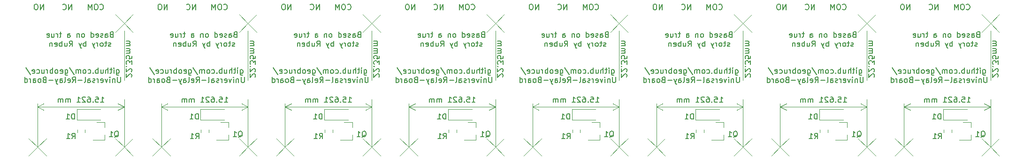
<source format=gbr>
G04 #@! TF.GenerationSoftware,KiCad,Pcbnew,5.1.5-52549c5~86~ubuntu19.10.1*
G04 #@! TF.CreationDate,2020-04-09T14:04:23+02:00*
G04 #@! TF.ProjectId,multi_CH,6d756c74-695f-4434-982e-6b696361645f,rev?*
G04 #@! TF.SameCoordinates,Original*
G04 #@! TF.FileFunction,Legend,Bot*
G04 #@! TF.FilePolarity,Positive*
%FSLAX46Y46*%
G04 Gerber Fmt 4.6, Leading zero omitted, Abs format (unit mm)*
G04 Created by KiCad (PCBNEW 5.1.5-52549c5~86~ubuntu19.10.1) date 2020-04-09 14:04:23*
%MOMM*%
%LPD*%
G04 APERTURE LIST*
%ADD10C,0.150000*%
%ADD11C,0.120000*%
G04 APERTURE END LIST*
D10*
X192572557Y-82783871D02*
X192429700Y-82831490D01*
X192382080Y-82879109D01*
X192334461Y-82974347D01*
X192334461Y-83117204D01*
X192382080Y-83212442D01*
X192429700Y-83260061D01*
X192524938Y-83307680D01*
X192905890Y-83307680D01*
X192905890Y-82307680D01*
X192572557Y-82307680D01*
X192477319Y-82355300D01*
X192429700Y-82402919D01*
X192382080Y-82498157D01*
X192382080Y-82593395D01*
X192429700Y-82688633D01*
X192477319Y-82736252D01*
X192572557Y-82783871D01*
X192905890Y-82783871D01*
X191477319Y-83307680D02*
X191477319Y-82783871D01*
X191524938Y-82688633D01*
X191620176Y-82641014D01*
X191810652Y-82641014D01*
X191905890Y-82688633D01*
X191477319Y-83260061D02*
X191572557Y-83307680D01*
X191810652Y-83307680D01*
X191905890Y-83260061D01*
X191953509Y-83164823D01*
X191953509Y-83069585D01*
X191905890Y-82974347D01*
X191810652Y-82926728D01*
X191572557Y-82926728D01*
X191477319Y-82879109D01*
X191048747Y-83260061D02*
X190953509Y-83307680D01*
X190763033Y-83307680D01*
X190667795Y-83260061D01*
X190620176Y-83164823D01*
X190620176Y-83117204D01*
X190667795Y-83021966D01*
X190763033Y-82974347D01*
X190905890Y-82974347D01*
X191001128Y-82926728D01*
X191048747Y-82831490D01*
X191048747Y-82783871D01*
X191001128Y-82688633D01*
X190905890Y-82641014D01*
X190763033Y-82641014D01*
X190667795Y-82688633D01*
X189810652Y-83260061D02*
X189905890Y-83307680D01*
X190096366Y-83307680D01*
X190191604Y-83260061D01*
X190239223Y-83164823D01*
X190239223Y-82783871D01*
X190191604Y-82688633D01*
X190096366Y-82641014D01*
X189905890Y-82641014D01*
X189810652Y-82688633D01*
X189763033Y-82783871D01*
X189763033Y-82879109D01*
X190239223Y-82974347D01*
X188905890Y-83307680D02*
X188905890Y-82307680D01*
X188905890Y-83260061D02*
X189001128Y-83307680D01*
X189191604Y-83307680D01*
X189286842Y-83260061D01*
X189334461Y-83212442D01*
X189382080Y-83117204D01*
X189382080Y-82831490D01*
X189334461Y-82736252D01*
X189286842Y-82688633D01*
X189191604Y-82641014D01*
X189001128Y-82641014D01*
X188905890Y-82688633D01*
X187524938Y-83307680D02*
X187620176Y-83260061D01*
X187667795Y-83212442D01*
X187715414Y-83117204D01*
X187715414Y-82831490D01*
X187667795Y-82736252D01*
X187620176Y-82688633D01*
X187524938Y-82641014D01*
X187382080Y-82641014D01*
X187286842Y-82688633D01*
X187239223Y-82736252D01*
X187191604Y-82831490D01*
X187191604Y-83117204D01*
X187239223Y-83212442D01*
X187286842Y-83260061D01*
X187382080Y-83307680D01*
X187524938Y-83307680D01*
X186763033Y-82641014D02*
X186763033Y-83307680D01*
X186763033Y-82736252D02*
X186715414Y-82688633D01*
X186620176Y-82641014D01*
X186477319Y-82641014D01*
X186382080Y-82688633D01*
X186334461Y-82783871D01*
X186334461Y-83307680D01*
X184667795Y-83307680D02*
X184667795Y-82783871D01*
X184715414Y-82688633D01*
X184810652Y-82641014D01*
X185001128Y-82641014D01*
X185096366Y-82688633D01*
X184667795Y-83260061D02*
X184763033Y-83307680D01*
X185001128Y-83307680D01*
X185096366Y-83260061D01*
X185143985Y-83164823D01*
X185143985Y-83069585D01*
X185096366Y-82974347D01*
X185001128Y-82926728D01*
X184763033Y-82926728D01*
X184667795Y-82879109D01*
X183572557Y-82641014D02*
X183191604Y-82641014D01*
X183429700Y-82307680D02*
X183429700Y-83164823D01*
X183382080Y-83260061D01*
X183286842Y-83307680D01*
X183191604Y-83307680D01*
X182858271Y-83307680D02*
X182858271Y-82641014D01*
X182858271Y-82831490D02*
X182810652Y-82736252D01*
X182763033Y-82688633D01*
X182667795Y-82641014D01*
X182572557Y-82641014D01*
X181810652Y-82641014D02*
X181810652Y-83307680D01*
X182239223Y-82641014D02*
X182239223Y-83164823D01*
X182191604Y-83260061D01*
X182096366Y-83307680D01*
X181953509Y-83307680D01*
X181858271Y-83260061D01*
X181810652Y-83212442D01*
X180953509Y-83260061D02*
X181048747Y-83307680D01*
X181239223Y-83307680D01*
X181334461Y-83260061D01*
X181382080Y-83164823D01*
X181382080Y-82783871D01*
X181334461Y-82688633D01*
X181239223Y-82641014D01*
X181048747Y-82641014D01*
X180953509Y-82688633D01*
X180905890Y-82783871D01*
X180905890Y-82879109D01*
X181382080Y-82974347D01*
X192453509Y-84910061D02*
X192358271Y-84957680D01*
X192167795Y-84957680D01*
X192072557Y-84910061D01*
X192024938Y-84814823D01*
X192024938Y-84767204D01*
X192072557Y-84671966D01*
X192167795Y-84624347D01*
X192310652Y-84624347D01*
X192405890Y-84576728D01*
X192453509Y-84481490D01*
X192453509Y-84433871D01*
X192405890Y-84338633D01*
X192310652Y-84291014D01*
X192167795Y-84291014D01*
X192072557Y-84338633D01*
X191739223Y-84291014D02*
X191358271Y-84291014D01*
X191596366Y-83957680D02*
X191596366Y-84814823D01*
X191548747Y-84910061D01*
X191453509Y-84957680D01*
X191358271Y-84957680D01*
X190882080Y-84957680D02*
X190977319Y-84910061D01*
X191024938Y-84862442D01*
X191072557Y-84767204D01*
X191072557Y-84481490D01*
X191024938Y-84386252D01*
X190977319Y-84338633D01*
X190882080Y-84291014D01*
X190739223Y-84291014D01*
X190643985Y-84338633D01*
X190596366Y-84386252D01*
X190548747Y-84481490D01*
X190548747Y-84767204D01*
X190596366Y-84862442D01*
X190643985Y-84910061D01*
X190739223Y-84957680D01*
X190882080Y-84957680D01*
X190120176Y-84957680D02*
X190120176Y-84291014D01*
X190120176Y-84481490D02*
X190072557Y-84386252D01*
X190024938Y-84338633D01*
X189929700Y-84291014D01*
X189834461Y-84291014D01*
X189596366Y-84291014D02*
X189358271Y-84957680D01*
X189120176Y-84291014D02*
X189358271Y-84957680D01*
X189453509Y-85195776D01*
X189501128Y-85243395D01*
X189596366Y-85291014D01*
X187977319Y-84957680D02*
X187977319Y-83957680D01*
X187977319Y-84338633D02*
X187882080Y-84291014D01*
X187691604Y-84291014D01*
X187596366Y-84338633D01*
X187548747Y-84386252D01*
X187501128Y-84481490D01*
X187501128Y-84767204D01*
X187548747Y-84862442D01*
X187596366Y-84910061D01*
X187691604Y-84957680D01*
X187882080Y-84957680D01*
X187977319Y-84910061D01*
X187167795Y-84291014D02*
X186929700Y-84957680D01*
X186691604Y-84291014D02*
X186929700Y-84957680D01*
X187024938Y-85195776D01*
X187072557Y-85243395D01*
X187167795Y-85291014D01*
X184977319Y-84957680D02*
X185310652Y-84481490D01*
X185548747Y-84957680D02*
X185548747Y-83957680D01*
X185167795Y-83957680D01*
X185072557Y-84005300D01*
X185024938Y-84052919D01*
X184977319Y-84148157D01*
X184977319Y-84291014D01*
X185024938Y-84386252D01*
X185072557Y-84433871D01*
X185167795Y-84481490D01*
X185548747Y-84481490D01*
X184120176Y-84291014D02*
X184120176Y-84957680D01*
X184548747Y-84291014D02*
X184548747Y-84814823D01*
X184501128Y-84910061D01*
X184405890Y-84957680D01*
X184263033Y-84957680D01*
X184167795Y-84910061D01*
X184120176Y-84862442D01*
X183643985Y-84957680D02*
X183643985Y-83957680D01*
X183643985Y-84338633D02*
X183548747Y-84291014D01*
X183358271Y-84291014D01*
X183263033Y-84338633D01*
X183215414Y-84386252D01*
X183167795Y-84481490D01*
X183167795Y-84767204D01*
X183215414Y-84862442D01*
X183263033Y-84910061D01*
X183358271Y-84957680D01*
X183548747Y-84957680D01*
X183643985Y-84910061D01*
X182358271Y-84910061D02*
X182453509Y-84957680D01*
X182643985Y-84957680D01*
X182739223Y-84910061D01*
X182786842Y-84814823D01*
X182786842Y-84433871D01*
X182739223Y-84338633D01*
X182643985Y-84291014D01*
X182453509Y-84291014D01*
X182358271Y-84338633D01*
X182310652Y-84433871D01*
X182310652Y-84529109D01*
X182786842Y-84624347D01*
X181882080Y-84291014D02*
X181882080Y-84957680D01*
X181882080Y-84386252D02*
X181834461Y-84338633D01*
X181739223Y-84291014D01*
X181596366Y-84291014D01*
X181501128Y-84338633D01*
X181453509Y-84433871D01*
X181453509Y-84957680D01*
X170242557Y-82783871D02*
X170099700Y-82831490D01*
X170052080Y-82879109D01*
X170004461Y-82974347D01*
X170004461Y-83117204D01*
X170052080Y-83212442D01*
X170099700Y-83260061D01*
X170194938Y-83307680D01*
X170575890Y-83307680D01*
X170575890Y-82307680D01*
X170242557Y-82307680D01*
X170147319Y-82355300D01*
X170099700Y-82402919D01*
X170052080Y-82498157D01*
X170052080Y-82593395D01*
X170099700Y-82688633D01*
X170147319Y-82736252D01*
X170242557Y-82783871D01*
X170575890Y-82783871D01*
X169147319Y-83307680D02*
X169147319Y-82783871D01*
X169194938Y-82688633D01*
X169290176Y-82641014D01*
X169480652Y-82641014D01*
X169575890Y-82688633D01*
X169147319Y-83260061D02*
X169242557Y-83307680D01*
X169480652Y-83307680D01*
X169575890Y-83260061D01*
X169623509Y-83164823D01*
X169623509Y-83069585D01*
X169575890Y-82974347D01*
X169480652Y-82926728D01*
X169242557Y-82926728D01*
X169147319Y-82879109D01*
X168718747Y-83260061D02*
X168623509Y-83307680D01*
X168433033Y-83307680D01*
X168337795Y-83260061D01*
X168290176Y-83164823D01*
X168290176Y-83117204D01*
X168337795Y-83021966D01*
X168433033Y-82974347D01*
X168575890Y-82974347D01*
X168671128Y-82926728D01*
X168718747Y-82831490D01*
X168718747Y-82783871D01*
X168671128Y-82688633D01*
X168575890Y-82641014D01*
X168433033Y-82641014D01*
X168337795Y-82688633D01*
X167480652Y-83260061D02*
X167575890Y-83307680D01*
X167766366Y-83307680D01*
X167861604Y-83260061D01*
X167909223Y-83164823D01*
X167909223Y-82783871D01*
X167861604Y-82688633D01*
X167766366Y-82641014D01*
X167575890Y-82641014D01*
X167480652Y-82688633D01*
X167433033Y-82783871D01*
X167433033Y-82879109D01*
X167909223Y-82974347D01*
X166575890Y-83307680D02*
X166575890Y-82307680D01*
X166575890Y-83260061D02*
X166671128Y-83307680D01*
X166861604Y-83307680D01*
X166956842Y-83260061D01*
X167004461Y-83212442D01*
X167052080Y-83117204D01*
X167052080Y-82831490D01*
X167004461Y-82736252D01*
X166956842Y-82688633D01*
X166861604Y-82641014D01*
X166671128Y-82641014D01*
X166575890Y-82688633D01*
X165194938Y-83307680D02*
X165290176Y-83260061D01*
X165337795Y-83212442D01*
X165385414Y-83117204D01*
X165385414Y-82831490D01*
X165337795Y-82736252D01*
X165290176Y-82688633D01*
X165194938Y-82641014D01*
X165052080Y-82641014D01*
X164956842Y-82688633D01*
X164909223Y-82736252D01*
X164861604Y-82831490D01*
X164861604Y-83117204D01*
X164909223Y-83212442D01*
X164956842Y-83260061D01*
X165052080Y-83307680D01*
X165194938Y-83307680D01*
X164433033Y-82641014D02*
X164433033Y-83307680D01*
X164433033Y-82736252D02*
X164385414Y-82688633D01*
X164290176Y-82641014D01*
X164147319Y-82641014D01*
X164052080Y-82688633D01*
X164004461Y-82783871D01*
X164004461Y-83307680D01*
X162337795Y-83307680D02*
X162337795Y-82783871D01*
X162385414Y-82688633D01*
X162480652Y-82641014D01*
X162671128Y-82641014D01*
X162766366Y-82688633D01*
X162337795Y-83260061D02*
X162433033Y-83307680D01*
X162671128Y-83307680D01*
X162766366Y-83260061D01*
X162813985Y-83164823D01*
X162813985Y-83069585D01*
X162766366Y-82974347D01*
X162671128Y-82926728D01*
X162433033Y-82926728D01*
X162337795Y-82879109D01*
X161242557Y-82641014D02*
X160861604Y-82641014D01*
X161099700Y-82307680D02*
X161099700Y-83164823D01*
X161052080Y-83260061D01*
X160956842Y-83307680D01*
X160861604Y-83307680D01*
X160528271Y-83307680D02*
X160528271Y-82641014D01*
X160528271Y-82831490D02*
X160480652Y-82736252D01*
X160433033Y-82688633D01*
X160337795Y-82641014D01*
X160242557Y-82641014D01*
X159480652Y-82641014D02*
X159480652Y-83307680D01*
X159909223Y-82641014D02*
X159909223Y-83164823D01*
X159861604Y-83260061D01*
X159766366Y-83307680D01*
X159623509Y-83307680D01*
X159528271Y-83260061D01*
X159480652Y-83212442D01*
X158623509Y-83260061D02*
X158718747Y-83307680D01*
X158909223Y-83307680D01*
X159004461Y-83260061D01*
X159052080Y-83164823D01*
X159052080Y-82783871D01*
X159004461Y-82688633D01*
X158909223Y-82641014D01*
X158718747Y-82641014D01*
X158623509Y-82688633D01*
X158575890Y-82783871D01*
X158575890Y-82879109D01*
X159052080Y-82974347D01*
X170123509Y-84910061D02*
X170028271Y-84957680D01*
X169837795Y-84957680D01*
X169742557Y-84910061D01*
X169694938Y-84814823D01*
X169694938Y-84767204D01*
X169742557Y-84671966D01*
X169837795Y-84624347D01*
X169980652Y-84624347D01*
X170075890Y-84576728D01*
X170123509Y-84481490D01*
X170123509Y-84433871D01*
X170075890Y-84338633D01*
X169980652Y-84291014D01*
X169837795Y-84291014D01*
X169742557Y-84338633D01*
X169409223Y-84291014D02*
X169028271Y-84291014D01*
X169266366Y-83957680D02*
X169266366Y-84814823D01*
X169218747Y-84910061D01*
X169123509Y-84957680D01*
X169028271Y-84957680D01*
X168552080Y-84957680D02*
X168647319Y-84910061D01*
X168694938Y-84862442D01*
X168742557Y-84767204D01*
X168742557Y-84481490D01*
X168694938Y-84386252D01*
X168647319Y-84338633D01*
X168552080Y-84291014D01*
X168409223Y-84291014D01*
X168313985Y-84338633D01*
X168266366Y-84386252D01*
X168218747Y-84481490D01*
X168218747Y-84767204D01*
X168266366Y-84862442D01*
X168313985Y-84910061D01*
X168409223Y-84957680D01*
X168552080Y-84957680D01*
X167790176Y-84957680D02*
X167790176Y-84291014D01*
X167790176Y-84481490D02*
X167742557Y-84386252D01*
X167694938Y-84338633D01*
X167599700Y-84291014D01*
X167504461Y-84291014D01*
X167266366Y-84291014D02*
X167028271Y-84957680D01*
X166790176Y-84291014D02*
X167028271Y-84957680D01*
X167123509Y-85195776D01*
X167171128Y-85243395D01*
X167266366Y-85291014D01*
X165647319Y-84957680D02*
X165647319Y-83957680D01*
X165647319Y-84338633D02*
X165552080Y-84291014D01*
X165361604Y-84291014D01*
X165266366Y-84338633D01*
X165218747Y-84386252D01*
X165171128Y-84481490D01*
X165171128Y-84767204D01*
X165218747Y-84862442D01*
X165266366Y-84910061D01*
X165361604Y-84957680D01*
X165552080Y-84957680D01*
X165647319Y-84910061D01*
X164837795Y-84291014D02*
X164599700Y-84957680D01*
X164361604Y-84291014D02*
X164599700Y-84957680D01*
X164694938Y-85195776D01*
X164742557Y-85243395D01*
X164837795Y-85291014D01*
X162647319Y-84957680D02*
X162980652Y-84481490D01*
X163218747Y-84957680D02*
X163218747Y-83957680D01*
X162837795Y-83957680D01*
X162742557Y-84005300D01*
X162694938Y-84052919D01*
X162647319Y-84148157D01*
X162647319Y-84291014D01*
X162694938Y-84386252D01*
X162742557Y-84433871D01*
X162837795Y-84481490D01*
X163218747Y-84481490D01*
X161790176Y-84291014D02*
X161790176Y-84957680D01*
X162218747Y-84291014D02*
X162218747Y-84814823D01*
X162171128Y-84910061D01*
X162075890Y-84957680D01*
X161933033Y-84957680D01*
X161837795Y-84910061D01*
X161790176Y-84862442D01*
X161313985Y-84957680D02*
X161313985Y-83957680D01*
X161313985Y-84338633D02*
X161218747Y-84291014D01*
X161028271Y-84291014D01*
X160933033Y-84338633D01*
X160885414Y-84386252D01*
X160837795Y-84481490D01*
X160837795Y-84767204D01*
X160885414Y-84862442D01*
X160933033Y-84910061D01*
X161028271Y-84957680D01*
X161218747Y-84957680D01*
X161313985Y-84910061D01*
X160028271Y-84910061D02*
X160123509Y-84957680D01*
X160313985Y-84957680D01*
X160409223Y-84910061D01*
X160456842Y-84814823D01*
X160456842Y-84433871D01*
X160409223Y-84338633D01*
X160313985Y-84291014D01*
X160123509Y-84291014D01*
X160028271Y-84338633D01*
X159980652Y-84433871D01*
X159980652Y-84529109D01*
X160456842Y-84624347D01*
X159552080Y-84291014D02*
X159552080Y-84957680D01*
X159552080Y-84386252D02*
X159504461Y-84338633D01*
X159409223Y-84291014D01*
X159266366Y-84291014D01*
X159171128Y-84338633D01*
X159123509Y-84433871D01*
X159123509Y-84957680D01*
X147912557Y-82783871D02*
X147769700Y-82831490D01*
X147722080Y-82879109D01*
X147674461Y-82974347D01*
X147674461Y-83117204D01*
X147722080Y-83212442D01*
X147769700Y-83260061D01*
X147864938Y-83307680D01*
X148245890Y-83307680D01*
X148245890Y-82307680D01*
X147912557Y-82307680D01*
X147817319Y-82355300D01*
X147769700Y-82402919D01*
X147722080Y-82498157D01*
X147722080Y-82593395D01*
X147769700Y-82688633D01*
X147817319Y-82736252D01*
X147912557Y-82783871D01*
X148245890Y-82783871D01*
X146817319Y-83307680D02*
X146817319Y-82783871D01*
X146864938Y-82688633D01*
X146960176Y-82641014D01*
X147150652Y-82641014D01*
X147245890Y-82688633D01*
X146817319Y-83260061D02*
X146912557Y-83307680D01*
X147150652Y-83307680D01*
X147245890Y-83260061D01*
X147293509Y-83164823D01*
X147293509Y-83069585D01*
X147245890Y-82974347D01*
X147150652Y-82926728D01*
X146912557Y-82926728D01*
X146817319Y-82879109D01*
X146388747Y-83260061D02*
X146293509Y-83307680D01*
X146103033Y-83307680D01*
X146007795Y-83260061D01*
X145960176Y-83164823D01*
X145960176Y-83117204D01*
X146007795Y-83021966D01*
X146103033Y-82974347D01*
X146245890Y-82974347D01*
X146341128Y-82926728D01*
X146388747Y-82831490D01*
X146388747Y-82783871D01*
X146341128Y-82688633D01*
X146245890Y-82641014D01*
X146103033Y-82641014D01*
X146007795Y-82688633D01*
X145150652Y-83260061D02*
X145245890Y-83307680D01*
X145436366Y-83307680D01*
X145531604Y-83260061D01*
X145579223Y-83164823D01*
X145579223Y-82783871D01*
X145531604Y-82688633D01*
X145436366Y-82641014D01*
X145245890Y-82641014D01*
X145150652Y-82688633D01*
X145103033Y-82783871D01*
X145103033Y-82879109D01*
X145579223Y-82974347D01*
X144245890Y-83307680D02*
X144245890Y-82307680D01*
X144245890Y-83260061D02*
X144341128Y-83307680D01*
X144531604Y-83307680D01*
X144626842Y-83260061D01*
X144674461Y-83212442D01*
X144722080Y-83117204D01*
X144722080Y-82831490D01*
X144674461Y-82736252D01*
X144626842Y-82688633D01*
X144531604Y-82641014D01*
X144341128Y-82641014D01*
X144245890Y-82688633D01*
X142864938Y-83307680D02*
X142960176Y-83260061D01*
X143007795Y-83212442D01*
X143055414Y-83117204D01*
X143055414Y-82831490D01*
X143007795Y-82736252D01*
X142960176Y-82688633D01*
X142864938Y-82641014D01*
X142722080Y-82641014D01*
X142626842Y-82688633D01*
X142579223Y-82736252D01*
X142531604Y-82831490D01*
X142531604Y-83117204D01*
X142579223Y-83212442D01*
X142626842Y-83260061D01*
X142722080Y-83307680D01*
X142864938Y-83307680D01*
X142103033Y-82641014D02*
X142103033Y-83307680D01*
X142103033Y-82736252D02*
X142055414Y-82688633D01*
X141960176Y-82641014D01*
X141817319Y-82641014D01*
X141722080Y-82688633D01*
X141674461Y-82783871D01*
X141674461Y-83307680D01*
X140007795Y-83307680D02*
X140007795Y-82783871D01*
X140055414Y-82688633D01*
X140150652Y-82641014D01*
X140341128Y-82641014D01*
X140436366Y-82688633D01*
X140007795Y-83260061D02*
X140103033Y-83307680D01*
X140341128Y-83307680D01*
X140436366Y-83260061D01*
X140483985Y-83164823D01*
X140483985Y-83069585D01*
X140436366Y-82974347D01*
X140341128Y-82926728D01*
X140103033Y-82926728D01*
X140007795Y-82879109D01*
X138912557Y-82641014D02*
X138531604Y-82641014D01*
X138769700Y-82307680D02*
X138769700Y-83164823D01*
X138722080Y-83260061D01*
X138626842Y-83307680D01*
X138531604Y-83307680D01*
X138198271Y-83307680D02*
X138198271Y-82641014D01*
X138198271Y-82831490D02*
X138150652Y-82736252D01*
X138103033Y-82688633D01*
X138007795Y-82641014D01*
X137912557Y-82641014D01*
X137150652Y-82641014D02*
X137150652Y-83307680D01*
X137579223Y-82641014D02*
X137579223Y-83164823D01*
X137531604Y-83260061D01*
X137436366Y-83307680D01*
X137293509Y-83307680D01*
X137198271Y-83260061D01*
X137150652Y-83212442D01*
X136293509Y-83260061D02*
X136388747Y-83307680D01*
X136579223Y-83307680D01*
X136674461Y-83260061D01*
X136722080Y-83164823D01*
X136722080Y-82783871D01*
X136674461Y-82688633D01*
X136579223Y-82641014D01*
X136388747Y-82641014D01*
X136293509Y-82688633D01*
X136245890Y-82783871D01*
X136245890Y-82879109D01*
X136722080Y-82974347D01*
X147793509Y-84910061D02*
X147698271Y-84957680D01*
X147507795Y-84957680D01*
X147412557Y-84910061D01*
X147364938Y-84814823D01*
X147364938Y-84767204D01*
X147412557Y-84671966D01*
X147507795Y-84624347D01*
X147650652Y-84624347D01*
X147745890Y-84576728D01*
X147793509Y-84481490D01*
X147793509Y-84433871D01*
X147745890Y-84338633D01*
X147650652Y-84291014D01*
X147507795Y-84291014D01*
X147412557Y-84338633D01*
X147079223Y-84291014D02*
X146698271Y-84291014D01*
X146936366Y-83957680D02*
X146936366Y-84814823D01*
X146888747Y-84910061D01*
X146793509Y-84957680D01*
X146698271Y-84957680D01*
X146222080Y-84957680D02*
X146317319Y-84910061D01*
X146364938Y-84862442D01*
X146412557Y-84767204D01*
X146412557Y-84481490D01*
X146364938Y-84386252D01*
X146317319Y-84338633D01*
X146222080Y-84291014D01*
X146079223Y-84291014D01*
X145983985Y-84338633D01*
X145936366Y-84386252D01*
X145888747Y-84481490D01*
X145888747Y-84767204D01*
X145936366Y-84862442D01*
X145983985Y-84910061D01*
X146079223Y-84957680D01*
X146222080Y-84957680D01*
X145460176Y-84957680D02*
X145460176Y-84291014D01*
X145460176Y-84481490D02*
X145412557Y-84386252D01*
X145364938Y-84338633D01*
X145269700Y-84291014D01*
X145174461Y-84291014D01*
X144936366Y-84291014D02*
X144698271Y-84957680D01*
X144460176Y-84291014D02*
X144698271Y-84957680D01*
X144793509Y-85195776D01*
X144841128Y-85243395D01*
X144936366Y-85291014D01*
X143317319Y-84957680D02*
X143317319Y-83957680D01*
X143317319Y-84338633D02*
X143222080Y-84291014D01*
X143031604Y-84291014D01*
X142936366Y-84338633D01*
X142888747Y-84386252D01*
X142841128Y-84481490D01*
X142841128Y-84767204D01*
X142888747Y-84862442D01*
X142936366Y-84910061D01*
X143031604Y-84957680D01*
X143222080Y-84957680D01*
X143317319Y-84910061D01*
X142507795Y-84291014D02*
X142269700Y-84957680D01*
X142031604Y-84291014D02*
X142269700Y-84957680D01*
X142364938Y-85195776D01*
X142412557Y-85243395D01*
X142507795Y-85291014D01*
X140317319Y-84957680D02*
X140650652Y-84481490D01*
X140888747Y-84957680D02*
X140888747Y-83957680D01*
X140507795Y-83957680D01*
X140412557Y-84005300D01*
X140364938Y-84052919D01*
X140317319Y-84148157D01*
X140317319Y-84291014D01*
X140364938Y-84386252D01*
X140412557Y-84433871D01*
X140507795Y-84481490D01*
X140888747Y-84481490D01*
X139460176Y-84291014D02*
X139460176Y-84957680D01*
X139888747Y-84291014D02*
X139888747Y-84814823D01*
X139841128Y-84910061D01*
X139745890Y-84957680D01*
X139603033Y-84957680D01*
X139507795Y-84910061D01*
X139460176Y-84862442D01*
X138983985Y-84957680D02*
X138983985Y-83957680D01*
X138983985Y-84338633D02*
X138888747Y-84291014D01*
X138698271Y-84291014D01*
X138603033Y-84338633D01*
X138555414Y-84386252D01*
X138507795Y-84481490D01*
X138507795Y-84767204D01*
X138555414Y-84862442D01*
X138603033Y-84910061D01*
X138698271Y-84957680D01*
X138888747Y-84957680D01*
X138983985Y-84910061D01*
X137698271Y-84910061D02*
X137793509Y-84957680D01*
X137983985Y-84957680D01*
X138079223Y-84910061D01*
X138126842Y-84814823D01*
X138126842Y-84433871D01*
X138079223Y-84338633D01*
X137983985Y-84291014D01*
X137793509Y-84291014D01*
X137698271Y-84338633D01*
X137650652Y-84433871D01*
X137650652Y-84529109D01*
X138126842Y-84624347D01*
X137222080Y-84291014D02*
X137222080Y-84957680D01*
X137222080Y-84386252D02*
X137174461Y-84338633D01*
X137079223Y-84291014D01*
X136936366Y-84291014D01*
X136841128Y-84338633D01*
X136793509Y-84433871D01*
X136793509Y-84957680D01*
X125582557Y-82783871D02*
X125439700Y-82831490D01*
X125392080Y-82879109D01*
X125344461Y-82974347D01*
X125344461Y-83117204D01*
X125392080Y-83212442D01*
X125439700Y-83260061D01*
X125534938Y-83307680D01*
X125915890Y-83307680D01*
X125915890Y-82307680D01*
X125582557Y-82307680D01*
X125487319Y-82355300D01*
X125439700Y-82402919D01*
X125392080Y-82498157D01*
X125392080Y-82593395D01*
X125439700Y-82688633D01*
X125487319Y-82736252D01*
X125582557Y-82783871D01*
X125915890Y-82783871D01*
X124487319Y-83307680D02*
X124487319Y-82783871D01*
X124534938Y-82688633D01*
X124630176Y-82641014D01*
X124820652Y-82641014D01*
X124915890Y-82688633D01*
X124487319Y-83260061D02*
X124582557Y-83307680D01*
X124820652Y-83307680D01*
X124915890Y-83260061D01*
X124963509Y-83164823D01*
X124963509Y-83069585D01*
X124915890Y-82974347D01*
X124820652Y-82926728D01*
X124582557Y-82926728D01*
X124487319Y-82879109D01*
X124058747Y-83260061D02*
X123963509Y-83307680D01*
X123773033Y-83307680D01*
X123677795Y-83260061D01*
X123630176Y-83164823D01*
X123630176Y-83117204D01*
X123677795Y-83021966D01*
X123773033Y-82974347D01*
X123915890Y-82974347D01*
X124011128Y-82926728D01*
X124058747Y-82831490D01*
X124058747Y-82783871D01*
X124011128Y-82688633D01*
X123915890Y-82641014D01*
X123773033Y-82641014D01*
X123677795Y-82688633D01*
X122820652Y-83260061D02*
X122915890Y-83307680D01*
X123106366Y-83307680D01*
X123201604Y-83260061D01*
X123249223Y-83164823D01*
X123249223Y-82783871D01*
X123201604Y-82688633D01*
X123106366Y-82641014D01*
X122915890Y-82641014D01*
X122820652Y-82688633D01*
X122773033Y-82783871D01*
X122773033Y-82879109D01*
X123249223Y-82974347D01*
X121915890Y-83307680D02*
X121915890Y-82307680D01*
X121915890Y-83260061D02*
X122011128Y-83307680D01*
X122201604Y-83307680D01*
X122296842Y-83260061D01*
X122344461Y-83212442D01*
X122392080Y-83117204D01*
X122392080Y-82831490D01*
X122344461Y-82736252D01*
X122296842Y-82688633D01*
X122201604Y-82641014D01*
X122011128Y-82641014D01*
X121915890Y-82688633D01*
X120534938Y-83307680D02*
X120630176Y-83260061D01*
X120677795Y-83212442D01*
X120725414Y-83117204D01*
X120725414Y-82831490D01*
X120677795Y-82736252D01*
X120630176Y-82688633D01*
X120534938Y-82641014D01*
X120392080Y-82641014D01*
X120296842Y-82688633D01*
X120249223Y-82736252D01*
X120201604Y-82831490D01*
X120201604Y-83117204D01*
X120249223Y-83212442D01*
X120296842Y-83260061D01*
X120392080Y-83307680D01*
X120534938Y-83307680D01*
X119773033Y-82641014D02*
X119773033Y-83307680D01*
X119773033Y-82736252D02*
X119725414Y-82688633D01*
X119630176Y-82641014D01*
X119487319Y-82641014D01*
X119392080Y-82688633D01*
X119344461Y-82783871D01*
X119344461Y-83307680D01*
X117677795Y-83307680D02*
X117677795Y-82783871D01*
X117725414Y-82688633D01*
X117820652Y-82641014D01*
X118011128Y-82641014D01*
X118106366Y-82688633D01*
X117677795Y-83260061D02*
X117773033Y-83307680D01*
X118011128Y-83307680D01*
X118106366Y-83260061D01*
X118153985Y-83164823D01*
X118153985Y-83069585D01*
X118106366Y-82974347D01*
X118011128Y-82926728D01*
X117773033Y-82926728D01*
X117677795Y-82879109D01*
X116582557Y-82641014D02*
X116201604Y-82641014D01*
X116439700Y-82307680D02*
X116439700Y-83164823D01*
X116392080Y-83260061D01*
X116296842Y-83307680D01*
X116201604Y-83307680D01*
X115868271Y-83307680D02*
X115868271Y-82641014D01*
X115868271Y-82831490D02*
X115820652Y-82736252D01*
X115773033Y-82688633D01*
X115677795Y-82641014D01*
X115582557Y-82641014D01*
X114820652Y-82641014D02*
X114820652Y-83307680D01*
X115249223Y-82641014D02*
X115249223Y-83164823D01*
X115201604Y-83260061D01*
X115106366Y-83307680D01*
X114963509Y-83307680D01*
X114868271Y-83260061D01*
X114820652Y-83212442D01*
X113963509Y-83260061D02*
X114058747Y-83307680D01*
X114249223Y-83307680D01*
X114344461Y-83260061D01*
X114392080Y-83164823D01*
X114392080Y-82783871D01*
X114344461Y-82688633D01*
X114249223Y-82641014D01*
X114058747Y-82641014D01*
X113963509Y-82688633D01*
X113915890Y-82783871D01*
X113915890Y-82879109D01*
X114392080Y-82974347D01*
X125463509Y-84910061D02*
X125368271Y-84957680D01*
X125177795Y-84957680D01*
X125082557Y-84910061D01*
X125034938Y-84814823D01*
X125034938Y-84767204D01*
X125082557Y-84671966D01*
X125177795Y-84624347D01*
X125320652Y-84624347D01*
X125415890Y-84576728D01*
X125463509Y-84481490D01*
X125463509Y-84433871D01*
X125415890Y-84338633D01*
X125320652Y-84291014D01*
X125177795Y-84291014D01*
X125082557Y-84338633D01*
X124749223Y-84291014D02*
X124368271Y-84291014D01*
X124606366Y-83957680D02*
X124606366Y-84814823D01*
X124558747Y-84910061D01*
X124463509Y-84957680D01*
X124368271Y-84957680D01*
X123892080Y-84957680D02*
X123987319Y-84910061D01*
X124034938Y-84862442D01*
X124082557Y-84767204D01*
X124082557Y-84481490D01*
X124034938Y-84386252D01*
X123987319Y-84338633D01*
X123892080Y-84291014D01*
X123749223Y-84291014D01*
X123653985Y-84338633D01*
X123606366Y-84386252D01*
X123558747Y-84481490D01*
X123558747Y-84767204D01*
X123606366Y-84862442D01*
X123653985Y-84910061D01*
X123749223Y-84957680D01*
X123892080Y-84957680D01*
X123130176Y-84957680D02*
X123130176Y-84291014D01*
X123130176Y-84481490D02*
X123082557Y-84386252D01*
X123034938Y-84338633D01*
X122939700Y-84291014D01*
X122844461Y-84291014D01*
X122606366Y-84291014D02*
X122368271Y-84957680D01*
X122130176Y-84291014D02*
X122368271Y-84957680D01*
X122463509Y-85195776D01*
X122511128Y-85243395D01*
X122606366Y-85291014D01*
X120987319Y-84957680D02*
X120987319Y-83957680D01*
X120987319Y-84338633D02*
X120892080Y-84291014D01*
X120701604Y-84291014D01*
X120606366Y-84338633D01*
X120558747Y-84386252D01*
X120511128Y-84481490D01*
X120511128Y-84767204D01*
X120558747Y-84862442D01*
X120606366Y-84910061D01*
X120701604Y-84957680D01*
X120892080Y-84957680D01*
X120987319Y-84910061D01*
X120177795Y-84291014D02*
X119939700Y-84957680D01*
X119701604Y-84291014D02*
X119939700Y-84957680D01*
X120034938Y-85195776D01*
X120082557Y-85243395D01*
X120177795Y-85291014D01*
X117987319Y-84957680D02*
X118320652Y-84481490D01*
X118558747Y-84957680D02*
X118558747Y-83957680D01*
X118177795Y-83957680D01*
X118082557Y-84005300D01*
X118034938Y-84052919D01*
X117987319Y-84148157D01*
X117987319Y-84291014D01*
X118034938Y-84386252D01*
X118082557Y-84433871D01*
X118177795Y-84481490D01*
X118558747Y-84481490D01*
X117130176Y-84291014D02*
X117130176Y-84957680D01*
X117558747Y-84291014D02*
X117558747Y-84814823D01*
X117511128Y-84910061D01*
X117415890Y-84957680D01*
X117273033Y-84957680D01*
X117177795Y-84910061D01*
X117130176Y-84862442D01*
X116653985Y-84957680D02*
X116653985Y-83957680D01*
X116653985Y-84338633D02*
X116558747Y-84291014D01*
X116368271Y-84291014D01*
X116273033Y-84338633D01*
X116225414Y-84386252D01*
X116177795Y-84481490D01*
X116177795Y-84767204D01*
X116225414Y-84862442D01*
X116273033Y-84910061D01*
X116368271Y-84957680D01*
X116558747Y-84957680D01*
X116653985Y-84910061D01*
X115368271Y-84910061D02*
X115463509Y-84957680D01*
X115653985Y-84957680D01*
X115749223Y-84910061D01*
X115796842Y-84814823D01*
X115796842Y-84433871D01*
X115749223Y-84338633D01*
X115653985Y-84291014D01*
X115463509Y-84291014D01*
X115368271Y-84338633D01*
X115320652Y-84433871D01*
X115320652Y-84529109D01*
X115796842Y-84624347D01*
X114892080Y-84291014D02*
X114892080Y-84957680D01*
X114892080Y-84386252D02*
X114844461Y-84338633D01*
X114749223Y-84291014D01*
X114606366Y-84291014D01*
X114511128Y-84338633D01*
X114463509Y-84433871D01*
X114463509Y-84957680D01*
X103252557Y-82783871D02*
X103109700Y-82831490D01*
X103062080Y-82879109D01*
X103014461Y-82974347D01*
X103014461Y-83117204D01*
X103062080Y-83212442D01*
X103109700Y-83260061D01*
X103204938Y-83307680D01*
X103585890Y-83307680D01*
X103585890Y-82307680D01*
X103252557Y-82307680D01*
X103157319Y-82355300D01*
X103109700Y-82402919D01*
X103062080Y-82498157D01*
X103062080Y-82593395D01*
X103109700Y-82688633D01*
X103157319Y-82736252D01*
X103252557Y-82783871D01*
X103585890Y-82783871D01*
X102157319Y-83307680D02*
X102157319Y-82783871D01*
X102204938Y-82688633D01*
X102300176Y-82641014D01*
X102490652Y-82641014D01*
X102585890Y-82688633D01*
X102157319Y-83260061D02*
X102252557Y-83307680D01*
X102490652Y-83307680D01*
X102585890Y-83260061D01*
X102633509Y-83164823D01*
X102633509Y-83069585D01*
X102585890Y-82974347D01*
X102490652Y-82926728D01*
X102252557Y-82926728D01*
X102157319Y-82879109D01*
X101728747Y-83260061D02*
X101633509Y-83307680D01*
X101443033Y-83307680D01*
X101347795Y-83260061D01*
X101300176Y-83164823D01*
X101300176Y-83117204D01*
X101347795Y-83021966D01*
X101443033Y-82974347D01*
X101585890Y-82974347D01*
X101681128Y-82926728D01*
X101728747Y-82831490D01*
X101728747Y-82783871D01*
X101681128Y-82688633D01*
X101585890Y-82641014D01*
X101443033Y-82641014D01*
X101347795Y-82688633D01*
X100490652Y-83260061D02*
X100585890Y-83307680D01*
X100776366Y-83307680D01*
X100871604Y-83260061D01*
X100919223Y-83164823D01*
X100919223Y-82783871D01*
X100871604Y-82688633D01*
X100776366Y-82641014D01*
X100585890Y-82641014D01*
X100490652Y-82688633D01*
X100443033Y-82783871D01*
X100443033Y-82879109D01*
X100919223Y-82974347D01*
X99585890Y-83307680D02*
X99585890Y-82307680D01*
X99585890Y-83260061D02*
X99681128Y-83307680D01*
X99871604Y-83307680D01*
X99966842Y-83260061D01*
X100014461Y-83212442D01*
X100062080Y-83117204D01*
X100062080Y-82831490D01*
X100014461Y-82736252D01*
X99966842Y-82688633D01*
X99871604Y-82641014D01*
X99681128Y-82641014D01*
X99585890Y-82688633D01*
X98204938Y-83307680D02*
X98300176Y-83260061D01*
X98347795Y-83212442D01*
X98395414Y-83117204D01*
X98395414Y-82831490D01*
X98347795Y-82736252D01*
X98300176Y-82688633D01*
X98204938Y-82641014D01*
X98062080Y-82641014D01*
X97966842Y-82688633D01*
X97919223Y-82736252D01*
X97871604Y-82831490D01*
X97871604Y-83117204D01*
X97919223Y-83212442D01*
X97966842Y-83260061D01*
X98062080Y-83307680D01*
X98204938Y-83307680D01*
X97443033Y-82641014D02*
X97443033Y-83307680D01*
X97443033Y-82736252D02*
X97395414Y-82688633D01*
X97300176Y-82641014D01*
X97157319Y-82641014D01*
X97062080Y-82688633D01*
X97014461Y-82783871D01*
X97014461Y-83307680D01*
X95347795Y-83307680D02*
X95347795Y-82783871D01*
X95395414Y-82688633D01*
X95490652Y-82641014D01*
X95681128Y-82641014D01*
X95776366Y-82688633D01*
X95347795Y-83260061D02*
X95443033Y-83307680D01*
X95681128Y-83307680D01*
X95776366Y-83260061D01*
X95823985Y-83164823D01*
X95823985Y-83069585D01*
X95776366Y-82974347D01*
X95681128Y-82926728D01*
X95443033Y-82926728D01*
X95347795Y-82879109D01*
X94252557Y-82641014D02*
X93871604Y-82641014D01*
X94109700Y-82307680D02*
X94109700Y-83164823D01*
X94062080Y-83260061D01*
X93966842Y-83307680D01*
X93871604Y-83307680D01*
X93538271Y-83307680D02*
X93538271Y-82641014D01*
X93538271Y-82831490D02*
X93490652Y-82736252D01*
X93443033Y-82688633D01*
X93347795Y-82641014D01*
X93252557Y-82641014D01*
X92490652Y-82641014D02*
X92490652Y-83307680D01*
X92919223Y-82641014D02*
X92919223Y-83164823D01*
X92871604Y-83260061D01*
X92776366Y-83307680D01*
X92633509Y-83307680D01*
X92538271Y-83260061D01*
X92490652Y-83212442D01*
X91633509Y-83260061D02*
X91728747Y-83307680D01*
X91919223Y-83307680D01*
X92014461Y-83260061D01*
X92062080Y-83164823D01*
X92062080Y-82783871D01*
X92014461Y-82688633D01*
X91919223Y-82641014D01*
X91728747Y-82641014D01*
X91633509Y-82688633D01*
X91585890Y-82783871D01*
X91585890Y-82879109D01*
X92062080Y-82974347D01*
X103133509Y-84910061D02*
X103038271Y-84957680D01*
X102847795Y-84957680D01*
X102752557Y-84910061D01*
X102704938Y-84814823D01*
X102704938Y-84767204D01*
X102752557Y-84671966D01*
X102847795Y-84624347D01*
X102990652Y-84624347D01*
X103085890Y-84576728D01*
X103133509Y-84481490D01*
X103133509Y-84433871D01*
X103085890Y-84338633D01*
X102990652Y-84291014D01*
X102847795Y-84291014D01*
X102752557Y-84338633D01*
X102419223Y-84291014D02*
X102038271Y-84291014D01*
X102276366Y-83957680D02*
X102276366Y-84814823D01*
X102228747Y-84910061D01*
X102133509Y-84957680D01*
X102038271Y-84957680D01*
X101562080Y-84957680D02*
X101657319Y-84910061D01*
X101704938Y-84862442D01*
X101752557Y-84767204D01*
X101752557Y-84481490D01*
X101704938Y-84386252D01*
X101657319Y-84338633D01*
X101562080Y-84291014D01*
X101419223Y-84291014D01*
X101323985Y-84338633D01*
X101276366Y-84386252D01*
X101228747Y-84481490D01*
X101228747Y-84767204D01*
X101276366Y-84862442D01*
X101323985Y-84910061D01*
X101419223Y-84957680D01*
X101562080Y-84957680D01*
X100800176Y-84957680D02*
X100800176Y-84291014D01*
X100800176Y-84481490D02*
X100752557Y-84386252D01*
X100704938Y-84338633D01*
X100609700Y-84291014D01*
X100514461Y-84291014D01*
X100276366Y-84291014D02*
X100038271Y-84957680D01*
X99800176Y-84291014D02*
X100038271Y-84957680D01*
X100133509Y-85195776D01*
X100181128Y-85243395D01*
X100276366Y-85291014D01*
X98657319Y-84957680D02*
X98657319Y-83957680D01*
X98657319Y-84338633D02*
X98562080Y-84291014D01*
X98371604Y-84291014D01*
X98276366Y-84338633D01*
X98228747Y-84386252D01*
X98181128Y-84481490D01*
X98181128Y-84767204D01*
X98228747Y-84862442D01*
X98276366Y-84910061D01*
X98371604Y-84957680D01*
X98562080Y-84957680D01*
X98657319Y-84910061D01*
X97847795Y-84291014D02*
X97609700Y-84957680D01*
X97371604Y-84291014D02*
X97609700Y-84957680D01*
X97704938Y-85195776D01*
X97752557Y-85243395D01*
X97847795Y-85291014D01*
X95657319Y-84957680D02*
X95990652Y-84481490D01*
X96228747Y-84957680D02*
X96228747Y-83957680D01*
X95847795Y-83957680D01*
X95752557Y-84005300D01*
X95704938Y-84052919D01*
X95657319Y-84148157D01*
X95657319Y-84291014D01*
X95704938Y-84386252D01*
X95752557Y-84433871D01*
X95847795Y-84481490D01*
X96228747Y-84481490D01*
X94800176Y-84291014D02*
X94800176Y-84957680D01*
X95228747Y-84291014D02*
X95228747Y-84814823D01*
X95181128Y-84910061D01*
X95085890Y-84957680D01*
X94943033Y-84957680D01*
X94847795Y-84910061D01*
X94800176Y-84862442D01*
X94323985Y-84957680D02*
X94323985Y-83957680D01*
X94323985Y-84338633D02*
X94228747Y-84291014D01*
X94038271Y-84291014D01*
X93943033Y-84338633D01*
X93895414Y-84386252D01*
X93847795Y-84481490D01*
X93847795Y-84767204D01*
X93895414Y-84862442D01*
X93943033Y-84910061D01*
X94038271Y-84957680D01*
X94228747Y-84957680D01*
X94323985Y-84910061D01*
X93038271Y-84910061D02*
X93133509Y-84957680D01*
X93323985Y-84957680D01*
X93419223Y-84910061D01*
X93466842Y-84814823D01*
X93466842Y-84433871D01*
X93419223Y-84338633D01*
X93323985Y-84291014D01*
X93133509Y-84291014D01*
X93038271Y-84338633D01*
X92990652Y-84433871D01*
X92990652Y-84529109D01*
X93466842Y-84624347D01*
X92562080Y-84291014D02*
X92562080Y-84957680D01*
X92562080Y-84386252D02*
X92514461Y-84338633D01*
X92419223Y-84291014D01*
X92276366Y-84291014D01*
X92181128Y-84338633D01*
X92133509Y-84433871D01*
X92133509Y-84957680D01*
X80922557Y-82783871D02*
X80779700Y-82831490D01*
X80732080Y-82879109D01*
X80684461Y-82974347D01*
X80684461Y-83117204D01*
X80732080Y-83212442D01*
X80779700Y-83260061D01*
X80874938Y-83307680D01*
X81255890Y-83307680D01*
X81255890Y-82307680D01*
X80922557Y-82307680D01*
X80827319Y-82355300D01*
X80779700Y-82402919D01*
X80732080Y-82498157D01*
X80732080Y-82593395D01*
X80779700Y-82688633D01*
X80827319Y-82736252D01*
X80922557Y-82783871D01*
X81255890Y-82783871D01*
X79827319Y-83307680D02*
X79827319Y-82783871D01*
X79874938Y-82688633D01*
X79970176Y-82641014D01*
X80160652Y-82641014D01*
X80255890Y-82688633D01*
X79827319Y-83260061D02*
X79922557Y-83307680D01*
X80160652Y-83307680D01*
X80255890Y-83260061D01*
X80303509Y-83164823D01*
X80303509Y-83069585D01*
X80255890Y-82974347D01*
X80160652Y-82926728D01*
X79922557Y-82926728D01*
X79827319Y-82879109D01*
X79398747Y-83260061D02*
X79303509Y-83307680D01*
X79113033Y-83307680D01*
X79017795Y-83260061D01*
X78970176Y-83164823D01*
X78970176Y-83117204D01*
X79017795Y-83021966D01*
X79113033Y-82974347D01*
X79255890Y-82974347D01*
X79351128Y-82926728D01*
X79398747Y-82831490D01*
X79398747Y-82783871D01*
X79351128Y-82688633D01*
X79255890Y-82641014D01*
X79113033Y-82641014D01*
X79017795Y-82688633D01*
X78160652Y-83260061D02*
X78255890Y-83307680D01*
X78446366Y-83307680D01*
X78541604Y-83260061D01*
X78589223Y-83164823D01*
X78589223Y-82783871D01*
X78541604Y-82688633D01*
X78446366Y-82641014D01*
X78255890Y-82641014D01*
X78160652Y-82688633D01*
X78113033Y-82783871D01*
X78113033Y-82879109D01*
X78589223Y-82974347D01*
X77255890Y-83307680D02*
X77255890Y-82307680D01*
X77255890Y-83260061D02*
X77351128Y-83307680D01*
X77541604Y-83307680D01*
X77636842Y-83260061D01*
X77684461Y-83212442D01*
X77732080Y-83117204D01*
X77732080Y-82831490D01*
X77684461Y-82736252D01*
X77636842Y-82688633D01*
X77541604Y-82641014D01*
X77351128Y-82641014D01*
X77255890Y-82688633D01*
X75874938Y-83307680D02*
X75970176Y-83260061D01*
X76017795Y-83212442D01*
X76065414Y-83117204D01*
X76065414Y-82831490D01*
X76017795Y-82736252D01*
X75970176Y-82688633D01*
X75874938Y-82641014D01*
X75732080Y-82641014D01*
X75636842Y-82688633D01*
X75589223Y-82736252D01*
X75541604Y-82831490D01*
X75541604Y-83117204D01*
X75589223Y-83212442D01*
X75636842Y-83260061D01*
X75732080Y-83307680D01*
X75874938Y-83307680D01*
X75113033Y-82641014D02*
X75113033Y-83307680D01*
X75113033Y-82736252D02*
X75065414Y-82688633D01*
X74970176Y-82641014D01*
X74827319Y-82641014D01*
X74732080Y-82688633D01*
X74684461Y-82783871D01*
X74684461Y-83307680D01*
X73017795Y-83307680D02*
X73017795Y-82783871D01*
X73065414Y-82688633D01*
X73160652Y-82641014D01*
X73351128Y-82641014D01*
X73446366Y-82688633D01*
X73017795Y-83260061D02*
X73113033Y-83307680D01*
X73351128Y-83307680D01*
X73446366Y-83260061D01*
X73493985Y-83164823D01*
X73493985Y-83069585D01*
X73446366Y-82974347D01*
X73351128Y-82926728D01*
X73113033Y-82926728D01*
X73017795Y-82879109D01*
X71922557Y-82641014D02*
X71541604Y-82641014D01*
X71779700Y-82307680D02*
X71779700Y-83164823D01*
X71732080Y-83260061D01*
X71636842Y-83307680D01*
X71541604Y-83307680D01*
X71208271Y-83307680D02*
X71208271Y-82641014D01*
X71208271Y-82831490D02*
X71160652Y-82736252D01*
X71113033Y-82688633D01*
X71017795Y-82641014D01*
X70922557Y-82641014D01*
X70160652Y-82641014D02*
X70160652Y-83307680D01*
X70589223Y-82641014D02*
X70589223Y-83164823D01*
X70541604Y-83260061D01*
X70446366Y-83307680D01*
X70303509Y-83307680D01*
X70208271Y-83260061D01*
X70160652Y-83212442D01*
X69303509Y-83260061D02*
X69398747Y-83307680D01*
X69589223Y-83307680D01*
X69684461Y-83260061D01*
X69732080Y-83164823D01*
X69732080Y-82783871D01*
X69684461Y-82688633D01*
X69589223Y-82641014D01*
X69398747Y-82641014D01*
X69303509Y-82688633D01*
X69255890Y-82783871D01*
X69255890Y-82879109D01*
X69732080Y-82974347D01*
X80803509Y-84910061D02*
X80708271Y-84957680D01*
X80517795Y-84957680D01*
X80422557Y-84910061D01*
X80374938Y-84814823D01*
X80374938Y-84767204D01*
X80422557Y-84671966D01*
X80517795Y-84624347D01*
X80660652Y-84624347D01*
X80755890Y-84576728D01*
X80803509Y-84481490D01*
X80803509Y-84433871D01*
X80755890Y-84338633D01*
X80660652Y-84291014D01*
X80517795Y-84291014D01*
X80422557Y-84338633D01*
X80089223Y-84291014D02*
X79708271Y-84291014D01*
X79946366Y-83957680D02*
X79946366Y-84814823D01*
X79898747Y-84910061D01*
X79803509Y-84957680D01*
X79708271Y-84957680D01*
X79232080Y-84957680D02*
X79327319Y-84910061D01*
X79374938Y-84862442D01*
X79422557Y-84767204D01*
X79422557Y-84481490D01*
X79374938Y-84386252D01*
X79327319Y-84338633D01*
X79232080Y-84291014D01*
X79089223Y-84291014D01*
X78993985Y-84338633D01*
X78946366Y-84386252D01*
X78898747Y-84481490D01*
X78898747Y-84767204D01*
X78946366Y-84862442D01*
X78993985Y-84910061D01*
X79089223Y-84957680D01*
X79232080Y-84957680D01*
X78470176Y-84957680D02*
X78470176Y-84291014D01*
X78470176Y-84481490D02*
X78422557Y-84386252D01*
X78374938Y-84338633D01*
X78279700Y-84291014D01*
X78184461Y-84291014D01*
X77946366Y-84291014D02*
X77708271Y-84957680D01*
X77470176Y-84291014D02*
X77708271Y-84957680D01*
X77803509Y-85195776D01*
X77851128Y-85243395D01*
X77946366Y-85291014D01*
X76327319Y-84957680D02*
X76327319Y-83957680D01*
X76327319Y-84338633D02*
X76232080Y-84291014D01*
X76041604Y-84291014D01*
X75946366Y-84338633D01*
X75898747Y-84386252D01*
X75851128Y-84481490D01*
X75851128Y-84767204D01*
X75898747Y-84862442D01*
X75946366Y-84910061D01*
X76041604Y-84957680D01*
X76232080Y-84957680D01*
X76327319Y-84910061D01*
X75517795Y-84291014D02*
X75279700Y-84957680D01*
X75041604Y-84291014D02*
X75279700Y-84957680D01*
X75374938Y-85195776D01*
X75422557Y-85243395D01*
X75517795Y-85291014D01*
X73327319Y-84957680D02*
X73660652Y-84481490D01*
X73898747Y-84957680D02*
X73898747Y-83957680D01*
X73517795Y-83957680D01*
X73422557Y-84005300D01*
X73374938Y-84052919D01*
X73327319Y-84148157D01*
X73327319Y-84291014D01*
X73374938Y-84386252D01*
X73422557Y-84433871D01*
X73517795Y-84481490D01*
X73898747Y-84481490D01*
X72470176Y-84291014D02*
X72470176Y-84957680D01*
X72898747Y-84291014D02*
X72898747Y-84814823D01*
X72851128Y-84910061D01*
X72755890Y-84957680D01*
X72613033Y-84957680D01*
X72517795Y-84910061D01*
X72470176Y-84862442D01*
X71993985Y-84957680D02*
X71993985Y-83957680D01*
X71993985Y-84338633D02*
X71898747Y-84291014D01*
X71708271Y-84291014D01*
X71613033Y-84338633D01*
X71565414Y-84386252D01*
X71517795Y-84481490D01*
X71517795Y-84767204D01*
X71565414Y-84862442D01*
X71613033Y-84910061D01*
X71708271Y-84957680D01*
X71898747Y-84957680D01*
X71993985Y-84910061D01*
X70708271Y-84910061D02*
X70803509Y-84957680D01*
X70993985Y-84957680D01*
X71089223Y-84910061D01*
X71136842Y-84814823D01*
X71136842Y-84433871D01*
X71089223Y-84338633D01*
X70993985Y-84291014D01*
X70803509Y-84291014D01*
X70708271Y-84338633D01*
X70660652Y-84433871D01*
X70660652Y-84529109D01*
X71136842Y-84624347D01*
X70232080Y-84291014D02*
X70232080Y-84957680D01*
X70232080Y-84386252D02*
X70184461Y-84338633D01*
X70089223Y-84291014D01*
X69946366Y-84291014D01*
X69851128Y-84338633D01*
X69803509Y-84433871D01*
X69803509Y-84957680D01*
X58592557Y-82783871D02*
X58449700Y-82831490D01*
X58402080Y-82879109D01*
X58354461Y-82974347D01*
X58354461Y-83117204D01*
X58402080Y-83212442D01*
X58449700Y-83260061D01*
X58544938Y-83307680D01*
X58925890Y-83307680D01*
X58925890Y-82307680D01*
X58592557Y-82307680D01*
X58497319Y-82355300D01*
X58449700Y-82402919D01*
X58402080Y-82498157D01*
X58402080Y-82593395D01*
X58449700Y-82688633D01*
X58497319Y-82736252D01*
X58592557Y-82783871D01*
X58925890Y-82783871D01*
X57497319Y-83307680D02*
X57497319Y-82783871D01*
X57544938Y-82688633D01*
X57640176Y-82641014D01*
X57830652Y-82641014D01*
X57925890Y-82688633D01*
X57497319Y-83260061D02*
X57592557Y-83307680D01*
X57830652Y-83307680D01*
X57925890Y-83260061D01*
X57973509Y-83164823D01*
X57973509Y-83069585D01*
X57925890Y-82974347D01*
X57830652Y-82926728D01*
X57592557Y-82926728D01*
X57497319Y-82879109D01*
X57068747Y-83260061D02*
X56973509Y-83307680D01*
X56783033Y-83307680D01*
X56687795Y-83260061D01*
X56640176Y-83164823D01*
X56640176Y-83117204D01*
X56687795Y-83021966D01*
X56783033Y-82974347D01*
X56925890Y-82974347D01*
X57021128Y-82926728D01*
X57068747Y-82831490D01*
X57068747Y-82783871D01*
X57021128Y-82688633D01*
X56925890Y-82641014D01*
X56783033Y-82641014D01*
X56687795Y-82688633D01*
X55830652Y-83260061D02*
X55925890Y-83307680D01*
X56116366Y-83307680D01*
X56211604Y-83260061D01*
X56259223Y-83164823D01*
X56259223Y-82783871D01*
X56211604Y-82688633D01*
X56116366Y-82641014D01*
X55925890Y-82641014D01*
X55830652Y-82688633D01*
X55783033Y-82783871D01*
X55783033Y-82879109D01*
X56259223Y-82974347D01*
X54925890Y-83307680D02*
X54925890Y-82307680D01*
X54925890Y-83260061D02*
X55021128Y-83307680D01*
X55211604Y-83307680D01*
X55306842Y-83260061D01*
X55354461Y-83212442D01*
X55402080Y-83117204D01*
X55402080Y-82831490D01*
X55354461Y-82736252D01*
X55306842Y-82688633D01*
X55211604Y-82641014D01*
X55021128Y-82641014D01*
X54925890Y-82688633D01*
X53544938Y-83307680D02*
X53640176Y-83260061D01*
X53687795Y-83212442D01*
X53735414Y-83117204D01*
X53735414Y-82831490D01*
X53687795Y-82736252D01*
X53640176Y-82688633D01*
X53544938Y-82641014D01*
X53402080Y-82641014D01*
X53306842Y-82688633D01*
X53259223Y-82736252D01*
X53211604Y-82831490D01*
X53211604Y-83117204D01*
X53259223Y-83212442D01*
X53306842Y-83260061D01*
X53402080Y-83307680D01*
X53544938Y-83307680D01*
X52783033Y-82641014D02*
X52783033Y-83307680D01*
X52783033Y-82736252D02*
X52735414Y-82688633D01*
X52640176Y-82641014D01*
X52497319Y-82641014D01*
X52402080Y-82688633D01*
X52354461Y-82783871D01*
X52354461Y-83307680D01*
X50687795Y-83307680D02*
X50687795Y-82783871D01*
X50735414Y-82688633D01*
X50830652Y-82641014D01*
X51021128Y-82641014D01*
X51116366Y-82688633D01*
X50687795Y-83260061D02*
X50783033Y-83307680D01*
X51021128Y-83307680D01*
X51116366Y-83260061D01*
X51163985Y-83164823D01*
X51163985Y-83069585D01*
X51116366Y-82974347D01*
X51021128Y-82926728D01*
X50783033Y-82926728D01*
X50687795Y-82879109D01*
X49592557Y-82641014D02*
X49211604Y-82641014D01*
X49449700Y-82307680D02*
X49449700Y-83164823D01*
X49402080Y-83260061D01*
X49306842Y-83307680D01*
X49211604Y-83307680D01*
X48878271Y-83307680D02*
X48878271Y-82641014D01*
X48878271Y-82831490D02*
X48830652Y-82736252D01*
X48783033Y-82688633D01*
X48687795Y-82641014D01*
X48592557Y-82641014D01*
X47830652Y-82641014D02*
X47830652Y-83307680D01*
X48259223Y-82641014D02*
X48259223Y-83164823D01*
X48211604Y-83260061D01*
X48116366Y-83307680D01*
X47973509Y-83307680D01*
X47878271Y-83260061D01*
X47830652Y-83212442D01*
X46973509Y-83260061D02*
X47068747Y-83307680D01*
X47259223Y-83307680D01*
X47354461Y-83260061D01*
X47402080Y-83164823D01*
X47402080Y-82783871D01*
X47354461Y-82688633D01*
X47259223Y-82641014D01*
X47068747Y-82641014D01*
X46973509Y-82688633D01*
X46925890Y-82783871D01*
X46925890Y-82879109D01*
X47402080Y-82974347D01*
X58473509Y-84910061D02*
X58378271Y-84957680D01*
X58187795Y-84957680D01*
X58092557Y-84910061D01*
X58044938Y-84814823D01*
X58044938Y-84767204D01*
X58092557Y-84671966D01*
X58187795Y-84624347D01*
X58330652Y-84624347D01*
X58425890Y-84576728D01*
X58473509Y-84481490D01*
X58473509Y-84433871D01*
X58425890Y-84338633D01*
X58330652Y-84291014D01*
X58187795Y-84291014D01*
X58092557Y-84338633D01*
X57759223Y-84291014D02*
X57378271Y-84291014D01*
X57616366Y-83957680D02*
X57616366Y-84814823D01*
X57568747Y-84910061D01*
X57473509Y-84957680D01*
X57378271Y-84957680D01*
X56902080Y-84957680D02*
X56997319Y-84910061D01*
X57044938Y-84862442D01*
X57092557Y-84767204D01*
X57092557Y-84481490D01*
X57044938Y-84386252D01*
X56997319Y-84338633D01*
X56902080Y-84291014D01*
X56759223Y-84291014D01*
X56663985Y-84338633D01*
X56616366Y-84386252D01*
X56568747Y-84481490D01*
X56568747Y-84767204D01*
X56616366Y-84862442D01*
X56663985Y-84910061D01*
X56759223Y-84957680D01*
X56902080Y-84957680D01*
X56140176Y-84957680D02*
X56140176Y-84291014D01*
X56140176Y-84481490D02*
X56092557Y-84386252D01*
X56044938Y-84338633D01*
X55949700Y-84291014D01*
X55854461Y-84291014D01*
X55616366Y-84291014D02*
X55378271Y-84957680D01*
X55140176Y-84291014D02*
X55378271Y-84957680D01*
X55473509Y-85195776D01*
X55521128Y-85243395D01*
X55616366Y-85291014D01*
X53997319Y-84957680D02*
X53997319Y-83957680D01*
X53997319Y-84338633D02*
X53902080Y-84291014D01*
X53711604Y-84291014D01*
X53616366Y-84338633D01*
X53568747Y-84386252D01*
X53521128Y-84481490D01*
X53521128Y-84767204D01*
X53568747Y-84862442D01*
X53616366Y-84910061D01*
X53711604Y-84957680D01*
X53902080Y-84957680D01*
X53997319Y-84910061D01*
X53187795Y-84291014D02*
X52949700Y-84957680D01*
X52711604Y-84291014D02*
X52949700Y-84957680D01*
X53044938Y-85195776D01*
X53092557Y-85243395D01*
X53187795Y-85291014D01*
X50997319Y-84957680D02*
X51330652Y-84481490D01*
X51568747Y-84957680D02*
X51568747Y-83957680D01*
X51187795Y-83957680D01*
X51092557Y-84005300D01*
X51044938Y-84052919D01*
X50997319Y-84148157D01*
X50997319Y-84291014D01*
X51044938Y-84386252D01*
X51092557Y-84433871D01*
X51187795Y-84481490D01*
X51568747Y-84481490D01*
X50140176Y-84291014D02*
X50140176Y-84957680D01*
X50568747Y-84291014D02*
X50568747Y-84814823D01*
X50521128Y-84910061D01*
X50425890Y-84957680D01*
X50283033Y-84957680D01*
X50187795Y-84910061D01*
X50140176Y-84862442D01*
X49663985Y-84957680D02*
X49663985Y-83957680D01*
X49663985Y-84338633D02*
X49568747Y-84291014D01*
X49378271Y-84291014D01*
X49283033Y-84338633D01*
X49235414Y-84386252D01*
X49187795Y-84481490D01*
X49187795Y-84767204D01*
X49235414Y-84862442D01*
X49283033Y-84910061D01*
X49378271Y-84957680D01*
X49568747Y-84957680D01*
X49663985Y-84910061D01*
X48378271Y-84910061D02*
X48473509Y-84957680D01*
X48663985Y-84957680D01*
X48759223Y-84910061D01*
X48806842Y-84814823D01*
X48806842Y-84433871D01*
X48759223Y-84338633D01*
X48663985Y-84291014D01*
X48473509Y-84291014D01*
X48378271Y-84338633D01*
X48330652Y-84433871D01*
X48330652Y-84529109D01*
X48806842Y-84624347D01*
X47902080Y-84291014D02*
X47902080Y-84957680D01*
X47902080Y-84386252D02*
X47854461Y-84338633D01*
X47759223Y-84291014D01*
X47616366Y-84291014D01*
X47521128Y-84338633D01*
X47473509Y-84433871D01*
X47473509Y-84957680D01*
X36262557Y-82783871D02*
X36119700Y-82831490D01*
X36072080Y-82879109D01*
X36024461Y-82974347D01*
X36024461Y-83117204D01*
X36072080Y-83212442D01*
X36119700Y-83260061D01*
X36214938Y-83307680D01*
X36595890Y-83307680D01*
X36595890Y-82307680D01*
X36262557Y-82307680D01*
X36167319Y-82355300D01*
X36119700Y-82402919D01*
X36072080Y-82498157D01*
X36072080Y-82593395D01*
X36119700Y-82688633D01*
X36167319Y-82736252D01*
X36262557Y-82783871D01*
X36595890Y-82783871D01*
X35167319Y-83307680D02*
X35167319Y-82783871D01*
X35214938Y-82688633D01*
X35310176Y-82641014D01*
X35500652Y-82641014D01*
X35595890Y-82688633D01*
X35167319Y-83260061D02*
X35262557Y-83307680D01*
X35500652Y-83307680D01*
X35595890Y-83260061D01*
X35643509Y-83164823D01*
X35643509Y-83069585D01*
X35595890Y-82974347D01*
X35500652Y-82926728D01*
X35262557Y-82926728D01*
X35167319Y-82879109D01*
X34738747Y-83260061D02*
X34643509Y-83307680D01*
X34453033Y-83307680D01*
X34357795Y-83260061D01*
X34310176Y-83164823D01*
X34310176Y-83117204D01*
X34357795Y-83021966D01*
X34453033Y-82974347D01*
X34595890Y-82974347D01*
X34691128Y-82926728D01*
X34738747Y-82831490D01*
X34738747Y-82783871D01*
X34691128Y-82688633D01*
X34595890Y-82641014D01*
X34453033Y-82641014D01*
X34357795Y-82688633D01*
X33500652Y-83260061D02*
X33595890Y-83307680D01*
X33786366Y-83307680D01*
X33881604Y-83260061D01*
X33929223Y-83164823D01*
X33929223Y-82783871D01*
X33881604Y-82688633D01*
X33786366Y-82641014D01*
X33595890Y-82641014D01*
X33500652Y-82688633D01*
X33453033Y-82783871D01*
X33453033Y-82879109D01*
X33929223Y-82974347D01*
X32595890Y-83307680D02*
X32595890Y-82307680D01*
X32595890Y-83260061D02*
X32691128Y-83307680D01*
X32881604Y-83307680D01*
X32976842Y-83260061D01*
X33024461Y-83212442D01*
X33072080Y-83117204D01*
X33072080Y-82831490D01*
X33024461Y-82736252D01*
X32976842Y-82688633D01*
X32881604Y-82641014D01*
X32691128Y-82641014D01*
X32595890Y-82688633D01*
X31214938Y-83307680D02*
X31310176Y-83260061D01*
X31357795Y-83212442D01*
X31405414Y-83117204D01*
X31405414Y-82831490D01*
X31357795Y-82736252D01*
X31310176Y-82688633D01*
X31214938Y-82641014D01*
X31072080Y-82641014D01*
X30976842Y-82688633D01*
X30929223Y-82736252D01*
X30881604Y-82831490D01*
X30881604Y-83117204D01*
X30929223Y-83212442D01*
X30976842Y-83260061D01*
X31072080Y-83307680D01*
X31214938Y-83307680D01*
X30453033Y-82641014D02*
X30453033Y-83307680D01*
X30453033Y-82736252D02*
X30405414Y-82688633D01*
X30310176Y-82641014D01*
X30167319Y-82641014D01*
X30072080Y-82688633D01*
X30024461Y-82783871D01*
X30024461Y-83307680D01*
X28357795Y-83307680D02*
X28357795Y-82783871D01*
X28405414Y-82688633D01*
X28500652Y-82641014D01*
X28691128Y-82641014D01*
X28786366Y-82688633D01*
X28357795Y-83260061D02*
X28453033Y-83307680D01*
X28691128Y-83307680D01*
X28786366Y-83260061D01*
X28833985Y-83164823D01*
X28833985Y-83069585D01*
X28786366Y-82974347D01*
X28691128Y-82926728D01*
X28453033Y-82926728D01*
X28357795Y-82879109D01*
X27262557Y-82641014D02*
X26881604Y-82641014D01*
X27119700Y-82307680D02*
X27119700Y-83164823D01*
X27072080Y-83260061D01*
X26976842Y-83307680D01*
X26881604Y-83307680D01*
X26548271Y-83307680D02*
X26548271Y-82641014D01*
X26548271Y-82831490D02*
X26500652Y-82736252D01*
X26453033Y-82688633D01*
X26357795Y-82641014D01*
X26262557Y-82641014D01*
X25500652Y-82641014D02*
X25500652Y-83307680D01*
X25929223Y-82641014D02*
X25929223Y-83164823D01*
X25881604Y-83260061D01*
X25786366Y-83307680D01*
X25643509Y-83307680D01*
X25548271Y-83260061D01*
X25500652Y-83212442D01*
X24643509Y-83260061D02*
X24738747Y-83307680D01*
X24929223Y-83307680D01*
X25024461Y-83260061D01*
X25072080Y-83164823D01*
X25072080Y-82783871D01*
X25024461Y-82688633D01*
X24929223Y-82641014D01*
X24738747Y-82641014D01*
X24643509Y-82688633D01*
X24595890Y-82783871D01*
X24595890Y-82879109D01*
X25072080Y-82974347D01*
X36143509Y-84910061D02*
X36048271Y-84957680D01*
X35857795Y-84957680D01*
X35762557Y-84910061D01*
X35714938Y-84814823D01*
X35714938Y-84767204D01*
X35762557Y-84671966D01*
X35857795Y-84624347D01*
X36000652Y-84624347D01*
X36095890Y-84576728D01*
X36143509Y-84481490D01*
X36143509Y-84433871D01*
X36095890Y-84338633D01*
X36000652Y-84291014D01*
X35857795Y-84291014D01*
X35762557Y-84338633D01*
X35429223Y-84291014D02*
X35048271Y-84291014D01*
X35286366Y-83957680D02*
X35286366Y-84814823D01*
X35238747Y-84910061D01*
X35143509Y-84957680D01*
X35048271Y-84957680D01*
X34572080Y-84957680D02*
X34667319Y-84910061D01*
X34714938Y-84862442D01*
X34762557Y-84767204D01*
X34762557Y-84481490D01*
X34714938Y-84386252D01*
X34667319Y-84338633D01*
X34572080Y-84291014D01*
X34429223Y-84291014D01*
X34333985Y-84338633D01*
X34286366Y-84386252D01*
X34238747Y-84481490D01*
X34238747Y-84767204D01*
X34286366Y-84862442D01*
X34333985Y-84910061D01*
X34429223Y-84957680D01*
X34572080Y-84957680D01*
X33810176Y-84957680D02*
X33810176Y-84291014D01*
X33810176Y-84481490D02*
X33762557Y-84386252D01*
X33714938Y-84338633D01*
X33619700Y-84291014D01*
X33524461Y-84291014D01*
X33286366Y-84291014D02*
X33048271Y-84957680D01*
X32810176Y-84291014D02*
X33048271Y-84957680D01*
X33143509Y-85195776D01*
X33191128Y-85243395D01*
X33286366Y-85291014D01*
X31667319Y-84957680D02*
X31667319Y-83957680D01*
X31667319Y-84338633D02*
X31572080Y-84291014D01*
X31381604Y-84291014D01*
X31286366Y-84338633D01*
X31238747Y-84386252D01*
X31191128Y-84481490D01*
X31191128Y-84767204D01*
X31238747Y-84862442D01*
X31286366Y-84910061D01*
X31381604Y-84957680D01*
X31572080Y-84957680D01*
X31667319Y-84910061D01*
X30857795Y-84291014D02*
X30619700Y-84957680D01*
X30381604Y-84291014D02*
X30619700Y-84957680D01*
X30714938Y-85195776D01*
X30762557Y-85243395D01*
X30857795Y-85291014D01*
X28667319Y-84957680D02*
X29000652Y-84481490D01*
X29238747Y-84957680D02*
X29238747Y-83957680D01*
X28857795Y-83957680D01*
X28762557Y-84005300D01*
X28714938Y-84052919D01*
X28667319Y-84148157D01*
X28667319Y-84291014D01*
X28714938Y-84386252D01*
X28762557Y-84433871D01*
X28857795Y-84481490D01*
X29238747Y-84481490D01*
X27810176Y-84291014D02*
X27810176Y-84957680D01*
X28238747Y-84291014D02*
X28238747Y-84814823D01*
X28191128Y-84910061D01*
X28095890Y-84957680D01*
X27953033Y-84957680D01*
X27857795Y-84910061D01*
X27810176Y-84862442D01*
X27333985Y-84957680D02*
X27333985Y-83957680D01*
X27333985Y-84338633D02*
X27238747Y-84291014D01*
X27048271Y-84291014D01*
X26953033Y-84338633D01*
X26905414Y-84386252D01*
X26857795Y-84481490D01*
X26857795Y-84767204D01*
X26905414Y-84862442D01*
X26953033Y-84910061D01*
X27048271Y-84957680D01*
X27238747Y-84957680D01*
X27333985Y-84910061D01*
X26048271Y-84910061D02*
X26143509Y-84957680D01*
X26333985Y-84957680D01*
X26429223Y-84910061D01*
X26476842Y-84814823D01*
X26476842Y-84433871D01*
X26429223Y-84338633D01*
X26333985Y-84291014D01*
X26143509Y-84291014D01*
X26048271Y-84338633D01*
X26000652Y-84433871D01*
X26000652Y-84529109D01*
X26476842Y-84624347D01*
X25572080Y-84291014D02*
X25572080Y-84957680D01*
X25572080Y-84386252D02*
X25524461Y-84338633D01*
X25429223Y-84291014D01*
X25286366Y-84291014D01*
X25191128Y-84338633D01*
X25143509Y-84433871D01*
X25143509Y-84957680D01*
X193495881Y-89186594D02*
X193495881Y-89996118D01*
X193543500Y-90091356D01*
X193591120Y-90138975D01*
X193686358Y-90186594D01*
X193829215Y-90186594D01*
X193924453Y-90138975D01*
X193495881Y-89805641D02*
X193591120Y-89853260D01*
X193781596Y-89853260D01*
X193876834Y-89805641D01*
X193924453Y-89758022D01*
X193972072Y-89662784D01*
X193972072Y-89377070D01*
X193924453Y-89281832D01*
X193876834Y-89234213D01*
X193781596Y-89186594D01*
X193591120Y-89186594D01*
X193495881Y-89234213D01*
X193019691Y-89853260D02*
X193019691Y-89186594D01*
X193019691Y-88853260D02*
X193067310Y-88900880D01*
X193019691Y-88948499D01*
X192972072Y-88900880D01*
X193019691Y-88853260D01*
X193019691Y-88948499D01*
X192686358Y-89186594D02*
X192305405Y-89186594D01*
X192543500Y-88853260D02*
X192543500Y-89710403D01*
X192495881Y-89805641D01*
X192400643Y-89853260D01*
X192305405Y-89853260D01*
X191972072Y-89853260D02*
X191972072Y-88853260D01*
X191543500Y-89853260D02*
X191543500Y-89329451D01*
X191591120Y-89234213D01*
X191686358Y-89186594D01*
X191829215Y-89186594D01*
X191924453Y-89234213D01*
X191972072Y-89281832D01*
X190638739Y-89186594D02*
X190638739Y-89853260D01*
X191067310Y-89186594D02*
X191067310Y-89710403D01*
X191019691Y-89805641D01*
X190924453Y-89853260D01*
X190781596Y-89853260D01*
X190686358Y-89805641D01*
X190638739Y-89758022D01*
X190162548Y-89853260D02*
X190162548Y-88853260D01*
X190162548Y-89234213D02*
X190067310Y-89186594D01*
X189876834Y-89186594D01*
X189781596Y-89234213D01*
X189733977Y-89281832D01*
X189686358Y-89377070D01*
X189686358Y-89662784D01*
X189733977Y-89758022D01*
X189781596Y-89805641D01*
X189876834Y-89853260D01*
X190067310Y-89853260D01*
X190162548Y-89805641D01*
X189257786Y-89758022D02*
X189210167Y-89805641D01*
X189257786Y-89853260D01*
X189305405Y-89805641D01*
X189257786Y-89758022D01*
X189257786Y-89853260D01*
X188353024Y-89805641D02*
X188448262Y-89853260D01*
X188638739Y-89853260D01*
X188733977Y-89805641D01*
X188781596Y-89758022D01*
X188829215Y-89662784D01*
X188829215Y-89377070D01*
X188781596Y-89281832D01*
X188733977Y-89234213D01*
X188638739Y-89186594D01*
X188448262Y-89186594D01*
X188353024Y-89234213D01*
X187781596Y-89853260D02*
X187876834Y-89805641D01*
X187924453Y-89758022D01*
X187972072Y-89662784D01*
X187972072Y-89377070D01*
X187924453Y-89281832D01*
X187876834Y-89234213D01*
X187781596Y-89186594D01*
X187638739Y-89186594D01*
X187543500Y-89234213D01*
X187495881Y-89281832D01*
X187448262Y-89377070D01*
X187448262Y-89662784D01*
X187495881Y-89758022D01*
X187543500Y-89805641D01*
X187638739Y-89853260D01*
X187781596Y-89853260D01*
X187019691Y-89853260D02*
X187019691Y-89186594D01*
X187019691Y-89281832D02*
X186972072Y-89234213D01*
X186876834Y-89186594D01*
X186733977Y-89186594D01*
X186638739Y-89234213D01*
X186591120Y-89329451D01*
X186591120Y-89853260D01*
X186591120Y-89329451D02*
X186543500Y-89234213D01*
X186448262Y-89186594D01*
X186305405Y-89186594D01*
X186210167Y-89234213D01*
X186162548Y-89329451D01*
X186162548Y-89853260D01*
X184972072Y-88805641D02*
X185829215Y-90091356D01*
X184210167Y-89186594D02*
X184210167Y-89996118D01*
X184257786Y-90091356D01*
X184305405Y-90138975D01*
X184400643Y-90186594D01*
X184543500Y-90186594D01*
X184638739Y-90138975D01*
X184210167Y-89805641D02*
X184305405Y-89853260D01*
X184495881Y-89853260D01*
X184591120Y-89805641D01*
X184638739Y-89758022D01*
X184686358Y-89662784D01*
X184686358Y-89377070D01*
X184638739Y-89281832D01*
X184591120Y-89234213D01*
X184495881Y-89186594D01*
X184305405Y-89186594D01*
X184210167Y-89234213D01*
X183353024Y-89805641D02*
X183448262Y-89853260D01*
X183638739Y-89853260D01*
X183733977Y-89805641D01*
X183781596Y-89710403D01*
X183781596Y-89329451D01*
X183733977Y-89234213D01*
X183638739Y-89186594D01*
X183448262Y-89186594D01*
X183353024Y-89234213D01*
X183305405Y-89329451D01*
X183305405Y-89424689D01*
X183781596Y-89519927D01*
X182733977Y-89853260D02*
X182829215Y-89805641D01*
X182876834Y-89758022D01*
X182924453Y-89662784D01*
X182924453Y-89377070D01*
X182876834Y-89281832D01*
X182829215Y-89234213D01*
X182733977Y-89186594D01*
X182591120Y-89186594D01*
X182495881Y-89234213D01*
X182448262Y-89281832D01*
X182400643Y-89377070D01*
X182400643Y-89662784D01*
X182448262Y-89758022D01*
X182495881Y-89805641D01*
X182591120Y-89853260D01*
X182733977Y-89853260D01*
X181972072Y-89853260D02*
X181972072Y-88853260D01*
X181972072Y-89234213D02*
X181876834Y-89186594D01*
X181686358Y-89186594D01*
X181591120Y-89234213D01*
X181543500Y-89281832D01*
X181495881Y-89377070D01*
X181495881Y-89662784D01*
X181543500Y-89758022D01*
X181591120Y-89805641D01*
X181686358Y-89853260D01*
X181876834Y-89853260D01*
X181972072Y-89805641D01*
X181067310Y-89853260D02*
X181067310Y-89186594D01*
X181067310Y-89377070D02*
X181019691Y-89281832D01*
X180972072Y-89234213D01*
X180876834Y-89186594D01*
X180781596Y-89186594D01*
X180019691Y-89186594D02*
X180019691Y-89853260D01*
X180448262Y-89186594D02*
X180448262Y-89710403D01*
X180400643Y-89805641D01*
X180305405Y-89853260D01*
X180162548Y-89853260D01*
X180067310Y-89805641D01*
X180019691Y-89758022D01*
X179114929Y-89805641D02*
X179210167Y-89853260D01*
X179400643Y-89853260D01*
X179495881Y-89805641D01*
X179543500Y-89758022D01*
X179591120Y-89662784D01*
X179591120Y-89377070D01*
X179543500Y-89281832D01*
X179495881Y-89234213D01*
X179400643Y-89186594D01*
X179210167Y-89186594D01*
X179114929Y-89234213D01*
X178305405Y-89805641D02*
X178400643Y-89853260D01*
X178591120Y-89853260D01*
X178686358Y-89805641D01*
X178733977Y-89710403D01*
X178733977Y-89329451D01*
X178686358Y-89234213D01*
X178591120Y-89186594D01*
X178400643Y-89186594D01*
X178305405Y-89234213D01*
X178257786Y-89329451D01*
X178257786Y-89424689D01*
X178733977Y-89519927D01*
X177114929Y-88805641D02*
X177972072Y-90091356D01*
X194233977Y-90503260D02*
X194233977Y-91312784D01*
X194186358Y-91408022D01*
X194138739Y-91455641D01*
X194043500Y-91503260D01*
X193853024Y-91503260D01*
X193757786Y-91455641D01*
X193710167Y-91408022D01*
X193662548Y-91312784D01*
X193662548Y-90503260D01*
X193186358Y-90836594D02*
X193186358Y-91503260D01*
X193186358Y-90931832D02*
X193138739Y-90884213D01*
X193043500Y-90836594D01*
X192900643Y-90836594D01*
X192805405Y-90884213D01*
X192757786Y-90979451D01*
X192757786Y-91503260D01*
X192281596Y-91503260D02*
X192281596Y-90836594D01*
X192281596Y-90503260D02*
X192329215Y-90550880D01*
X192281596Y-90598499D01*
X192233977Y-90550880D01*
X192281596Y-90503260D01*
X192281596Y-90598499D01*
X191900643Y-90836594D02*
X191662548Y-91503260D01*
X191424453Y-90836594D01*
X190662548Y-91455641D02*
X190757786Y-91503260D01*
X190948262Y-91503260D01*
X191043500Y-91455641D01*
X191091120Y-91360403D01*
X191091120Y-90979451D01*
X191043500Y-90884213D01*
X190948262Y-90836594D01*
X190757786Y-90836594D01*
X190662548Y-90884213D01*
X190614929Y-90979451D01*
X190614929Y-91074689D01*
X191091120Y-91169927D01*
X190186358Y-91503260D02*
X190186358Y-90836594D01*
X190186358Y-91027070D02*
X190138739Y-90931832D01*
X190091120Y-90884213D01*
X189995881Y-90836594D01*
X189900643Y-90836594D01*
X189614929Y-91455641D02*
X189519691Y-91503260D01*
X189329215Y-91503260D01*
X189233977Y-91455641D01*
X189186358Y-91360403D01*
X189186358Y-91312784D01*
X189233977Y-91217546D01*
X189329215Y-91169927D01*
X189472072Y-91169927D01*
X189567310Y-91122308D01*
X189614929Y-91027070D01*
X189614929Y-90979451D01*
X189567310Y-90884213D01*
X189472072Y-90836594D01*
X189329215Y-90836594D01*
X189233977Y-90884213D01*
X188329215Y-91503260D02*
X188329215Y-90979451D01*
X188376834Y-90884213D01*
X188472072Y-90836594D01*
X188662548Y-90836594D01*
X188757786Y-90884213D01*
X188329215Y-91455641D02*
X188424453Y-91503260D01*
X188662548Y-91503260D01*
X188757786Y-91455641D01*
X188805405Y-91360403D01*
X188805405Y-91265165D01*
X188757786Y-91169927D01*
X188662548Y-91122308D01*
X188424453Y-91122308D01*
X188329215Y-91074689D01*
X187710167Y-91503260D02*
X187805405Y-91455641D01*
X187853024Y-91360403D01*
X187853024Y-90503260D01*
X187329215Y-91122308D02*
X186567310Y-91122308D01*
X185519691Y-91503260D02*
X185853024Y-91027070D01*
X186091120Y-91503260D02*
X186091120Y-90503260D01*
X185710167Y-90503260D01*
X185614929Y-90550880D01*
X185567310Y-90598499D01*
X185519691Y-90693737D01*
X185519691Y-90836594D01*
X185567310Y-90931832D01*
X185614929Y-90979451D01*
X185710167Y-91027070D01*
X186091120Y-91027070D01*
X184710167Y-91455641D02*
X184805405Y-91503260D01*
X184995881Y-91503260D01*
X185091120Y-91455641D01*
X185138739Y-91360403D01*
X185138739Y-90979451D01*
X185091120Y-90884213D01*
X184995881Y-90836594D01*
X184805405Y-90836594D01*
X184710167Y-90884213D01*
X184662548Y-90979451D01*
X184662548Y-91074689D01*
X185138739Y-91169927D01*
X184091120Y-91503260D02*
X184186358Y-91455641D01*
X184233977Y-91360403D01*
X184233977Y-90503260D01*
X183281596Y-91503260D02*
X183281596Y-90979451D01*
X183329215Y-90884213D01*
X183424453Y-90836594D01*
X183614929Y-90836594D01*
X183710167Y-90884213D01*
X183281596Y-91455641D02*
X183376834Y-91503260D01*
X183614929Y-91503260D01*
X183710167Y-91455641D01*
X183757786Y-91360403D01*
X183757786Y-91265165D01*
X183710167Y-91169927D01*
X183614929Y-91122308D01*
X183376834Y-91122308D01*
X183281596Y-91074689D01*
X182900643Y-90836594D02*
X182662548Y-91503260D01*
X182424453Y-90836594D02*
X182662548Y-91503260D01*
X182757786Y-91741356D01*
X182805405Y-91788975D01*
X182900643Y-91836594D01*
X182043500Y-91122308D02*
X181281596Y-91122308D01*
X180472072Y-90979451D02*
X180329215Y-91027070D01*
X180281596Y-91074689D01*
X180233977Y-91169927D01*
X180233977Y-91312784D01*
X180281596Y-91408022D01*
X180329215Y-91455641D01*
X180424453Y-91503260D01*
X180805405Y-91503260D01*
X180805405Y-90503260D01*
X180472072Y-90503260D01*
X180376834Y-90550880D01*
X180329215Y-90598499D01*
X180281596Y-90693737D01*
X180281596Y-90788975D01*
X180329215Y-90884213D01*
X180376834Y-90931832D01*
X180472072Y-90979451D01*
X180805405Y-90979451D01*
X179662548Y-91503260D02*
X179757786Y-91455641D01*
X179805405Y-91408022D01*
X179853024Y-91312784D01*
X179853024Y-91027070D01*
X179805405Y-90931832D01*
X179757786Y-90884213D01*
X179662548Y-90836594D01*
X179519691Y-90836594D01*
X179424453Y-90884213D01*
X179376834Y-90931832D01*
X179329215Y-91027070D01*
X179329215Y-91312784D01*
X179376834Y-91408022D01*
X179424453Y-91455641D01*
X179519691Y-91503260D01*
X179662548Y-91503260D01*
X178472072Y-91503260D02*
X178472072Y-90979451D01*
X178519691Y-90884213D01*
X178614929Y-90836594D01*
X178805405Y-90836594D01*
X178900643Y-90884213D01*
X178472072Y-91455641D02*
X178567310Y-91503260D01*
X178805405Y-91503260D01*
X178900643Y-91455641D01*
X178948262Y-91360403D01*
X178948262Y-91265165D01*
X178900643Y-91169927D01*
X178805405Y-91122308D01*
X178567310Y-91122308D01*
X178472072Y-91074689D01*
X177995881Y-91503260D02*
X177995881Y-90836594D01*
X177995881Y-91027070D02*
X177948262Y-90931832D01*
X177900643Y-90884213D01*
X177805405Y-90836594D01*
X177710167Y-90836594D01*
X176948262Y-91503260D02*
X176948262Y-90503260D01*
X176948262Y-91455641D02*
X177043500Y-91503260D01*
X177233977Y-91503260D01*
X177329215Y-91455641D01*
X177376834Y-91408022D01*
X177424453Y-91312784D01*
X177424453Y-91027070D01*
X177376834Y-90931832D01*
X177329215Y-90884213D01*
X177233977Y-90836594D01*
X177043500Y-90836594D01*
X176948262Y-90884213D01*
X171165881Y-89186594D02*
X171165881Y-89996118D01*
X171213500Y-90091356D01*
X171261120Y-90138975D01*
X171356358Y-90186594D01*
X171499215Y-90186594D01*
X171594453Y-90138975D01*
X171165881Y-89805641D02*
X171261120Y-89853260D01*
X171451596Y-89853260D01*
X171546834Y-89805641D01*
X171594453Y-89758022D01*
X171642072Y-89662784D01*
X171642072Y-89377070D01*
X171594453Y-89281832D01*
X171546834Y-89234213D01*
X171451596Y-89186594D01*
X171261120Y-89186594D01*
X171165881Y-89234213D01*
X170689691Y-89853260D02*
X170689691Y-89186594D01*
X170689691Y-88853260D02*
X170737310Y-88900880D01*
X170689691Y-88948499D01*
X170642072Y-88900880D01*
X170689691Y-88853260D01*
X170689691Y-88948499D01*
X170356358Y-89186594D02*
X169975405Y-89186594D01*
X170213500Y-88853260D02*
X170213500Y-89710403D01*
X170165881Y-89805641D01*
X170070643Y-89853260D01*
X169975405Y-89853260D01*
X169642072Y-89853260D02*
X169642072Y-88853260D01*
X169213500Y-89853260D02*
X169213500Y-89329451D01*
X169261120Y-89234213D01*
X169356358Y-89186594D01*
X169499215Y-89186594D01*
X169594453Y-89234213D01*
X169642072Y-89281832D01*
X168308739Y-89186594D02*
X168308739Y-89853260D01*
X168737310Y-89186594D02*
X168737310Y-89710403D01*
X168689691Y-89805641D01*
X168594453Y-89853260D01*
X168451596Y-89853260D01*
X168356358Y-89805641D01*
X168308739Y-89758022D01*
X167832548Y-89853260D02*
X167832548Y-88853260D01*
X167832548Y-89234213D02*
X167737310Y-89186594D01*
X167546834Y-89186594D01*
X167451596Y-89234213D01*
X167403977Y-89281832D01*
X167356358Y-89377070D01*
X167356358Y-89662784D01*
X167403977Y-89758022D01*
X167451596Y-89805641D01*
X167546834Y-89853260D01*
X167737310Y-89853260D01*
X167832548Y-89805641D01*
X166927786Y-89758022D02*
X166880167Y-89805641D01*
X166927786Y-89853260D01*
X166975405Y-89805641D01*
X166927786Y-89758022D01*
X166927786Y-89853260D01*
X166023024Y-89805641D02*
X166118262Y-89853260D01*
X166308739Y-89853260D01*
X166403977Y-89805641D01*
X166451596Y-89758022D01*
X166499215Y-89662784D01*
X166499215Y-89377070D01*
X166451596Y-89281832D01*
X166403977Y-89234213D01*
X166308739Y-89186594D01*
X166118262Y-89186594D01*
X166023024Y-89234213D01*
X165451596Y-89853260D02*
X165546834Y-89805641D01*
X165594453Y-89758022D01*
X165642072Y-89662784D01*
X165642072Y-89377070D01*
X165594453Y-89281832D01*
X165546834Y-89234213D01*
X165451596Y-89186594D01*
X165308739Y-89186594D01*
X165213500Y-89234213D01*
X165165881Y-89281832D01*
X165118262Y-89377070D01*
X165118262Y-89662784D01*
X165165881Y-89758022D01*
X165213500Y-89805641D01*
X165308739Y-89853260D01*
X165451596Y-89853260D01*
X164689691Y-89853260D02*
X164689691Y-89186594D01*
X164689691Y-89281832D02*
X164642072Y-89234213D01*
X164546834Y-89186594D01*
X164403977Y-89186594D01*
X164308739Y-89234213D01*
X164261120Y-89329451D01*
X164261120Y-89853260D01*
X164261120Y-89329451D02*
X164213500Y-89234213D01*
X164118262Y-89186594D01*
X163975405Y-89186594D01*
X163880167Y-89234213D01*
X163832548Y-89329451D01*
X163832548Y-89853260D01*
X162642072Y-88805641D02*
X163499215Y-90091356D01*
X161880167Y-89186594D02*
X161880167Y-89996118D01*
X161927786Y-90091356D01*
X161975405Y-90138975D01*
X162070643Y-90186594D01*
X162213500Y-90186594D01*
X162308739Y-90138975D01*
X161880167Y-89805641D02*
X161975405Y-89853260D01*
X162165881Y-89853260D01*
X162261120Y-89805641D01*
X162308739Y-89758022D01*
X162356358Y-89662784D01*
X162356358Y-89377070D01*
X162308739Y-89281832D01*
X162261120Y-89234213D01*
X162165881Y-89186594D01*
X161975405Y-89186594D01*
X161880167Y-89234213D01*
X161023024Y-89805641D02*
X161118262Y-89853260D01*
X161308739Y-89853260D01*
X161403977Y-89805641D01*
X161451596Y-89710403D01*
X161451596Y-89329451D01*
X161403977Y-89234213D01*
X161308739Y-89186594D01*
X161118262Y-89186594D01*
X161023024Y-89234213D01*
X160975405Y-89329451D01*
X160975405Y-89424689D01*
X161451596Y-89519927D01*
X160403977Y-89853260D02*
X160499215Y-89805641D01*
X160546834Y-89758022D01*
X160594453Y-89662784D01*
X160594453Y-89377070D01*
X160546834Y-89281832D01*
X160499215Y-89234213D01*
X160403977Y-89186594D01*
X160261120Y-89186594D01*
X160165881Y-89234213D01*
X160118262Y-89281832D01*
X160070643Y-89377070D01*
X160070643Y-89662784D01*
X160118262Y-89758022D01*
X160165881Y-89805641D01*
X160261120Y-89853260D01*
X160403977Y-89853260D01*
X159642072Y-89853260D02*
X159642072Y-88853260D01*
X159642072Y-89234213D02*
X159546834Y-89186594D01*
X159356358Y-89186594D01*
X159261120Y-89234213D01*
X159213500Y-89281832D01*
X159165881Y-89377070D01*
X159165881Y-89662784D01*
X159213500Y-89758022D01*
X159261120Y-89805641D01*
X159356358Y-89853260D01*
X159546834Y-89853260D01*
X159642072Y-89805641D01*
X158737310Y-89853260D02*
X158737310Y-89186594D01*
X158737310Y-89377070D02*
X158689691Y-89281832D01*
X158642072Y-89234213D01*
X158546834Y-89186594D01*
X158451596Y-89186594D01*
X157689691Y-89186594D02*
X157689691Y-89853260D01*
X158118262Y-89186594D02*
X158118262Y-89710403D01*
X158070643Y-89805641D01*
X157975405Y-89853260D01*
X157832548Y-89853260D01*
X157737310Y-89805641D01*
X157689691Y-89758022D01*
X156784929Y-89805641D02*
X156880167Y-89853260D01*
X157070643Y-89853260D01*
X157165881Y-89805641D01*
X157213500Y-89758022D01*
X157261120Y-89662784D01*
X157261120Y-89377070D01*
X157213500Y-89281832D01*
X157165881Y-89234213D01*
X157070643Y-89186594D01*
X156880167Y-89186594D01*
X156784929Y-89234213D01*
X155975405Y-89805641D02*
X156070643Y-89853260D01*
X156261120Y-89853260D01*
X156356358Y-89805641D01*
X156403977Y-89710403D01*
X156403977Y-89329451D01*
X156356358Y-89234213D01*
X156261120Y-89186594D01*
X156070643Y-89186594D01*
X155975405Y-89234213D01*
X155927786Y-89329451D01*
X155927786Y-89424689D01*
X156403977Y-89519927D01*
X154784929Y-88805641D02*
X155642072Y-90091356D01*
X171903977Y-90503260D02*
X171903977Y-91312784D01*
X171856358Y-91408022D01*
X171808739Y-91455641D01*
X171713500Y-91503260D01*
X171523024Y-91503260D01*
X171427786Y-91455641D01*
X171380167Y-91408022D01*
X171332548Y-91312784D01*
X171332548Y-90503260D01*
X170856358Y-90836594D02*
X170856358Y-91503260D01*
X170856358Y-90931832D02*
X170808739Y-90884213D01*
X170713500Y-90836594D01*
X170570643Y-90836594D01*
X170475405Y-90884213D01*
X170427786Y-90979451D01*
X170427786Y-91503260D01*
X169951596Y-91503260D02*
X169951596Y-90836594D01*
X169951596Y-90503260D02*
X169999215Y-90550880D01*
X169951596Y-90598499D01*
X169903977Y-90550880D01*
X169951596Y-90503260D01*
X169951596Y-90598499D01*
X169570643Y-90836594D02*
X169332548Y-91503260D01*
X169094453Y-90836594D01*
X168332548Y-91455641D02*
X168427786Y-91503260D01*
X168618262Y-91503260D01*
X168713500Y-91455641D01*
X168761120Y-91360403D01*
X168761120Y-90979451D01*
X168713500Y-90884213D01*
X168618262Y-90836594D01*
X168427786Y-90836594D01*
X168332548Y-90884213D01*
X168284929Y-90979451D01*
X168284929Y-91074689D01*
X168761120Y-91169927D01*
X167856358Y-91503260D02*
X167856358Y-90836594D01*
X167856358Y-91027070D02*
X167808739Y-90931832D01*
X167761120Y-90884213D01*
X167665881Y-90836594D01*
X167570643Y-90836594D01*
X167284929Y-91455641D02*
X167189691Y-91503260D01*
X166999215Y-91503260D01*
X166903977Y-91455641D01*
X166856358Y-91360403D01*
X166856358Y-91312784D01*
X166903977Y-91217546D01*
X166999215Y-91169927D01*
X167142072Y-91169927D01*
X167237310Y-91122308D01*
X167284929Y-91027070D01*
X167284929Y-90979451D01*
X167237310Y-90884213D01*
X167142072Y-90836594D01*
X166999215Y-90836594D01*
X166903977Y-90884213D01*
X165999215Y-91503260D02*
X165999215Y-90979451D01*
X166046834Y-90884213D01*
X166142072Y-90836594D01*
X166332548Y-90836594D01*
X166427786Y-90884213D01*
X165999215Y-91455641D02*
X166094453Y-91503260D01*
X166332548Y-91503260D01*
X166427786Y-91455641D01*
X166475405Y-91360403D01*
X166475405Y-91265165D01*
X166427786Y-91169927D01*
X166332548Y-91122308D01*
X166094453Y-91122308D01*
X165999215Y-91074689D01*
X165380167Y-91503260D02*
X165475405Y-91455641D01*
X165523024Y-91360403D01*
X165523024Y-90503260D01*
X164999215Y-91122308D02*
X164237310Y-91122308D01*
X163189691Y-91503260D02*
X163523024Y-91027070D01*
X163761120Y-91503260D02*
X163761120Y-90503260D01*
X163380167Y-90503260D01*
X163284929Y-90550880D01*
X163237310Y-90598499D01*
X163189691Y-90693737D01*
X163189691Y-90836594D01*
X163237310Y-90931832D01*
X163284929Y-90979451D01*
X163380167Y-91027070D01*
X163761120Y-91027070D01*
X162380167Y-91455641D02*
X162475405Y-91503260D01*
X162665881Y-91503260D01*
X162761120Y-91455641D01*
X162808739Y-91360403D01*
X162808739Y-90979451D01*
X162761120Y-90884213D01*
X162665881Y-90836594D01*
X162475405Y-90836594D01*
X162380167Y-90884213D01*
X162332548Y-90979451D01*
X162332548Y-91074689D01*
X162808739Y-91169927D01*
X161761120Y-91503260D02*
X161856358Y-91455641D01*
X161903977Y-91360403D01*
X161903977Y-90503260D01*
X160951596Y-91503260D02*
X160951596Y-90979451D01*
X160999215Y-90884213D01*
X161094453Y-90836594D01*
X161284929Y-90836594D01*
X161380167Y-90884213D01*
X160951596Y-91455641D02*
X161046834Y-91503260D01*
X161284929Y-91503260D01*
X161380167Y-91455641D01*
X161427786Y-91360403D01*
X161427786Y-91265165D01*
X161380167Y-91169927D01*
X161284929Y-91122308D01*
X161046834Y-91122308D01*
X160951596Y-91074689D01*
X160570643Y-90836594D02*
X160332548Y-91503260D01*
X160094453Y-90836594D02*
X160332548Y-91503260D01*
X160427786Y-91741356D01*
X160475405Y-91788975D01*
X160570643Y-91836594D01*
X159713500Y-91122308D02*
X158951596Y-91122308D01*
X158142072Y-90979451D02*
X157999215Y-91027070D01*
X157951596Y-91074689D01*
X157903977Y-91169927D01*
X157903977Y-91312784D01*
X157951596Y-91408022D01*
X157999215Y-91455641D01*
X158094453Y-91503260D01*
X158475405Y-91503260D01*
X158475405Y-90503260D01*
X158142072Y-90503260D01*
X158046834Y-90550880D01*
X157999215Y-90598499D01*
X157951596Y-90693737D01*
X157951596Y-90788975D01*
X157999215Y-90884213D01*
X158046834Y-90931832D01*
X158142072Y-90979451D01*
X158475405Y-90979451D01*
X157332548Y-91503260D02*
X157427786Y-91455641D01*
X157475405Y-91408022D01*
X157523024Y-91312784D01*
X157523024Y-91027070D01*
X157475405Y-90931832D01*
X157427786Y-90884213D01*
X157332548Y-90836594D01*
X157189691Y-90836594D01*
X157094453Y-90884213D01*
X157046834Y-90931832D01*
X156999215Y-91027070D01*
X156999215Y-91312784D01*
X157046834Y-91408022D01*
X157094453Y-91455641D01*
X157189691Y-91503260D01*
X157332548Y-91503260D01*
X156142072Y-91503260D02*
X156142072Y-90979451D01*
X156189691Y-90884213D01*
X156284929Y-90836594D01*
X156475405Y-90836594D01*
X156570643Y-90884213D01*
X156142072Y-91455641D02*
X156237310Y-91503260D01*
X156475405Y-91503260D01*
X156570643Y-91455641D01*
X156618262Y-91360403D01*
X156618262Y-91265165D01*
X156570643Y-91169927D01*
X156475405Y-91122308D01*
X156237310Y-91122308D01*
X156142072Y-91074689D01*
X155665881Y-91503260D02*
X155665881Y-90836594D01*
X155665881Y-91027070D02*
X155618262Y-90931832D01*
X155570643Y-90884213D01*
X155475405Y-90836594D01*
X155380167Y-90836594D01*
X154618262Y-91503260D02*
X154618262Y-90503260D01*
X154618262Y-91455641D02*
X154713500Y-91503260D01*
X154903977Y-91503260D01*
X154999215Y-91455641D01*
X155046834Y-91408022D01*
X155094453Y-91312784D01*
X155094453Y-91027070D01*
X155046834Y-90931832D01*
X154999215Y-90884213D01*
X154903977Y-90836594D01*
X154713500Y-90836594D01*
X154618262Y-90884213D01*
X148835881Y-89186594D02*
X148835881Y-89996118D01*
X148883500Y-90091356D01*
X148931120Y-90138975D01*
X149026358Y-90186594D01*
X149169215Y-90186594D01*
X149264453Y-90138975D01*
X148835881Y-89805641D02*
X148931120Y-89853260D01*
X149121596Y-89853260D01*
X149216834Y-89805641D01*
X149264453Y-89758022D01*
X149312072Y-89662784D01*
X149312072Y-89377070D01*
X149264453Y-89281832D01*
X149216834Y-89234213D01*
X149121596Y-89186594D01*
X148931120Y-89186594D01*
X148835881Y-89234213D01*
X148359691Y-89853260D02*
X148359691Y-89186594D01*
X148359691Y-88853260D02*
X148407310Y-88900880D01*
X148359691Y-88948499D01*
X148312072Y-88900880D01*
X148359691Y-88853260D01*
X148359691Y-88948499D01*
X148026358Y-89186594D02*
X147645405Y-89186594D01*
X147883500Y-88853260D02*
X147883500Y-89710403D01*
X147835881Y-89805641D01*
X147740643Y-89853260D01*
X147645405Y-89853260D01*
X147312072Y-89853260D02*
X147312072Y-88853260D01*
X146883500Y-89853260D02*
X146883500Y-89329451D01*
X146931120Y-89234213D01*
X147026358Y-89186594D01*
X147169215Y-89186594D01*
X147264453Y-89234213D01*
X147312072Y-89281832D01*
X145978739Y-89186594D02*
X145978739Y-89853260D01*
X146407310Y-89186594D02*
X146407310Y-89710403D01*
X146359691Y-89805641D01*
X146264453Y-89853260D01*
X146121596Y-89853260D01*
X146026358Y-89805641D01*
X145978739Y-89758022D01*
X145502548Y-89853260D02*
X145502548Y-88853260D01*
X145502548Y-89234213D02*
X145407310Y-89186594D01*
X145216834Y-89186594D01*
X145121596Y-89234213D01*
X145073977Y-89281832D01*
X145026358Y-89377070D01*
X145026358Y-89662784D01*
X145073977Y-89758022D01*
X145121596Y-89805641D01*
X145216834Y-89853260D01*
X145407310Y-89853260D01*
X145502548Y-89805641D01*
X144597786Y-89758022D02*
X144550167Y-89805641D01*
X144597786Y-89853260D01*
X144645405Y-89805641D01*
X144597786Y-89758022D01*
X144597786Y-89853260D01*
X143693024Y-89805641D02*
X143788262Y-89853260D01*
X143978739Y-89853260D01*
X144073977Y-89805641D01*
X144121596Y-89758022D01*
X144169215Y-89662784D01*
X144169215Y-89377070D01*
X144121596Y-89281832D01*
X144073977Y-89234213D01*
X143978739Y-89186594D01*
X143788262Y-89186594D01*
X143693024Y-89234213D01*
X143121596Y-89853260D02*
X143216834Y-89805641D01*
X143264453Y-89758022D01*
X143312072Y-89662784D01*
X143312072Y-89377070D01*
X143264453Y-89281832D01*
X143216834Y-89234213D01*
X143121596Y-89186594D01*
X142978739Y-89186594D01*
X142883500Y-89234213D01*
X142835881Y-89281832D01*
X142788262Y-89377070D01*
X142788262Y-89662784D01*
X142835881Y-89758022D01*
X142883500Y-89805641D01*
X142978739Y-89853260D01*
X143121596Y-89853260D01*
X142359691Y-89853260D02*
X142359691Y-89186594D01*
X142359691Y-89281832D02*
X142312072Y-89234213D01*
X142216834Y-89186594D01*
X142073977Y-89186594D01*
X141978739Y-89234213D01*
X141931120Y-89329451D01*
X141931120Y-89853260D01*
X141931120Y-89329451D02*
X141883500Y-89234213D01*
X141788262Y-89186594D01*
X141645405Y-89186594D01*
X141550167Y-89234213D01*
X141502548Y-89329451D01*
X141502548Y-89853260D01*
X140312072Y-88805641D02*
X141169215Y-90091356D01*
X139550167Y-89186594D02*
X139550167Y-89996118D01*
X139597786Y-90091356D01*
X139645405Y-90138975D01*
X139740643Y-90186594D01*
X139883500Y-90186594D01*
X139978739Y-90138975D01*
X139550167Y-89805641D02*
X139645405Y-89853260D01*
X139835881Y-89853260D01*
X139931120Y-89805641D01*
X139978739Y-89758022D01*
X140026358Y-89662784D01*
X140026358Y-89377070D01*
X139978739Y-89281832D01*
X139931120Y-89234213D01*
X139835881Y-89186594D01*
X139645405Y-89186594D01*
X139550167Y-89234213D01*
X138693024Y-89805641D02*
X138788262Y-89853260D01*
X138978739Y-89853260D01*
X139073977Y-89805641D01*
X139121596Y-89710403D01*
X139121596Y-89329451D01*
X139073977Y-89234213D01*
X138978739Y-89186594D01*
X138788262Y-89186594D01*
X138693024Y-89234213D01*
X138645405Y-89329451D01*
X138645405Y-89424689D01*
X139121596Y-89519927D01*
X138073977Y-89853260D02*
X138169215Y-89805641D01*
X138216834Y-89758022D01*
X138264453Y-89662784D01*
X138264453Y-89377070D01*
X138216834Y-89281832D01*
X138169215Y-89234213D01*
X138073977Y-89186594D01*
X137931120Y-89186594D01*
X137835881Y-89234213D01*
X137788262Y-89281832D01*
X137740643Y-89377070D01*
X137740643Y-89662784D01*
X137788262Y-89758022D01*
X137835881Y-89805641D01*
X137931120Y-89853260D01*
X138073977Y-89853260D01*
X137312072Y-89853260D02*
X137312072Y-88853260D01*
X137312072Y-89234213D02*
X137216834Y-89186594D01*
X137026358Y-89186594D01*
X136931120Y-89234213D01*
X136883500Y-89281832D01*
X136835881Y-89377070D01*
X136835881Y-89662784D01*
X136883500Y-89758022D01*
X136931120Y-89805641D01*
X137026358Y-89853260D01*
X137216834Y-89853260D01*
X137312072Y-89805641D01*
X136407310Y-89853260D02*
X136407310Y-89186594D01*
X136407310Y-89377070D02*
X136359691Y-89281832D01*
X136312072Y-89234213D01*
X136216834Y-89186594D01*
X136121596Y-89186594D01*
X135359691Y-89186594D02*
X135359691Y-89853260D01*
X135788262Y-89186594D02*
X135788262Y-89710403D01*
X135740643Y-89805641D01*
X135645405Y-89853260D01*
X135502548Y-89853260D01*
X135407310Y-89805641D01*
X135359691Y-89758022D01*
X134454929Y-89805641D02*
X134550167Y-89853260D01*
X134740643Y-89853260D01*
X134835881Y-89805641D01*
X134883500Y-89758022D01*
X134931120Y-89662784D01*
X134931120Y-89377070D01*
X134883500Y-89281832D01*
X134835881Y-89234213D01*
X134740643Y-89186594D01*
X134550167Y-89186594D01*
X134454929Y-89234213D01*
X133645405Y-89805641D02*
X133740643Y-89853260D01*
X133931120Y-89853260D01*
X134026358Y-89805641D01*
X134073977Y-89710403D01*
X134073977Y-89329451D01*
X134026358Y-89234213D01*
X133931120Y-89186594D01*
X133740643Y-89186594D01*
X133645405Y-89234213D01*
X133597786Y-89329451D01*
X133597786Y-89424689D01*
X134073977Y-89519927D01*
X132454929Y-88805641D02*
X133312072Y-90091356D01*
X149573977Y-90503260D02*
X149573977Y-91312784D01*
X149526358Y-91408022D01*
X149478739Y-91455641D01*
X149383500Y-91503260D01*
X149193024Y-91503260D01*
X149097786Y-91455641D01*
X149050167Y-91408022D01*
X149002548Y-91312784D01*
X149002548Y-90503260D01*
X148526358Y-90836594D02*
X148526358Y-91503260D01*
X148526358Y-90931832D02*
X148478739Y-90884213D01*
X148383500Y-90836594D01*
X148240643Y-90836594D01*
X148145405Y-90884213D01*
X148097786Y-90979451D01*
X148097786Y-91503260D01*
X147621596Y-91503260D02*
X147621596Y-90836594D01*
X147621596Y-90503260D02*
X147669215Y-90550880D01*
X147621596Y-90598499D01*
X147573977Y-90550880D01*
X147621596Y-90503260D01*
X147621596Y-90598499D01*
X147240643Y-90836594D02*
X147002548Y-91503260D01*
X146764453Y-90836594D01*
X146002548Y-91455641D02*
X146097786Y-91503260D01*
X146288262Y-91503260D01*
X146383500Y-91455641D01*
X146431120Y-91360403D01*
X146431120Y-90979451D01*
X146383500Y-90884213D01*
X146288262Y-90836594D01*
X146097786Y-90836594D01*
X146002548Y-90884213D01*
X145954929Y-90979451D01*
X145954929Y-91074689D01*
X146431120Y-91169927D01*
X145526358Y-91503260D02*
X145526358Y-90836594D01*
X145526358Y-91027070D02*
X145478739Y-90931832D01*
X145431120Y-90884213D01*
X145335881Y-90836594D01*
X145240643Y-90836594D01*
X144954929Y-91455641D02*
X144859691Y-91503260D01*
X144669215Y-91503260D01*
X144573977Y-91455641D01*
X144526358Y-91360403D01*
X144526358Y-91312784D01*
X144573977Y-91217546D01*
X144669215Y-91169927D01*
X144812072Y-91169927D01*
X144907310Y-91122308D01*
X144954929Y-91027070D01*
X144954929Y-90979451D01*
X144907310Y-90884213D01*
X144812072Y-90836594D01*
X144669215Y-90836594D01*
X144573977Y-90884213D01*
X143669215Y-91503260D02*
X143669215Y-90979451D01*
X143716834Y-90884213D01*
X143812072Y-90836594D01*
X144002548Y-90836594D01*
X144097786Y-90884213D01*
X143669215Y-91455641D02*
X143764453Y-91503260D01*
X144002548Y-91503260D01*
X144097786Y-91455641D01*
X144145405Y-91360403D01*
X144145405Y-91265165D01*
X144097786Y-91169927D01*
X144002548Y-91122308D01*
X143764453Y-91122308D01*
X143669215Y-91074689D01*
X143050167Y-91503260D02*
X143145405Y-91455641D01*
X143193024Y-91360403D01*
X143193024Y-90503260D01*
X142669215Y-91122308D02*
X141907310Y-91122308D01*
X140859691Y-91503260D02*
X141193024Y-91027070D01*
X141431120Y-91503260D02*
X141431120Y-90503260D01*
X141050167Y-90503260D01*
X140954929Y-90550880D01*
X140907310Y-90598499D01*
X140859691Y-90693737D01*
X140859691Y-90836594D01*
X140907310Y-90931832D01*
X140954929Y-90979451D01*
X141050167Y-91027070D01*
X141431120Y-91027070D01*
X140050167Y-91455641D02*
X140145405Y-91503260D01*
X140335881Y-91503260D01*
X140431120Y-91455641D01*
X140478739Y-91360403D01*
X140478739Y-90979451D01*
X140431120Y-90884213D01*
X140335881Y-90836594D01*
X140145405Y-90836594D01*
X140050167Y-90884213D01*
X140002548Y-90979451D01*
X140002548Y-91074689D01*
X140478739Y-91169927D01*
X139431120Y-91503260D02*
X139526358Y-91455641D01*
X139573977Y-91360403D01*
X139573977Y-90503260D01*
X138621596Y-91503260D02*
X138621596Y-90979451D01*
X138669215Y-90884213D01*
X138764453Y-90836594D01*
X138954929Y-90836594D01*
X139050167Y-90884213D01*
X138621596Y-91455641D02*
X138716834Y-91503260D01*
X138954929Y-91503260D01*
X139050167Y-91455641D01*
X139097786Y-91360403D01*
X139097786Y-91265165D01*
X139050167Y-91169927D01*
X138954929Y-91122308D01*
X138716834Y-91122308D01*
X138621596Y-91074689D01*
X138240643Y-90836594D02*
X138002548Y-91503260D01*
X137764453Y-90836594D02*
X138002548Y-91503260D01*
X138097786Y-91741356D01*
X138145405Y-91788975D01*
X138240643Y-91836594D01*
X137383500Y-91122308D02*
X136621596Y-91122308D01*
X135812072Y-90979451D02*
X135669215Y-91027070D01*
X135621596Y-91074689D01*
X135573977Y-91169927D01*
X135573977Y-91312784D01*
X135621596Y-91408022D01*
X135669215Y-91455641D01*
X135764453Y-91503260D01*
X136145405Y-91503260D01*
X136145405Y-90503260D01*
X135812072Y-90503260D01*
X135716834Y-90550880D01*
X135669215Y-90598499D01*
X135621596Y-90693737D01*
X135621596Y-90788975D01*
X135669215Y-90884213D01*
X135716834Y-90931832D01*
X135812072Y-90979451D01*
X136145405Y-90979451D01*
X135002548Y-91503260D02*
X135097786Y-91455641D01*
X135145405Y-91408022D01*
X135193024Y-91312784D01*
X135193024Y-91027070D01*
X135145405Y-90931832D01*
X135097786Y-90884213D01*
X135002548Y-90836594D01*
X134859691Y-90836594D01*
X134764453Y-90884213D01*
X134716834Y-90931832D01*
X134669215Y-91027070D01*
X134669215Y-91312784D01*
X134716834Y-91408022D01*
X134764453Y-91455641D01*
X134859691Y-91503260D01*
X135002548Y-91503260D01*
X133812072Y-91503260D02*
X133812072Y-90979451D01*
X133859691Y-90884213D01*
X133954929Y-90836594D01*
X134145405Y-90836594D01*
X134240643Y-90884213D01*
X133812072Y-91455641D02*
X133907310Y-91503260D01*
X134145405Y-91503260D01*
X134240643Y-91455641D01*
X134288262Y-91360403D01*
X134288262Y-91265165D01*
X134240643Y-91169927D01*
X134145405Y-91122308D01*
X133907310Y-91122308D01*
X133812072Y-91074689D01*
X133335881Y-91503260D02*
X133335881Y-90836594D01*
X133335881Y-91027070D02*
X133288262Y-90931832D01*
X133240643Y-90884213D01*
X133145405Y-90836594D01*
X133050167Y-90836594D01*
X132288262Y-91503260D02*
X132288262Y-90503260D01*
X132288262Y-91455641D02*
X132383500Y-91503260D01*
X132573977Y-91503260D01*
X132669215Y-91455641D01*
X132716834Y-91408022D01*
X132764453Y-91312784D01*
X132764453Y-91027070D01*
X132716834Y-90931832D01*
X132669215Y-90884213D01*
X132573977Y-90836594D01*
X132383500Y-90836594D01*
X132288262Y-90884213D01*
X126505881Y-89186594D02*
X126505881Y-89996118D01*
X126553500Y-90091356D01*
X126601120Y-90138975D01*
X126696358Y-90186594D01*
X126839215Y-90186594D01*
X126934453Y-90138975D01*
X126505881Y-89805641D02*
X126601120Y-89853260D01*
X126791596Y-89853260D01*
X126886834Y-89805641D01*
X126934453Y-89758022D01*
X126982072Y-89662784D01*
X126982072Y-89377070D01*
X126934453Y-89281832D01*
X126886834Y-89234213D01*
X126791596Y-89186594D01*
X126601120Y-89186594D01*
X126505881Y-89234213D01*
X126029691Y-89853260D02*
X126029691Y-89186594D01*
X126029691Y-88853260D02*
X126077310Y-88900880D01*
X126029691Y-88948499D01*
X125982072Y-88900880D01*
X126029691Y-88853260D01*
X126029691Y-88948499D01*
X125696358Y-89186594D02*
X125315405Y-89186594D01*
X125553500Y-88853260D02*
X125553500Y-89710403D01*
X125505881Y-89805641D01*
X125410643Y-89853260D01*
X125315405Y-89853260D01*
X124982072Y-89853260D02*
X124982072Y-88853260D01*
X124553500Y-89853260D02*
X124553500Y-89329451D01*
X124601120Y-89234213D01*
X124696358Y-89186594D01*
X124839215Y-89186594D01*
X124934453Y-89234213D01*
X124982072Y-89281832D01*
X123648739Y-89186594D02*
X123648739Y-89853260D01*
X124077310Y-89186594D02*
X124077310Y-89710403D01*
X124029691Y-89805641D01*
X123934453Y-89853260D01*
X123791596Y-89853260D01*
X123696358Y-89805641D01*
X123648739Y-89758022D01*
X123172548Y-89853260D02*
X123172548Y-88853260D01*
X123172548Y-89234213D02*
X123077310Y-89186594D01*
X122886834Y-89186594D01*
X122791596Y-89234213D01*
X122743977Y-89281832D01*
X122696358Y-89377070D01*
X122696358Y-89662784D01*
X122743977Y-89758022D01*
X122791596Y-89805641D01*
X122886834Y-89853260D01*
X123077310Y-89853260D01*
X123172548Y-89805641D01*
X122267786Y-89758022D02*
X122220167Y-89805641D01*
X122267786Y-89853260D01*
X122315405Y-89805641D01*
X122267786Y-89758022D01*
X122267786Y-89853260D01*
X121363024Y-89805641D02*
X121458262Y-89853260D01*
X121648739Y-89853260D01*
X121743977Y-89805641D01*
X121791596Y-89758022D01*
X121839215Y-89662784D01*
X121839215Y-89377070D01*
X121791596Y-89281832D01*
X121743977Y-89234213D01*
X121648739Y-89186594D01*
X121458262Y-89186594D01*
X121363024Y-89234213D01*
X120791596Y-89853260D02*
X120886834Y-89805641D01*
X120934453Y-89758022D01*
X120982072Y-89662784D01*
X120982072Y-89377070D01*
X120934453Y-89281832D01*
X120886834Y-89234213D01*
X120791596Y-89186594D01*
X120648739Y-89186594D01*
X120553500Y-89234213D01*
X120505881Y-89281832D01*
X120458262Y-89377070D01*
X120458262Y-89662784D01*
X120505881Y-89758022D01*
X120553500Y-89805641D01*
X120648739Y-89853260D01*
X120791596Y-89853260D01*
X120029691Y-89853260D02*
X120029691Y-89186594D01*
X120029691Y-89281832D02*
X119982072Y-89234213D01*
X119886834Y-89186594D01*
X119743977Y-89186594D01*
X119648739Y-89234213D01*
X119601120Y-89329451D01*
X119601120Y-89853260D01*
X119601120Y-89329451D02*
X119553500Y-89234213D01*
X119458262Y-89186594D01*
X119315405Y-89186594D01*
X119220167Y-89234213D01*
X119172548Y-89329451D01*
X119172548Y-89853260D01*
X117982072Y-88805641D02*
X118839215Y-90091356D01*
X117220167Y-89186594D02*
X117220167Y-89996118D01*
X117267786Y-90091356D01*
X117315405Y-90138975D01*
X117410643Y-90186594D01*
X117553500Y-90186594D01*
X117648739Y-90138975D01*
X117220167Y-89805641D02*
X117315405Y-89853260D01*
X117505881Y-89853260D01*
X117601120Y-89805641D01*
X117648739Y-89758022D01*
X117696358Y-89662784D01*
X117696358Y-89377070D01*
X117648739Y-89281832D01*
X117601120Y-89234213D01*
X117505881Y-89186594D01*
X117315405Y-89186594D01*
X117220167Y-89234213D01*
X116363024Y-89805641D02*
X116458262Y-89853260D01*
X116648739Y-89853260D01*
X116743977Y-89805641D01*
X116791596Y-89710403D01*
X116791596Y-89329451D01*
X116743977Y-89234213D01*
X116648739Y-89186594D01*
X116458262Y-89186594D01*
X116363024Y-89234213D01*
X116315405Y-89329451D01*
X116315405Y-89424689D01*
X116791596Y-89519927D01*
X115743977Y-89853260D02*
X115839215Y-89805641D01*
X115886834Y-89758022D01*
X115934453Y-89662784D01*
X115934453Y-89377070D01*
X115886834Y-89281832D01*
X115839215Y-89234213D01*
X115743977Y-89186594D01*
X115601120Y-89186594D01*
X115505881Y-89234213D01*
X115458262Y-89281832D01*
X115410643Y-89377070D01*
X115410643Y-89662784D01*
X115458262Y-89758022D01*
X115505881Y-89805641D01*
X115601120Y-89853260D01*
X115743977Y-89853260D01*
X114982072Y-89853260D02*
X114982072Y-88853260D01*
X114982072Y-89234213D02*
X114886834Y-89186594D01*
X114696358Y-89186594D01*
X114601120Y-89234213D01*
X114553500Y-89281832D01*
X114505881Y-89377070D01*
X114505881Y-89662784D01*
X114553500Y-89758022D01*
X114601120Y-89805641D01*
X114696358Y-89853260D01*
X114886834Y-89853260D01*
X114982072Y-89805641D01*
X114077310Y-89853260D02*
X114077310Y-89186594D01*
X114077310Y-89377070D02*
X114029691Y-89281832D01*
X113982072Y-89234213D01*
X113886834Y-89186594D01*
X113791596Y-89186594D01*
X113029691Y-89186594D02*
X113029691Y-89853260D01*
X113458262Y-89186594D02*
X113458262Y-89710403D01*
X113410643Y-89805641D01*
X113315405Y-89853260D01*
X113172548Y-89853260D01*
X113077310Y-89805641D01*
X113029691Y-89758022D01*
X112124929Y-89805641D02*
X112220167Y-89853260D01*
X112410643Y-89853260D01*
X112505881Y-89805641D01*
X112553500Y-89758022D01*
X112601120Y-89662784D01*
X112601120Y-89377070D01*
X112553500Y-89281832D01*
X112505881Y-89234213D01*
X112410643Y-89186594D01*
X112220167Y-89186594D01*
X112124929Y-89234213D01*
X111315405Y-89805641D02*
X111410643Y-89853260D01*
X111601120Y-89853260D01*
X111696358Y-89805641D01*
X111743977Y-89710403D01*
X111743977Y-89329451D01*
X111696358Y-89234213D01*
X111601120Y-89186594D01*
X111410643Y-89186594D01*
X111315405Y-89234213D01*
X111267786Y-89329451D01*
X111267786Y-89424689D01*
X111743977Y-89519927D01*
X110124929Y-88805641D02*
X110982072Y-90091356D01*
X127243977Y-90503260D02*
X127243977Y-91312784D01*
X127196358Y-91408022D01*
X127148739Y-91455641D01*
X127053500Y-91503260D01*
X126863024Y-91503260D01*
X126767786Y-91455641D01*
X126720167Y-91408022D01*
X126672548Y-91312784D01*
X126672548Y-90503260D01*
X126196358Y-90836594D02*
X126196358Y-91503260D01*
X126196358Y-90931832D02*
X126148739Y-90884213D01*
X126053500Y-90836594D01*
X125910643Y-90836594D01*
X125815405Y-90884213D01*
X125767786Y-90979451D01*
X125767786Y-91503260D01*
X125291596Y-91503260D02*
X125291596Y-90836594D01*
X125291596Y-90503260D02*
X125339215Y-90550880D01*
X125291596Y-90598499D01*
X125243977Y-90550880D01*
X125291596Y-90503260D01*
X125291596Y-90598499D01*
X124910643Y-90836594D02*
X124672548Y-91503260D01*
X124434453Y-90836594D01*
X123672548Y-91455641D02*
X123767786Y-91503260D01*
X123958262Y-91503260D01*
X124053500Y-91455641D01*
X124101120Y-91360403D01*
X124101120Y-90979451D01*
X124053500Y-90884213D01*
X123958262Y-90836594D01*
X123767786Y-90836594D01*
X123672548Y-90884213D01*
X123624929Y-90979451D01*
X123624929Y-91074689D01*
X124101120Y-91169927D01*
X123196358Y-91503260D02*
X123196358Y-90836594D01*
X123196358Y-91027070D02*
X123148739Y-90931832D01*
X123101120Y-90884213D01*
X123005881Y-90836594D01*
X122910643Y-90836594D01*
X122624929Y-91455641D02*
X122529691Y-91503260D01*
X122339215Y-91503260D01*
X122243977Y-91455641D01*
X122196358Y-91360403D01*
X122196358Y-91312784D01*
X122243977Y-91217546D01*
X122339215Y-91169927D01*
X122482072Y-91169927D01*
X122577310Y-91122308D01*
X122624929Y-91027070D01*
X122624929Y-90979451D01*
X122577310Y-90884213D01*
X122482072Y-90836594D01*
X122339215Y-90836594D01*
X122243977Y-90884213D01*
X121339215Y-91503260D02*
X121339215Y-90979451D01*
X121386834Y-90884213D01*
X121482072Y-90836594D01*
X121672548Y-90836594D01*
X121767786Y-90884213D01*
X121339215Y-91455641D02*
X121434453Y-91503260D01*
X121672548Y-91503260D01*
X121767786Y-91455641D01*
X121815405Y-91360403D01*
X121815405Y-91265165D01*
X121767786Y-91169927D01*
X121672548Y-91122308D01*
X121434453Y-91122308D01*
X121339215Y-91074689D01*
X120720167Y-91503260D02*
X120815405Y-91455641D01*
X120863024Y-91360403D01*
X120863024Y-90503260D01*
X120339215Y-91122308D02*
X119577310Y-91122308D01*
X118529691Y-91503260D02*
X118863024Y-91027070D01*
X119101120Y-91503260D02*
X119101120Y-90503260D01*
X118720167Y-90503260D01*
X118624929Y-90550880D01*
X118577310Y-90598499D01*
X118529691Y-90693737D01*
X118529691Y-90836594D01*
X118577310Y-90931832D01*
X118624929Y-90979451D01*
X118720167Y-91027070D01*
X119101120Y-91027070D01*
X117720167Y-91455641D02*
X117815405Y-91503260D01*
X118005881Y-91503260D01*
X118101120Y-91455641D01*
X118148739Y-91360403D01*
X118148739Y-90979451D01*
X118101120Y-90884213D01*
X118005881Y-90836594D01*
X117815405Y-90836594D01*
X117720167Y-90884213D01*
X117672548Y-90979451D01*
X117672548Y-91074689D01*
X118148739Y-91169927D01*
X117101120Y-91503260D02*
X117196358Y-91455641D01*
X117243977Y-91360403D01*
X117243977Y-90503260D01*
X116291596Y-91503260D02*
X116291596Y-90979451D01*
X116339215Y-90884213D01*
X116434453Y-90836594D01*
X116624929Y-90836594D01*
X116720167Y-90884213D01*
X116291596Y-91455641D02*
X116386834Y-91503260D01*
X116624929Y-91503260D01*
X116720167Y-91455641D01*
X116767786Y-91360403D01*
X116767786Y-91265165D01*
X116720167Y-91169927D01*
X116624929Y-91122308D01*
X116386834Y-91122308D01*
X116291596Y-91074689D01*
X115910643Y-90836594D02*
X115672548Y-91503260D01*
X115434453Y-90836594D02*
X115672548Y-91503260D01*
X115767786Y-91741356D01*
X115815405Y-91788975D01*
X115910643Y-91836594D01*
X115053500Y-91122308D02*
X114291596Y-91122308D01*
X113482072Y-90979451D02*
X113339215Y-91027070D01*
X113291596Y-91074689D01*
X113243977Y-91169927D01*
X113243977Y-91312784D01*
X113291596Y-91408022D01*
X113339215Y-91455641D01*
X113434453Y-91503260D01*
X113815405Y-91503260D01*
X113815405Y-90503260D01*
X113482072Y-90503260D01*
X113386834Y-90550880D01*
X113339215Y-90598499D01*
X113291596Y-90693737D01*
X113291596Y-90788975D01*
X113339215Y-90884213D01*
X113386834Y-90931832D01*
X113482072Y-90979451D01*
X113815405Y-90979451D01*
X112672548Y-91503260D02*
X112767786Y-91455641D01*
X112815405Y-91408022D01*
X112863024Y-91312784D01*
X112863024Y-91027070D01*
X112815405Y-90931832D01*
X112767786Y-90884213D01*
X112672548Y-90836594D01*
X112529691Y-90836594D01*
X112434453Y-90884213D01*
X112386834Y-90931832D01*
X112339215Y-91027070D01*
X112339215Y-91312784D01*
X112386834Y-91408022D01*
X112434453Y-91455641D01*
X112529691Y-91503260D01*
X112672548Y-91503260D01*
X111482072Y-91503260D02*
X111482072Y-90979451D01*
X111529691Y-90884213D01*
X111624929Y-90836594D01*
X111815405Y-90836594D01*
X111910643Y-90884213D01*
X111482072Y-91455641D02*
X111577310Y-91503260D01*
X111815405Y-91503260D01*
X111910643Y-91455641D01*
X111958262Y-91360403D01*
X111958262Y-91265165D01*
X111910643Y-91169927D01*
X111815405Y-91122308D01*
X111577310Y-91122308D01*
X111482072Y-91074689D01*
X111005881Y-91503260D02*
X111005881Y-90836594D01*
X111005881Y-91027070D02*
X110958262Y-90931832D01*
X110910643Y-90884213D01*
X110815405Y-90836594D01*
X110720167Y-90836594D01*
X109958262Y-91503260D02*
X109958262Y-90503260D01*
X109958262Y-91455641D02*
X110053500Y-91503260D01*
X110243977Y-91503260D01*
X110339215Y-91455641D01*
X110386834Y-91408022D01*
X110434453Y-91312784D01*
X110434453Y-91027070D01*
X110386834Y-90931832D01*
X110339215Y-90884213D01*
X110243977Y-90836594D01*
X110053500Y-90836594D01*
X109958262Y-90884213D01*
X104175881Y-89186594D02*
X104175881Y-89996118D01*
X104223500Y-90091356D01*
X104271120Y-90138975D01*
X104366358Y-90186594D01*
X104509215Y-90186594D01*
X104604453Y-90138975D01*
X104175881Y-89805641D02*
X104271120Y-89853260D01*
X104461596Y-89853260D01*
X104556834Y-89805641D01*
X104604453Y-89758022D01*
X104652072Y-89662784D01*
X104652072Y-89377070D01*
X104604453Y-89281832D01*
X104556834Y-89234213D01*
X104461596Y-89186594D01*
X104271120Y-89186594D01*
X104175881Y-89234213D01*
X103699691Y-89853260D02*
X103699691Y-89186594D01*
X103699691Y-88853260D02*
X103747310Y-88900880D01*
X103699691Y-88948499D01*
X103652072Y-88900880D01*
X103699691Y-88853260D01*
X103699691Y-88948499D01*
X103366358Y-89186594D02*
X102985405Y-89186594D01*
X103223500Y-88853260D02*
X103223500Y-89710403D01*
X103175881Y-89805641D01*
X103080643Y-89853260D01*
X102985405Y-89853260D01*
X102652072Y-89853260D02*
X102652072Y-88853260D01*
X102223500Y-89853260D02*
X102223500Y-89329451D01*
X102271120Y-89234213D01*
X102366358Y-89186594D01*
X102509215Y-89186594D01*
X102604453Y-89234213D01*
X102652072Y-89281832D01*
X101318739Y-89186594D02*
X101318739Y-89853260D01*
X101747310Y-89186594D02*
X101747310Y-89710403D01*
X101699691Y-89805641D01*
X101604453Y-89853260D01*
X101461596Y-89853260D01*
X101366358Y-89805641D01*
X101318739Y-89758022D01*
X100842548Y-89853260D02*
X100842548Y-88853260D01*
X100842548Y-89234213D02*
X100747310Y-89186594D01*
X100556834Y-89186594D01*
X100461596Y-89234213D01*
X100413977Y-89281832D01*
X100366358Y-89377070D01*
X100366358Y-89662784D01*
X100413977Y-89758022D01*
X100461596Y-89805641D01*
X100556834Y-89853260D01*
X100747310Y-89853260D01*
X100842548Y-89805641D01*
X99937786Y-89758022D02*
X99890167Y-89805641D01*
X99937786Y-89853260D01*
X99985405Y-89805641D01*
X99937786Y-89758022D01*
X99937786Y-89853260D01*
X99033024Y-89805641D02*
X99128262Y-89853260D01*
X99318739Y-89853260D01*
X99413977Y-89805641D01*
X99461596Y-89758022D01*
X99509215Y-89662784D01*
X99509215Y-89377070D01*
X99461596Y-89281832D01*
X99413977Y-89234213D01*
X99318739Y-89186594D01*
X99128262Y-89186594D01*
X99033024Y-89234213D01*
X98461596Y-89853260D02*
X98556834Y-89805641D01*
X98604453Y-89758022D01*
X98652072Y-89662784D01*
X98652072Y-89377070D01*
X98604453Y-89281832D01*
X98556834Y-89234213D01*
X98461596Y-89186594D01*
X98318739Y-89186594D01*
X98223500Y-89234213D01*
X98175881Y-89281832D01*
X98128262Y-89377070D01*
X98128262Y-89662784D01*
X98175881Y-89758022D01*
X98223500Y-89805641D01*
X98318739Y-89853260D01*
X98461596Y-89853260D01*
X97699691Y-89853260D02*
X97699691Y-89186594D01*
X97699691Y-89281832D02*
X97652072Y-89234213D01*
X97556834Y-89186594D01*
X97413977Y-89186594D01*
X97318739Y-89234213D01*
X97271120Y-89329451D01*
X97271120Y-89853260D01*
X97271120Y-89329451D02*
X97223500Y-89234213D01*
X97128262Y-89186594D01*
X96985405Y-89186594D01*
X96890167Y-89234213D01*
X96842548Y-89329451D01*
X96842548Y-89853260D01*
X95652072Y-88805641D02*
X96509215Y-90091356D01*
X94890167Y-89186594D02*
X94890167Y-89996118D01*
X94937786Y-90091356D01*
X94985405Y-90138975D01*
X95080643Y-90186594D01*
X95223500Y-90186594D01*
X95318739Y-90138975D01*
X94890167Y-89805641D02*
X94985405Y-89853260D01*
X95175881Y-89853260D01*
X95271120Y-89805641D01*
X95318739Y-89758022D01*
X95366358Y-89662784D01*
X95366358Y-89377070D01*
X95318739Y-89281832D01*
X95271120Y-89234213D01*
X95175881Y-89186594D01*
X94985405Y-89186594D01*
X94890167Y-89234213D01*
X94033024Y-89805641D02*
X94128262Y-89853260D01*
X94318739Y-89853260D01*
X94413977Y-89805641D01*
X94461596Y-89710403D01*
X94461596Y-89329451D01*
X94413977Y-89234213D01*
X94318739Y-89186594D01*
X94128262Y-89186594D01*
X94033024Y-89234213D01*
X93985405Y-89329451D01*
X93985405Y-89424689D01*
X94461596Y-89519927D01*
X93413977Y-89853260D02*
X93509215Y-89805641D01*
X93556834Y-89758022D01*
X93604453Y-89662784D01*
X93604453Y-89377070D01*
X93556834Y-89281832D01*
X93509215Y-89234213D01*
X93413977Y-89186594D01*
X93271120Y-89186594D01*
X93175881Y-89234213D01*
X93128262Y-89281832D01*
X93080643Y-89377070D01*
X93080643Y-89662784D01*
X93128262Y-89758022D01*
X93175881Y-89805641D01*
X93271120Y-89853260D01*
X93413977Y-89853260D01*
X92652072Y-89853260D02*
X92652072Y-88853260D01*
X92652072Y-89234213D02*
X92556834Y-89186594D01*
X92366358Y-89186594D01*
X92271120Y-89234213D01*
X92223500Y-89281832D01*
X92175881Y-89377070D01*
X92175881Y-89662784D01*
X92223500Y-89758022D01*
X92271120Y-89805641D01*
X92366358Y-89853260D01*
X92556834Y-89853260D01*
X92652072Y-89805641D01*
X91747310Y-89853260D02*
X91747310Y-89186594D01*
X91747310Y-89377070D02*
X91699691Y-89281832D01*
X91652072Y-89234213D01*
X91556834Y-89186594D01*
X91461596Y-89186594D01*
X90699691Y-89186594D02*
X90699691Y-89853260D01*
X91128262Y-89186594D02*
X91128262Y-89710403D01*
X91080643Y-89805641D01*
X90985405Y-89853260D01*
X90842548Y-89853260D01*
X90747310Y-89805641D01*
X90699691Y-89758022D01*
X89794929Y-89805641D02*
X89890167Y-89853260D01*
X90080643Y-89853260D01*
X90175881Y-89805641D01*
X90223500Y-89758022D01*
X90271120Y-89662784D01*
X90271120Y-89377070D01*
X90223500Y-89281832D01*
X90175881Y-89234213D01*
X90080643Y-89186594D01*
X89890167Y-89186594D01*
X89794929Y-89234213D01*
X88985405Y-89805641D02*
X89080643Y-89853260D01*
X89271120Y-89853260D01*
X89366358Y-89805641D01*
X89413977Y-89710403D01*
X89413977Y-89329451D01*
X89366358Y-89234213D01*
X89271120Y-89186594D01*
X89080643Y-89186594D01*
X88985405Y-89234213D01*
X88937786Y-89329451D01*
X88937786Y-89424689D01*
X89413977Y-89519927D01*
X87794929Y-88805641D02*
X88652072Y-90091356D01*
X104913977Y-90503260D02*
X104913977Y-91312784D01*
X104866358Y-91408022D01*
X104818739Y-91455641D01*
X104723500Y-91503260D01*
X104533024Y-91503260D01*
X104437786Y-91455641D01*
X104390167Y-91408022D01*
X104342548Y-91312784D01*
X104342548Y-90503260D01*
X103866358Y-90836594D02*
X103866358Y-91503260D01*
X103866358Y-90931832D02*
X103818739Y-90884213D01*
X103723500Y-90836594D01*
X103580643Y-90836594D01*
X103485405Y-90884213D01*
X103437786Y-90979451D01*
X103437786Y-91503260D01*
X102961596Y-91503260D02*
X102961596Y-90836594D01*
X102961596Y-90503260D02*
X103009215Y-90550880D01*
X102961596Y-90598499D01*
X102913977Y-90550880D01*
X102961596Y-90503260D01*
X102961596Y-90598499D01*
X102580643Y-90836594D02*
X102342548Y-91503260D01*
X102104453Y-90836594D01*
X101342548Y-91455641D02*
X101437786Y-91503260D01*
X101628262Y-91503260D01*
X101723500Y-91455641D01*
X101771120Y-91360403D01*
X101771120Y-90979451D01*
X101723500Y-90884213D01*
X101628262Y-90836594D01*
X101437786Y-90836594D01*
X101342548Y-90884213D01*
X101294929Y-90979451D01*
X101294929Y-91074689D01*
X101771120Y-91169927D01*
X100866358Y-91503260D02*
X100866358Y-90836594D01*
X100866358Y-91027070D02*
X100818739Y-90931832D01*
X100771120Y-90884213D01*
X100675881Y-90836594D01*
X100580643Y-90836594D01*
X100294929Y-91455641D02*
X100199691Y-91503260D01*
X100009215Y-91503260D01*
X99913977Y-91455641D01*
X99866358Y-91360403D01*
X99866358Y-91312784D01*
X99913977Y-91217546D01*
X100009215Y-91169927D01*
X100152072Y-91169927D01*
X100247310Y-91122308D01*
X100294929Y-91027070D01*
X100294929Y-90979451D01*
X100247310Y-90884213D01*
X100152072Y-90836594D01*
X100009215Y-90836594D01*
X99913977Y-90884213D01*
X99009215Y-91503260D02*
X99009215Y-90979451D01*
X99056834Y-90884213D01*
X99152072Y-90836594D01*
X99342548Y-90836594D01*
X99437786Y-90884213D01*
X99009215Y-91455641D02*
X99104453Y-91503260D01*
X99342548Y-91503260D01*
X99437786Y-91455641D01*
X99485405Y-91360403D01*
X99485405Y-91265165D01*
X99437786Y-91169927D01*
X99342548Y-91122308D01*
X99104453Y-91122308D01*
X99009215Y-91074689D01*
X98390167Y-91503260D02*
X98485405Y-91455641D01*
X98533024Y-91360403D01*
X98533024Y-90503260D01*
X98009215Y-91122308D02*
X97247310Y-91122308D01*
X96199691Y-91503260D02*
X96533024Y-91027070D01*
X96771120Y-91503260D02*
X96771120Y-90503260D01*
X96390167Y-90503260D01*
X96294929Y-90550880D01*
X96247310Y-90598499D01*
X96199691Y-90693737D01*
X96199691Y-90836594D01*
X96247310Y-90931832D01*
X96294929Y-90979451D01*
X96390167Y-91027070D01*
X96771120Y-91027070D01*
X95390167Y-91455641D02*
X95485405Y-91503260D01*
X95675881Y-91503260D01*
X95771120Y-91455641D01*
X95818739Y-91360403D01*
X95818739Y-90979451D01*
X95771120Y-90884213D01*
X95675881Y-90836594D01*
X95485405Y-90836594D01*
X95390167Y-90884213D01*
X95342548Y-90979451D01*
X95342548Y-91074689D01*
X95818739Y-91169927D01*
X94771120Y-91503260D02*
X94866358Y-91455641D01*
X94913977Y-91360403D01*
X94913977Y-90503260D01*
X93961596Y-91503260D02*
X93961596Y-90979451D01*
X94009215Y-90884213D01*
X94104453Y-90836594D01*
X94294929Y-90836594D01*
X94390167Y-90884213D01*
X93961596Y-91455641D02*
X94056834Y-91503260D01*
X94294929Y-91503260D01*
X94390167Y-91455641D01*
X94437786Y-91360403D01*
X94437786Y-91265165D01*
X94390167Y-91169927D01*
X94294929Y-91122308D01*
X94056834Y-91122308D01*
X93961596Y-91074689D01*
X93580643Y-90836594D02*
X93342548Y-91503260D01*
X93104453Y-90836594D02*
X93342548Y-91503260D01*
X93437786Y-91741356D01*
X93485405Y-91788975D01*
X93580643Y-91836594D01*
X92723500Y-91122308D02*
X91961596Y-91122308D01*
X91152072Y-90979451D02*
X91009215Y-91027070D01*
X90961596Y-91074689D01*
X90913977Y-91169927D01*
X90913977Y-91312784D01*
X90961596Y-91408022D01*
X91009215Y-91455641D01*
X91104453Y-91503260D01*
X91485405Y-91503260D01*
X91485405Y-90503260D01*
X91152072Y-90503260D01*
X91056834Y-90550880D01*
X91009215Y-90598499D01*
X90961596Y-90693737D01*
X90961596Y-90788975D01*
X91009215Y-90884213D01*
X91056834Y-90931832D01*
X91152072Y-90979451D01*
X91485405Y-90979451D01*
X90342548Y-91503260D02*
X90437786Y-91455641D01*
X90485405Y-91408022D01*
X90533024Y-91312784D01*
X90533024Y-91027070D01*
X90485405Y-90931832D01*
X90437786Y-90884213D01*
X90342548Y-90836594D01*
X90199691Y-90836594D01*
X90104453Y-90884213D01*
X90056834Y-90931832D01*
X90009215Y-91027070D01*
X90009215Y-91312784D01*
X90056834Y-91408022D01*
X90104453Y-91455641D01*
X90199691Y-91503260D01*
X90342548Y-91503260D01*
X89152072Y-91503260D02*
X89152072Y-90979451D01*
X89199691Y-90884213D01*
X89294929Y-90836594D01*
X89485405Y-90836594D01*
X89580643Y-90884213D01*
X89152072Y-91455641D02*
X89247310Y-91503260D01*
X89485405Y-91503260D01*
X89580643Y-91455641D01*
X89628262Y-91360403D01*
X89628262Y-91265165D01*
X89580643Y-91169927D01*
X89485405Y-91122308D01*
X89247310Y-91122308D01*
X89152072Y-91074689D01*
X88675881Y-91503260D02*
X88675881Y-90836594D01*
X88675881Y-91027070D02*
X88628262Y-90931832D01*
X88580643Y-90884213D01*
X88485405Y-90836594D01*
X88390167Y-90836594D01*
X87628262Y-91503260D02*
X87628262Y-90503260D01*
X87628262Y-91455641D02*
X87723500Y-91503260D01*
X87913977Y-91503260D01*
X88009215Y-91455641D01*
X88056834Y-91408022D01*
X88104453Y-91312784D01*
X88104453Y-91027070D01*
X88056834Y-90931832D01*
X88009215Y-90884213D01*
X87913977Y-90836594D01*
X87723500Y-90836594D01*
X87628262Y-90884213D01*
X81845881Y-89186594D02*
X81845881Y-89996118D01*
X81893500Y-90091356D01*
X81941120Y-90138975D01*
X82036358Y-90186594D01*
X82179215Y-90186594D01*
X82274453Y-90138975D01*
X81845881Y-89805641D02*
X81941120Y-89853260D01*
X82131596Y-89853260D01*
X82226834Y-89805641D01*
X82274453Y-89758022D01*
X82322072Y-89662784D01*
X82322072Y-89377070D01*
X82274453Y-89281832D01*
X82226834Y-89234213D01*
X82131596Y-89186594D01*
X81941120Y-89186594D01*
X81845881Y-89234213D01*
X81369691Y-89853260D02*
X81369691Y-89186594D01*
X81369691Y-88853260D02*
X81417310Y-88900880D01*
X81369691Y-88948499D01*
X81322072Y-88900880D01*
X81369691Y-88853260D01*
X81369691Y-88948499D01*
X81036358Y-89186594D02*
X80655405Y-89186594D01*
X80893500Y-88853260D02*
X80893500Y-89710403D01*
X80845881Y-89805641D01*
X80750643Y-89853260D01*
X80655405Y-89853260D01*
X80322072Y-89853260D02*
X80322072Y-88853260D01*
X79893500Y-89853260D02*
X79893500Y-89329451D01*
X79941120Y-89234213D01*
X80036358Y-89186594D01*
X80179215Y-89186594D01*
X80274453Y-89234213D01*
X80322072Y-89281832D01*
X78988739Y-89186594D02*
X78988739Y-89853260D01*
X79417310Y-89186594D02*
X79417310Y-89710403D01*
X79369691Y-89805641D01*
X79274453Y-89853260D01*
X79131596Y-89853260D01*
X79036358Y-89805641D01*
X78988739Y-89758022D01*
X78512548Y-89853260D02*
X78512548Y-88853260D01*
X78512548Y-89234213D02*
X78417310Y-89186594D01*
X78226834Y-89186594D01*
X78131596Y-89234213D01*
X78083977Y-89281832D01*
X78036358Y-89377070D01*
X78036358Y-89662784D01*
X78083977Y-89758022D01*
X78131596Y-89805641D01*
X78226834Y-89853260D01*
X78417310Y-89853260D01*
X78512548Y-89805641D01*
X77607786Y-89758022D02*
X77560167Y-89805641D01*
X77607786Y-89853260D01*
X77655405Y-89805641D01*
X77607786Y-89758022D01*
X77607786Y-89853260D01*
X76703024Y-89805641D02*
X76798262Y-89853260D01*
X76988739Y-89853260D01*
X77083977Y-89805641D01*
X77131596Y-89758022D01*
X77179215Y-89662784D01*
X77179215Y-89377070D01*
X77131596Y-89281832D01*
X77083977Y-89234213D01*
X76988739Y-89186594D01*
X76798262Y-89186594D01*
X76703024Y-89234213D01*
X76131596Y-89853260D02*
X76226834Y-89805641D01*
X76274453Y-89758022D01*
X76322072Y-89662784D01*
X76322072Y-89377070D01*
X76274453Y-89281832D01*
X76226834Y-89234213D01*
X76131596Y-89186594D01*
X75988739Y-89186594D01*
X75893500Y-89234213D01*
X75845881Y-89281832D01*
X75798262Y-89377070D01*
X75798262Y-89662784D01*
X75845881Y-89758022D01*
X75893500Y-89805641D01*
X75988739Y-89853260D01*
X76131596Y-89853260D01*
X75369691Y-89853260D02*
X75369691Y-89186594D01*
X75369691Y-89281832D02*
X75322072Y-89234213D01*
X75226834Y-89186594D01*
X75083977Y-89186594D01*
X74988739Y-89234213D01*
X74941120Y-89329451D01*
X74941120Y-89853260D01*
X74941120Y-89329451D02*
X74893500Y-89234213D01*
X74798262Y-89186594D01*
X74655405Y-89186594D01*
X74560167Y-89234213D01*
X74512548Y-89329451D01*
X74512548Y-89853260D01*
X73322072Y-88805641D02*
X74179215Y-90091356D01*
X72560167Y-89186594D02*
X72560167Y-89996118D01*
X72607786Y-90091356D01*
X72655405Y-90138975D01*
X72750643Y-90186594D01*
X72893500Y-90186594D01*
X72988739Y-90138975D01*
X72560167Y-89805641D02*
X72655405Y-89853260D01*
X72845881Y-89853260D01*
X72941120Y-89805641D01*
X72988739Y-89758022D01*
X73036358Y-89662784D01*
X73036358Y-89377070D01*
X72988739Y-89281832D01*
X72941120Y-89234213D01*
X72845881Y-89186594D01*
X72655405Y-89186594D01*
X72560167Y-89234213D01*
X71703024Y-89805641D02*
X71798262Y-89853260D01*
X71988739Y-89853260D01*
X72083977Y-89805641D01*
X72131596Y-89710403D01*
X72131596Y-89329451D01*
X72083977Y-89234213D01*
X71988739Y-89186594D01*
X71798262Y-89186594D01*
X71703024Y-89234213D01*
X71655405Y-89329451D01*
X71655405Y-89424689D01*
X72131596Y-89519927D01*
X71083977Y-89853260D02*
X71179215Y-89805641D01*
X71226834Y-89758022D01*
X71274453Y-89662784D01*
X71274453Y-89377070D01*
X71226834Y-89281832D01*
X71179215Y-89234213D01*
X71083977Y-89186594D01*
X70941120Y-89186594D01*
X70845881Y-89234213D01*
X70798262Y-89281832D01*
X70750643Y-89377070D01*
X70750643Y-89662784D01*
X70798262Y-89758022D01*
X70845881Y-89805641D01*
X70941120Y-89853260D01*
X71083977Y-89853260D01*
X70322072Y-89853260D02*
X70322072Y-88853260D01*
X70322072Y-89234213D02*
X70226834Y-89186594D01*
X70036358Y-89186594D01*
X69941120Y-89234213D01*
X69893500Y-89281832D01*
X69845881Y-89377070D01*
X69845881Y-89662784D01*
X69893500Y-89758022D01*
X69941120Y-89805641D01*
X70036358Y-89853260D01*
X70226834Y-89853260D01*
X70322072Y-89805641D01*
X69417310Y-89853260D02*
X69417310Y-89186594D01*
X69417310Y-89377070D02*
X69369691Y-89281832D01*
X69322072Y-89234213D01*
X69226834Y-89186594D01*
X69131596Y-89186594D01*
X68369691Y-89186594D02*
X68369691Y-89853260D01*
X68798262Y-89186594D02*
X68798262Y-89710403D01*
X68750643Y-89805641D01*
X68655405Y-89853260D01*
X68512548Y-89853260D01*
X68417310Y-89805641D01*
X68369691Y-89758022D01*
X67464929Y-89805641D02*
X67560167Y-89853260D01*
X67750643Y-89853260D01*
X67845881Y-89805641D01*
X67893500Y-89758022D01*
X67941120Y-89662784D01*
X67941120Y-89377070D01*
X67893500Y-89281832D01*
X67845881Y-89234213D01*
X67750643Y-89186594D01*
X67560167Y-89186594D01*
X67464929Y-89234213D01*
X66655405Y-89805641D02*
X66750643Y-89853260D01*
X66941120Y-89853260D01*
X67036358Y-89805641D01*
X67083977Y-89710403D01*
X67083977Y-89329451D01*
X67036358Y-89234213D01*
X66941120Y-89186594D01*
X66750643Y-89186594D01*
X66655405Y-89234213D01*
X66607786Y-89329451D01*
X66607786Y-89424689D01*
X67083977Y-89519927D01*
X65464929Y-88805641D02*
X66322072Y-90091356D01*
X82583977Y-90503260D02*
X82583977Y-91312784D01*
X82536358Y-91408022D01*
X82488739Y-91455641D01*
X82393500Y-91503260D01*
X82203024Y-91503260D01*
X82107786Y-91455641D01*
X82060167Y-91408022D01*
X82012548Y-91312784D01*
X82012548Y-90503260D01*
X81536358Y-90836594D02*
X81536358Y-91503260D01*
X81536358Y-90931832D02*
X81488739Y-90884213D01*
X81393500Y-90836594D01*
X81250643Y-90836594D01*
X81155405Y-90884213D01*
X81107786Y-90979451D01*
X81107786Y-91503260D01*
X80631596Y-91503260D02*
X80631596Y-90836594D01*
X80631596Y-90503260D02*
X80679215Y-90550880D01*
X80631596Y-90598499D01*
X80583977Y-90550880D01*
X80631596Y-90503260D01*
X80631596Y-90598499D01*
X80250643Y-90836594D02*
X80012548Y-91503260D01*
X79774453Y-90836594D01*
X79012548Y-91455641D02*
X79107786Y-91503260D01*
X79298262Y-91503260D01*
X79393500Y-91455641D01*
X79441120Y-91360403D01*
X79441120Y-90979451D01*
X79393500Y-90884213D01*
X79298262Y-90836594D01*
X79107786Y-90836594D01*
X79012548Y-90884213D01*
X78964929Y-90979451D01*
X78964929Y-91074689D01*
X79441120Y-91169927D01*
X78536358Y-91503260D02*
X78536358Y-90836594D01*
X78536358Y-91027070D02*
X78488739Y-90931832D01*
X78441120Y-90884213D01*
X78345881Y-90836594D01*
X78250643Y-90836594D01*
X77964929Y-91455641D02*
X77869691Y-91503260D01*
X77679215Y-91503260D01*
X77583977Y-91455641D01*
X77536358Y-91360403D01*
X77536358Y-91312784D01*
X77583977Y-91217546D01*
X77679215Y-91169927D01*
X77822072Y-91169927D01*
X77917310Y-91122308D01*
X77964929Y-91027070D01*
X77964929Y-90979451D01*
X77917310Y-90884213D01*
X77822072Y-90836594D01*
X77679215Y-90836594D01*
X77583977Y-90884213D01*
X76679215Y-91503260D02*
X76679215Y-90979451D01*
X76726834Y-90884213D01*
X76822072Y-90836594D01*
X77012548Y-90836594D01*
X77107786Y-90884213D01*
X76679215Y-91455641D02*
X76774453Y-91503260D01*
X77012548Y-91503260D01*
X77107786Y-91455641D01*
X77155405Y-91360403D01*
X77155405Y-91265165D01*
X77107786Y-91169927D01*
X77012548Y-91122308D01*
X76774453Y-91122308D01*
X76679215Y-91074689D01*
X76060167Y-91503260D02*
X76155405Y-91455641D01*
X76203024Y-91360403D01*
X76203024Y-90503260D01*
X75679215Y-91122308D02*
X74917310Y-91122308D01*
X73869691Y-91503260D02*
X74203024Y-91027070D01*
X74441120Y-91503260D02*
X74441120Y-90503260D01*
X74060167Y-90503260D01*
X73964929Y-90550880D01*
X73917310Y-90598499D01*
X73869691Y-90693737D01*
X73869691Y-90836594D01*
X73917310Y-90931832D01*
X73964929Y-90979451D01*
X74060167Y-91027070D01*
X74441120Y-91027070D01*
X73060167Y-91455641D02*
X73155405Y-91503260D01*
X73345881Y-91503260D01*
X73441120Y-91455641D01*
X73488739Y-91360403D01*
X73488739Y-90979451D01*
X73441120Y-90884213D01*
X73345881Y-90836594D01*
X73155405Y-90836594D01*
X73060167Y-90884213D01*
X73012548Y-90979451D01*
X73012548Y-91074689D01*
X73488739Y-91169927D01*
X72441120Y-91503260D02*
X72536358Y-91455641D01*
X72583977Y-91360403D01*
X72583977Y-90503260D01*
X71631596Y-91503260D02*
X71631596Y-90979451D01*
X71679215Y-90884213D01*
X71774453Y-90836594D01*
X71964929Y-90836594D01*
X72060167Y-90884213D01*
X71631596Y-91455641D02*
X71726834Y-91503260D01*
X71964929Y-91503260D01*
X72060167Y-91455641D01*
X72107786Y-91360403D01*
X72107786Y-91265165D01*
X72060167Y-91169927D01*
X71964929Y-91122308D01*
X71726834Y-91122308D01*
X71631596Y-91074689D01*
X71250643Y-90836594D02*
X71012548Y-91503260D01*
X70774453Y-90836594D02*
X71012548Y-91503260D01*
X71107786Y-91741356D01*
X71155405Y-91788975D01*
X71250643Y-91836594D01*
X70393500Y-91122308D02*
X69631596Y-91122308D01*
X68822072Y-90979451D02*
X68679215Y-91027070D01*
X68631596Y-91074689D01*
X68583977Y-91169927D01*
X68583977Y-91312784D01*
X68631596Y-91408022D01*
X68679215Y-91455641D01*
X68774453Y-91503260D01*
X69155405Y-91503260D01*
X69155405Y-90503260D01*
X68822072Y-90503260D01*
X68726834Y-90550880D01*
X68679215Y-90598499D01*
X68631596Y-90693737D01*
X68631596Y-90788975D01*
X68679215Y-90884213D01*
X68726834Y-90931832D01*
X68822072Y-90979451D01*
X69155405Y-90979451D01*
X68012548Y-91503260D02*
X68107786Y-91455641D01*
X68155405Y-91408022D01*
X68203024Y-91312784D01*
X68203024Y-91027070D01*
X68155405Y-90931832D01*
X68107786Y-90884213D01*
X68012548Y-90836594D01*
X67869691Y-90836594D01*
X67774453Y-90884213D01*
X67726834Y-90931832D01*
X67679215Y-91027070D01*
X67679215Y-91312784D01*
X67726834Y-91408022D01*
X67774453Y-91455641D01*
X67869691Y-91503260D01*
X68012548Y-91503260D01*
X66822072Y-91503260D02*
X66822072Y-90979451D01*
X66869691Y-90884213D01*
X66964929Y-90836594D01*
X67155405Y-90836594D01*
X67250643Y-90884213D01*
X66822072Y-91455641D02*
X66917310Y-91503260D01*
X67155405Y-91503260D01*
X67250643Y-91455641D01*
X67298262Y-91360403D01*
X67298262Y-91265165D01*
X67250643Y-91169927D01*
X67155405Y-91122308D01*
X66917310Y-91122308D01*
X66822072Y-91074689D01*
X66345881Y-91503260D02*
X66345881Y-90836594D01*
X66345881Y-91027070D02*
X66298262Y-90931832D01*
X66250643Y-90884213D01*
X66155405Y-90836594D01*
X66060167Y-90836594D01*
X65298262Y-91503260D02*
X65298262Y-90503260D01*
X65298262Y-91455641D02*
X65393500Y-91503260D01*
X65583977Y-91503260D01*
X65679215Y-91455641D01*
X65726834Y-91408022D01*
X65774453Y-91312784D01*
X65774453Y-91027070D01*
X65726834Y-90931832D01*
X65679215Y-90884213D01*
X65583977Y-90836594D01*
X65393500Y-90836594D01*
X65298262Y-90884213D01*
X59515881Y-89186594D02*
X59515881Y-89996118D01*
X59563500Y-90091356D01*
X59611120Y-90138975D01*
X59706358Y-90186594D01*
X59849215Y-90186594D01*
X59944453Y-90138975D01*
X59515881Y-89805641D02*
X59611120Y-89853260D01*
X59801596Y-89853260D01*
X59896834Y-89805641D01*
X59944453Y-89758022D01*
X59992072Y-89662784D01*
X59992072Y-89377070D01*
X59944453Y-89281832D01*
X59896834Y-89234213D01*
X59801596Y-89186594D01*
X59611120Y-89186594D01*
X59515881Y-89234213D01*
X59039691Y-89853260D02*
X59039691Y-89186594D01*
X59039691Y-88853260D02*
X59087310Y-88900880D01*
X59039691Y-88948499D01*
X58992072Y-88900880D01*
X59039691Y-88853260D01*
X59039691Y-88948499D01*
X58706358Y-89186594D02*
X58325405Y-89186594D01*
X58563500Y-88853260D02*
X58563500Y-89710403D01*
X58515881Y-89805641D01*
X58420643Y-89853260D01*
X58325405Y-89853260D01*
X57992072Y-89853260D02*
X57992072Y-88853260D01*
X57563500Y-89853260D02*
X57563500Y-89329451D01*
X57611120Y-89234213D01*
X57706358Y-89186594D01*
X57849215Y-89186594D01*
X57944453Y-89234213D01*
X57992072Y-89281832D01*
X56658739Y-89186594D02*
X56658739Y-89853260D01*
X57087310Y-89186594D02*
X57087310Y-89710403D01*
X57039691Y-89805641D01*
X56944453Y-89853260D01*
X56801596Y-89853260D01*
X56706358Y-89805641D01*
X56658739Y-89758022D01*
X56182548Y-89853260D02*
X56182548Y-88853260D01*
X56182548Y-89234213D02*
X56087310Y-89186594D01*
X55896834Y-89186594D01*
X55801596Y-89234213D01*
X55753977Y-89281832D01*
X55706358Y-89377070D01*
X55706358Y-89662784D01*
X55753977Y-89758022D01*
X55801596Y-89805641D01*
X55896834Y-89853260D01*
X56087310Y-89853260D01*
X56182548Y-89805641D01*
X55277786Y-89758022D02*
X55230167Y-89805641D01*
X55277786Y-89853260D01*
X55325405Y-89805641D01*
X55277786Y-89758022D01*
X55277786Y-89853260D01*
X54373024Y-89805641D02*
X54468262Y-89853260D01*
X54658739Y-89853260D01*
X54753977Y-89805641D01*
X54801596Y-89758022D01*
X54849215Y-89662784D01*
X54849215Y-89377070D01*
X54801596Y-89281832D01*
X54753977Y-89234213D01*
X54658739Y-89186594D01*
X54468262Y-89186594D01*
X54373024Y-89234213D01*
X53801596Y-89853260D02*
X53896834Y-89805641D01*
X53944453Y-89758022D01*
X53992072Y-89662784D01*
X53992072Y-89377070D01*
X53944453Y-89281832D01*
X53896834Y-89234213D01*
X53801596Y-89186594D01*
X53658739Y-89186594D01*
X53563500Y-89234213D01*
X53515881Y-89281832D01*
X53468262Y-89377070D01*
X53468262Y-89662784D01*
X53515881Y-89758022D01*
X53563500Y-89805641D01*
X53658739Y-89853260D01*
X53801596Y-89853260D01*
X53039691Y-89853260D02*
X53039691Y-89186594D01*
X53039691Y-89281832D02*
X52992072Y-89234213D01*
X52896834Y-89186594D01*
X52753977Y-89186594D01*
X52658739Y-89234213D01*
X52611120Y-89329451D01*
X52611120Y-89853260D01*
X52611120Y-89329451D02*
X52563500Y-89234213D01*
X52468262Y-89186594D01*
X52325405Y-89186594D01*
X52230167Y-89234213D01*
X52182548Y-89329451D01*
X52182548Y-89853260D01*
X50992072Y-88805641D02*
X51849215Y-90091356D01*
X50230167Y-89186594D02*
X50230167Y-89996118D01*
X50277786Y-90091356D01*
X50325405Y-90138975D01*
X50420643Y-90186594D01*
X50563500Y-90186594D01*
X50658739Y-90138975D01*
X50230167Y-89805641D02*
X50325405Y-89853260D01*
X50515881Y-89853260D01*
X50611120Y-89805641D01*
X50658739Y-89758022D01*
X50706358Y-89662784D01*
X50706358Y-89377070D01*
X50658739Y-89281832D01*
X50611120Y-89234213D01*
X50515881Y-89186594D01*
X50325405Y-89186594D01*
X50230167Y-89234213D01*
X49373024Y-89805641D02*
X49468262Y-89853260D01*
X49658739Y-89853260D01*
X49753977Y-89805641D01*
X49801596Y-89710403D01*
X49801596Y-89329451D01*
X49753977Y-89234213D01*
X49658739Y-89186594D01*
X49468262Y-89186594D01*
X49373024Y-89234213D01*
X49325405Y-89329451D01*
X49325405Y-89424689D01*
X49801596Y-89519927D01*
X48753977Y-89853260D02*
X48849215Y-89805641D01*
X48896834Y-89758022D01*
X48944453Y-89662784D01*
X48944453Y-89377070D01*
X48896834Y-89281832D01*
X48849215Y-89234213D01*
X48753977Y-89186594D01*
X48611120Y-89186594D01*
X48515881Y-89234213D01*
X48468262Y-89281832D01*
X48420643Y-89377070D01*
X48420643Y-89662784D01*
X48468262Y-89758022D01*
X48515881Y-89805641D01*
X48611120Y-89853260D01*
X48753977Y-89853260D01*
X47992072Y-89853260D02*
X47992072Y-88853260D01*
X47992072Y-89234213D02*
X47896834Y-89186594D01*
X47706358Y-89186594D01*
X47611120Y-89234213D01*
X47563500Y-89281832D01*
X47515881Y-89377070D01*
X47515881Y-89662784D01*
X47563500Y-89758022D01*
X47611120Y-89805641D01*
X47706358Y-89853260D01*
X47896834Y-89853260D01*
X47992072Y-89805641D01*
X47087310Y-89853260D02*
X47087310Y-89186594D01*
X47087310Y-89377070D02*
X47039691Y-89281832D01*
X46992072Y-89234213D01*
X46896834Y-89186594D01*
X46801596Y-89186594D01*
X46039691Y-89186594D02*
X46039691Y-89853260D01*
X46468262Y-89186594D02*
X46468262Y-89710403D01*
X46420643Y-89805641D01*
X46325405Y-89853260D01*
X46182548Y-89853260D01*
X46087310Y-89805641D01*
X46039691Y-89758022D01*
X45134929Y-89805641D02*
X45230167Y-89853260D01*
X45420643Y-89853260D01*
X45515881Y-89805641D01*
X45563500Y-89758022D01*
X45611120Y-89662784D01*
X45611120Y-89377070D01*
X45563500Y-89281832D01*
X45515881Y-89234213D01*
X45420643Y-89186594D01*
X45230167Y-89186594D01*
X45134929Y-89234213D01*
X44325405Y-89805641D02*
X44420643Y-89853260D01*
X44611120Y-89853260D01*
X44706358Y-89805641D01*
X44753977Y-89710403D01*
X44753977Y-89329451D01*
X44706358Y-89234213D01*
X44611120Y-89186594D01*
X44420643Y-89186594D01*
X44325405Y-89234213D01*
X44277786Y-89329451D01*
X44277786Y-89424689D01*
X44753977Y-89519927D01*
X43134929Y-88805641D02*
X43992072Y-90091356D01*
X60253977Y-90503260D02*
X60253977Y-91312784D01*
X60206358Y-91408022D01*
X60158739Y-91455641D01*
X60063500Y-91503260D01*
X59873024Y-91503260D01*
X59777786Y-91455641D01*
X59730167Y-91408022D01*
X59682548Y-91312784D01*
X59682548Y-90503260D01*
X59206358Y-90836594D02*
X59206358Y-91503260D01*
X59206358Y-90931832D02*
X59158739Y-90884213D01*
X59063500Y-90836594D01*
X58920643Y-90836594D01*
X58825405Y-90884213D01*
X58777786Y-90979451D01*
X58777786Y-91503260D01*
X58301596Y-91503260D02*
X58301596Y-90836594D01*
X58301596Y-90503260D02*
X58349215Y-90550880D01*
X58301596Y-90598499D01*
X58253977Y-90550880D01*
X58301596Y-90503260D01*
X58301596Y-90598499D01*
X57920643Y-90836594D02*
X57682548Y-91503260D01*
X57444453Y-90836594D01*
X56682548Y-91455641D02*
X56777786Y-91503260D01*
X56968262Y-91503260D01*
X57063500Y-91455641D01*
X57111120Y-91360403D01*
X57111120Y-90979451D01*
X57063500Y-90884213D01*
X56968262Y-90836594D01*
X56777786Y-90836594D01*
X56682548Y-90884213D01*
X56634929Y-90979451D01*
X56634929Y-91074689D01*
X57111120Y-91169927D01*
X56206358Y-91503260D02*
X56206358Y-90836594D01*
X56206358Y-91027070D02*
X56158739Y-90931832D01*
X56111120Y-90884213D01*
X56015881Y-90836594D01*
X55920643Y-90836594D01*
X55634929Y-91455641D02*
X55539691Y-91503260D01*
X55349215Y-91503260D01*
X55253977Y-91455641D01*
X55206358Y-91360403D01*
X55206358Y-91312784D01*
X55253977Y-91217546D01*
X55349215Y-91169927D01*
X55492072Y-91169927D01*
X55587310Y-91122308D01*
X55634929Y-91027070D01*
X55634929Y-90979451D01*
X55587310Y-90884213D01*
X55492072Y-90836594D01*
X55349215Y-90836594D01*
X55253977Y-90884213D01*
X54349215Y-91503260D02*
X54349215Y-90979451D01*
X54396834Y-90884213D01*
X54492072Y-90836594D01*
X54682548Y-90836594D01*
X54777786Y-90884213D01*
X54349215Y-91455641D02*
X54444453Y-91503260D01*
X54682548Y-91503260D01*
X54777786Y-91455641D01*
X54825405Y-91360403D01*
X54825405Y-91265165D01*
X54777786Y-91169927D01*
X54682548Y-91122308D01*
X54444453Y-91122308D01*
X54349215Y-91074689D01*
X53730167Y-91503260D02*
X53825405Y-91455641D01*
X53873024Y-91360403D01*
X53873024Y-90503260D01*
X53349215Y-91122308D02*
X52587310Y-91122308D01*
X51539691Y-91503260D02*
X51873024Y-91027070D01*
X52111120Y-91503260D02*
X52111120Y-90503260D01*
X51730167Y-90503260D01*
X51634929Y-90550880D01*
X51587310Y-90598499D01*
X51539691Y-90693737D01*
X51539691Y-90836594D01*
X51587310Y-90931832D01*
X51634929Y-90979451D01*
X51730167Y-91027070D01*
X52111120Y-91027070D01*
X50730167Y-91455641D02*
X50825405Y-91503260D01*
X51015881Y-91503260D01*
X51111120Y-91455641D01*
X51158739Y-91360403D01*
X51158739Y-90979451D01*
X51111120Y-90884213D01*
X51015881Y-90836594D01*
X50825405Y-90836594D01*
X50730167Y-90884213D01*
X50682548Y-90979451D01*
X50682548Y-91074689D01*
X51158739Y-91169927D01*
X50111120Y-91503260D02*
X50206358Y-91455641D01*
X50253977Y-91360403D01*
X50253977Y-90503260D01*
X49301596Y-91503260D02*
X49301596Y-90979451D01*
X49349215Y-90884213D01*
X49444453Y-90836594D01*
X49634929Y-90836594D01*
X49730167Y-90884213D01*
X49301596Y-91455641D02*
X49396834Y-91503260D01*
X49634929Y-91503260D01*
X49730167Y-91455641D01*
X49777786Y-91360403D01*
X49777786Y-91265165D01*
X49730167Y-91169927D01*
X49634929Y-91122308D01*
X49396834Y-91122308D01*
X49301596Y-91074689D01*
X48920643Y-90836594D02*
X48682548Y-91503260D01*
X48444453Y-90836594D02*
X48682548Y-91503260D01*
X48777786Y-91741356D01*
X48825405Y-91788975D01*
X48920643Y-91836594D01*
X48063500Y-91122308D02*
X47301596Y-91122308D01*
X46492072Y-90979451D02*
X46349215Y-91027070D01*
X46301596Y-91074689D01*
X46253977Y-91169927D01*
X46253977Y-91312784D01*
X46301596Y-91408022D01*
X46349215Y-91455641D01*
X46444453Y-91503260D01*
X46825405Y-91503260D01*
X46825405Y-90503260D01*
X46492072Y-90503260D01*
X46396834Y-90550880D01*
X46349215Y-90598499D01*
X46301596Y-90693737D01*
X46301596Y-90788975D01*
X46349215Y-90884213D01*
X46396834Y-90931832D01*
X46492072Y-90979451D01*
X46825405Y-90979451D01*
X45682548Y-91503260D02*
X45777786Y-91455641D01*
X45825405Y-91408022D01*
X45873024Y-91312784D01*
X45873024Y-91027070D01*
X45825405Y-90931832D01*
X45777786Y-90884213D01*
X45682548Y-90836594D01*
X45539691Y-90836594D01*
X45444453Y-90884213D01*
X45396834Y-90931832D01*
X45349215Y-91027070D01*
X45349215Y-91312784D01*
X45396834Y-91408022D01*
X45444453Y-91455641D01*
X45539691Y-91503260D01*
X45682548Y-91503260D01*
X44492072Y-91503260D02*
X44492072Y-90979451D01*
X44539691Y-90884213D01*
X44634929Y-90836594D01*
X44825405Y-90836594D01*
X44920643Y-90884213D01*
X44492072Y-91455641D02*
X44587310Y-91503260D01*
X44825405Y-91503260D01*
X44920643Y-91455641D01*
X44968262Y-91360403D01*
X44968262Y-91265165D01*
X44920643Y-91169927D01*
X44825405Y-91122308D01*
X44587310Y-91122308D01*
X44492072Y-91074689D01*
X44015881Y-91503260D02*
X44015881Y-90836594D01*
X44015881Y-91027070D02*
X43968262Y-90931832D01*
X43920643Y-90884213D01*
X43825405Y-90836594D01*
X43730167Y-90836594D01*
X42968262Y-91503260D02*
X42968262Y-90503260D01*
X42968262Y-91455641D02*
X43063500Y-91503260D01*
X43253977Y-91503260D01*
X43349215Y-91455641D01*
X43396834Y-91408022D01*
X43444453Y-91312784D01*
X43444453Y-91027070D01*
X43396834Y-90931832D01*
X43349215Y-90884213D01*
X43253977Y-90836594D01*
X43063500Y-90836594D01*
X42968262Y-90884213D01*
X37185881Y-89186594D02*
X37185881Y-89996118D01*
X37233500Y-90091356D01*
X37281120Y-90138975D01*
X37376358Y-90186594D01*
X37519215Y-90186594D01*
X37614453Y-90138975D01*
X37185881Y-89805641D02*
X37281120Y-89853260D01*
X37471596Y-89853260D01*
X37566834Y-89805641D01*
X37614453Y-89758022D01*
X37662072Y-89662784D01*
X37662072Y-89377070D01*
X37614453Y-89281832D01*
X37566834Y-89234213D01*
X37471596Y-89186594D01*
X37281120Y-89186594D01*
X37185881Y-89234213D01*
X36709691Y-89853260D02*
X36709691Y-89186594D01*
X36709691Y-88853260D02*
X36757310Y-88900880D01*
X36709691Y-88948499D01*
X36662072Y-88900880D01*
X36709691Y-88853260D01*
X36709691Y-88948499D01*
X36376358Y-89186594D02*
X35995405Y-89186594D01*
X36233500Y-88853260D02*
X36233500Y-89710403D01*
X36185881Y-89805641D01*
X36090643Y-89853260D01*
X35995405Y-89853260D01*
X35662072Y-89853260D02*
X35662072Y-88853260D01*
X35233500Y-89853260D02*
X35233500Y-89329451D01*
X35281120Y-89234213D01*
X35376358Y-89186594D01*
X35519215Y-89186594D01*
X35614453Y-89234213D01*
X35662072Y-89281832D01*
X34328739Y-89186594D02*
X34328739Y-89853260D01*
X34757310Y-89186594D02*
X34757310Y-89710403D01*
X34709691Y-89805641D01*
X34614453Y-89853260D01*
X34471596Y-89853260D01*
X34376358Y-89805641D01*
X34328739Y-89758022D01*
X33852548Y-89853260D02*
X33852548Y-88853260D01*
X33852548Y-89234213D02*
X33757310Y-89186594D01*
X33566834Y-89186594D01*
X33471596Y-89234213D01*
X33423977Y-89281832D01*
X33376358Y-89377070D01*
X33376358Y-89662784D01*
X33423977Y-89758022D01*
X33471596Y-89805641D01*
X33566834Y-89853260D01*
X33757310Y-89853260D01*
X33852548Y-89805641D01*
X32947786Y-89758022D02*
X32900167Y-89805641D01*
X32947786Y-89853260D01*
X32995405Y-89805641D01*
X32947786Y-89758022D01*
X32947786Y-89853260D01*
X32043024Y-89805641D02*
X32138262Y-89853260D01*
X32328739Y-89853260D01*
X32423977Y-89805641D01*
X32471596Y-89758022D01*
X32519215Y-89662784D01*
X32519215Y-89377070D01*
X32471596Y-89281832D01*
X32423977Y-89234213D01*
X32328739Y-89186594D01*
X32138262Y-89186594D01*
X32043024Y-89234213D01*
X31471596Y-89853260D02*
X31566834Y-89805641D01*
X31614453Y-89758022D01*
X31662072Y-89662784D01*
X31662072Y-89377070D01*
X31614453Y-89281832D01*
X31566834Y-89234213D01*
X31471596Y-89186594D01*
X31328739Y-89186594D01*
X31233500Y-89234213D01*
X31185881Y-89281832D01*
X31138262Y-89377070D01*
X31138262Y-89662784D01*
X31185881Y-89758022D01*
X31233500Y-89805641D01*
X31328739Y-89853260D01*
X31471596Y-89853260D01*
X30709691Y-89853260D02*
X30709691Y-89186594D01*
X30709691Y-89281832D02*
X30662072Y-89234213D01*
X30566834Y-89186594D01*
X30423977Y-89186594D01*
X30328739Y-89234213D01*
X30281120Y-89329451D01*
X30281120Y-89853260D01*
X30281120Y-89329451D02*
X30233500Y-89234213D01*
X30138262Y-89186594D01*
X29995405Y-89186594D01*
X29900167Y-89234213D01*
X29852548Y-89329451D01*
X29852548Y-89853260D01*
X28662072Y-88805641D02*
X29519215Y-90091356D01*
X27900167Y-89186594D02*
X27900167Y-89996118D01*
X27947786Y-90091356D01*
X27995405Y-90138975D01*
X28090643Y-90186594D01*
X28233500Y-90186594D01*
X28328739Y-90138975D01*
X27900167Y-89805641D02*
X27995405Y-89853260D01*
X28185881Y-89853260D01*
X28281120Y-89805641D01*
X28328739Y-89758022D01*
X28376358Y-89662784D01*
X28376358Y-89377070D01*
X28328739Y-89281832D01*
X28281120Y-89234213D01*
X28185881Y-89186594D01*
X27995405Y-89186594D01*
X27900167Y-89234213D01*
X27043024Y-89805641D02*
X27138262Y-89853260D01*
X27328739Y-89853260D01*
X27423977Y-89805641D01*
X27471596Y-89710403D01*
X27471596Y-89329451D01*
X27423977Y-89234213D01*
X27328739Y-89186594D01*
X27138262Y-89186594D01*
X27043024Y-89234213D01*
X26995405Y-89329451D01*
X26995405Y-89424689D01*
X27471596Y-89519927D01*
X26423977Y-89853260D02*
X26519215Y-89805641D01*
X26566834Y-89758022D01*
X26614453Y-89662784D01*
X26614453Y-89377070D01*
X26566834Y-89281832D01*
X26519215Y-89234213D01*
X26423977Y-89186594D01*
X26281120Y-89186594D01*
X26185881Y-89234213D01*
X26138262Y-89281832D01*
X26090643Y-89377070D01*
X26090643Y-89662784D01*
X26138262Y-89758022D01*
X26185881Y-89805641D01*
X26281120Y-89853260D01*
X26423977Y-89853260D01*
X25662072Y-89853260D02*
X25662072Y-88853260D01*
X25662072Y-89234213D02*
X25566834Y-89186594D01*
X25376358Y-89186594D01*
X25281120Y-89234213D01*
X25233500Y-89281832D01*
X25185881Y-89377070D01*
X25185881Y-89662784D01*
X25233500Y-89758022D01*
X25281120Y-89805641D01*
X25376358Y-89853260D01*
X25566834Y-89853260D01*
X25662072Y-89805641D01*
X24757310Y-89853260D02*
X24757310Y-89186594D01*
X24757310Y-89377070D02*
X24709691Y-89281832D01*
X24662072Y-89234213D01*
X24566834Y-89186594D01*
X24471596Y-89186594D01*
X23709691Y-89186594D02*
X23709691Y-89853260D01*
X24138262Y-89186594D02*
X24138262Y-89710403D01*
X24090643Y-89805641D01*
X23995405Y-89853260D01*
X23852548Y-89853260D01*
X23757310Y-89805641D01*
X23709691Y-89758022D01*
X22804929Y-89805641D02*
X22900167Y-89853260D01*
X23090643Y-89853260D01*
X23185881Y-89805641D01*
X23233500Y-89758022D01*
X23281120Y-89662784D01*
X23281120Y-89377070D01*
X23233500Y-89281832D01*
X23185881Y-89234213D01*
X23090643Y-89186594D01*
X22900167Y-89186594D01*
X22804929Y-89234213D01*
X21995405Y-89805641D02*
X22090643Y-89853260D01*
X22281120Y-89853260D01*
X22376358Y-89805641D01*
X22423977Y-89710403D01*
X22423977Y-89329451D01*
X22376358Y-89234213D01*
X22281120Y-89186594D01*
X22090643Y-89186594D01*
X21995405Y-89234213D01*
X21947786Y-89329451D01*
X21947786Y-89424689D01*
X22423977Y-89519927D01*
X20804929Y-88805641D02*
X21662072Y-90091356D01*
X37923977Y-90503260D02*
X37923977Y-91312784D01*
X37876358Y-91408022D01*
X37828739Y-91455641D01*
X37733500Y-91503260D01*
X37543024Y-91503260D01*
X37447786Y-91455641D01*
X37400167Y-91408022D01*
X37352548Y-91312784D01*
X37352548Y-90503260D01*
X36876358Y-90836594D02*
X36876358Y-91503260D01*
X36876358Y-90931832D02*
X36828739Y-90884213D01*
X36733500Y-90836594D01*
X36590643Y-90836594D01*
X36495405Y-90884213D01*
X36447786Y-90979451D01*
X36447786Y-91503260D01*
X35971596Y-91503260D02*
X35971596Y-90836594D01*
X35971596Y-90503260D02*
X36019215Y-90550880D01*
X35971596Y-90598499D01*
X35923977Y-90550880D01*
X35971596Y-90503260D01*
X35971596Y-90598499D01*
X35590643Y-90836594D02*
X35352548Y-91503260D01*
X35114453Y-90836594D01*
X34352548Y-91455641D02*
X34447786Y-91503260D01*
X34638262Y-91503260D01*
X34733500Y-91455641D01*
X34781120Y-91360403D01*
X34781120Y-90979451D01*
X34733500Y-90884213D01*
X34638262Y-90836594D01*
X34447786Y-90836594D01*
X34352548Y-90884213D01*
X34304929Y-90979451D01*
X34304929Y-91074689D01*
X34781120Y-91169927D01*
X33876358Y-91503260D02*
X33876358Y-90836594D01*
X33876358Y-91027070D02*
X33828739Y-90931832D01*
X33781120Y-90884213D01*
X33685881Y-90836594D01*
X33590643Y-90836594D01*
X33304929Y-91455641D02*
X33209691Y-91503260D01*
X33019215Y-91503260D01*
X32923977Y-91455641D01*
X32876358Y-91360403D01*
X32876358Y-91312784D01*
X32923977Y-91217546D01*
X33019215Y-91169927D01*
X33162072Y-91169927D01*
X33257310Y-91122308D01*
X33304929Y-91027070D01*
X33304929Y-90979451D01*
X33257310Y-90884213D01*
X33162072Y-90836594D01*
X33019215Y-90836594D01*
X32923977Y-90884213D01*
X32019215Y-91503260D02*
X32019215Y-90979451D01*
X32066834Y-90884213D01*
X32162072Y-90836594D01*
X32352548Y-90836594D01*
X32447786Y-90884213D01*
X32019215Y-91455641D02*
X32114453Y-91503260D01*
X32352548Y-91503260D01*
X32447786Y-91455641D01*
X32495405Y-91360403D01*
X32495405Y-91265165D01*
X32447786Y-91169927D01*
X32352548Y-91122308D01*
X32114453Y-91122308D01*
X32019215Y-91074689D01*
X31400167Y-91503260D02*
X31495405Y-91455641D01*
X31543024Y-91360403D01*
X31543024Y-90503260D01*
X31019215Y-91122308D02*
X30257310Y-91122308D01*
X29209691Y-91503260D02*
X29543024Y-91027070D01*
X29781120Y-91503260D02*
X29781120Y-90503260D01*
X29400167Y-90503260D01*
X29304929Y-90550880D01*
X29257310Y-90598499D01*
X29209691Y-90693737D01*
X29209691Y-90836594D01*
X29257310Y-90931832D01*
X29304929Y-90979451D01*
X29400167Y-91027070D01*
X29781120Y-91027070D01*
X28400167Y-91455641D02*
X28495405Y-91503260D01*
X28685881Y-91503260D01*
X28781120Y-91455641D01*
X28828739Y-91360403D01*
X28828739Y-90979451D01*
X28781120Y-90884213D01*
X28685881Y-90836594D01*
X28495405Y-90836594D01*
X28400167Y-90884213D01*
X28352548Y-90979451D01*
X28352548Y-91074689D01*
X28828739Y-91169927D01*
X27781120Y-91503260D02*
X27876358Y-91455641D01*
X27923977Y-91360403D01*
X27923977Y-90503260D01*
X26971596Y-91503260D02*
X26971596Y-90979451D01*
X27019215Y-90884213D01*
X27114453Y-90836594D01*
X27304929Y-90836594D01*
X27400167Y-90884213D01*
X26971596Y-91455641D02*
X27066834Y-91503260D01*
X27304929Y-91503260D01*
X27400167Y-91455641D01*
X27447786Y-91360403D01*
X27447786Y-91265165D01*
X27400167Y-91169927D01*
X27304929Y-91122308D01*
X27066834Y-91122308D01*
X26971596Y-91074689D01*
X26590643Y-90836594D02*
X26352548Y-91503260D01*
X26114453Y-90836594D02*
X26352548Y-91503260D01*
X26447786Y-91741356D01*
X26495405Y-91788975D01*
X26590643Y-91836594D01*
X25733500Y-91122308D02*
X24971596Y-91122308D01*
X24162072Y-90979451D02*
X24019215Y-91027070D01*
X23971596Y-91074689D01*
X23923977Y-91169927D01*
X23923977Y-91312784D01*
X23971596Y-91408022D01*
X24019215Y-91455641D01*
X24114453Y-91503260D01*
X24495405Y-91503260D01*
X24495405Y-90503260D01*
X24162072Y-90503260D01*
X24066834Y-90550880D01*
X24019215Y-90598499D01*
X23971596Y-90693737D01*
X23971596Y-90788975D01*
X24019215Y-90884213D01*
X24066834Y-90931832D01*
X24162072Y-90979451D01*
X24495405Y-90979451D01*
X23352548Y-91503260D02*
X23447786Y-91455641D01*
X23495405Y-91408022D01*
X23543024Y-91312784D01*
X23543024Y-91027070D01*
X23495405Y-90931832D01*
X23447786Y-90884213D01*
X23352548Y-90836594D01*
X23209691Y-90836594D01*
X23114453Y-90884213D01*
X23066834Y-90931832D01*
X23019215Y-91027070D01*
X23019215Y-91312784D01*
X23066834Y-91408022D01*
X23114453Y-91455641D01*
X23209691Y-91503260D01*
X23352548Y-91503260D01*
X22162072Y-91503260D02*
X22162072Y-90979451D01*
X22209691Y-90884213D01*
X22304929Y-90836594D01*
X22495405Y-90836594D01*
X22590643Y-90884213D01*
X22162072Y-91455641D02*
X22257310Y-91503260D01*
X22495405Y-91503260D01*
X22590643Y-91455641D01*
X22638262Y-91360403D01*
X22638262Y-91265165D01*
X22590643Y-91169927D01*
X22495405Y-91122308D01*
X22257310Y-91122308D01*
X22162072Y-91074689D01*
X21685881Y-91503260D02*
X21685881Y-90836594D01*
X21685881Y-91027070D02*
X21638262Y-90931832D01*
X21590643Y-90884213D01*
X21495405Y-90836594D01*
X21400167Y-90836594D01*
X20638262Y-91503260D02*
X20638262Y-90503260D01*
X20638262Y-91455641D02*
X20733500Y-91503260D01*
X20923977Y-91503260D01*
X21019215Y-91455641D01*
X21066834Y-91408022D01*
X21114453Y-91312784D01*
X21114453Y-91027070D01*
X21066834Y-90931832D01*
X21019215Y-90884213D01*
X20923977Y-90836594D01*
X20733500Y-90836594D01*
X20638262Y-90884213D01*
D11*
X194869740Y-101711760D02*
X194869740Y-94536260D01*
X172539740Y-101711760D02*
X172539740Y-94536260D01*
X150209740Y-101711760D02*
X150209740Y-94536260D01*
X127879740Y-101711760D02*
X127879740Y-94536260D01*
X105549740Y-101711760D02*
X105549740Y-94536260D01*
X83219740Y-101711760D02*
X83219740Y-94536260D01*
X60889740Y-101711760D02*
X60889740Y-94536260D01*
X179248740Y-103235760D02*
X180836240Y-101648260D01*
X156918740Y-103235760D02*
X158506240Y-101648260D01*
X134588740Y-103235760D02*
X136176240Y-101648260D01*
X112258740Y-103235760D02*
X113846240Y-101648260D01*
X89928740Y-103235760D02*
X91516240Y-101648260D01*
X67598740Y-103235760D02*
X69186240Y-101648260D01*
X45268740Y-103235760D02*
X46856240Y-101648260D01*
X179248740Y-103235760D02*
X177661240Y-104823260D01*
X156918740Y-103235760D02*
X155331240Y-104823260D01*
X134588740Y-103235760D02*
X133001240Y-104823260D01*
X112258740Y-103235760D02*
X110671240Y-104823260D01*
X89928740Y-103235760D02*
X88341240Y-104823260D01*
X67598740Y-103235760D02*
X66011240Y-104823260D01*
X45268740Y-103235760D02*
X43681240Y-104823260D01*
D10*
X180312263Y-78288140D02*
X180312263Y-77288140D01*
X179740835Y-78288140D01*
X179740835Y-77288140D01*
X179074168Y-77288140D02*
X178883692Y-77288140D01*
X178788454Y-77335760D01*
X178693216Y-77430998D01*
X178645597Y-77621474D01*
X178645597Y-77954807D01*
X178693216Y-78145283D01*
X178788454Y-78240521D01*
X178883692Y-78288140D01*
X179074168Y-78288140D01*
X179169406Y-78240521D01*
X179264644Y-78145283D01*
X179312263Y-77954807D01*
X179312263Y-77621474D01*
X179264644Y-77430998D01*
X179169406Y-77335760D01*
X179074168Y-77288140D01*
X157982263Y-78288140D02*
X157982263Y-77288140D01*
X157410835Y-78288140D01*
X157410835Y-77288140D01*
X156744168Y-77288140D02*
X156553692Y-77288140D01*
X156458454Y-77335760D01*
X156363216Y-77430998D01*
X156315597Y-77621474D01*
X156315597Y-77954807D01*
X156363216Y-78145283D01*
X156458454Y-78240521D01*
X156553692Y-78288140D01*
X156744168Y-78288140D01*
X156839406Y-78240521D01*
X156934644Y-78145283D01*
X156982263Y-77954807D01*
X156982263Y-77621474D01*
X156934644Y-77430998D01*
X156839406Y-77335760D01*
X156744168Y-77288140D01*
X135652263Y-78288140D02*
X135652263Y-77288140D01*
X135080835Y-78288140D01*
X135080835Y-77288140D01*
X134414168Y-77288140D02*
X134223692Y-77288140D01*
X134128454Y-77335760D01*
X134033216Y-77430998D01*
X133985597Y-77621474D01*
X133985597Y-77954807D01*
X134033216Y-78145283D01*
X134128454Y-78240521D01*
X134223692Y-78288140D01*
X134414168Y-78288140D01*
X134509406Y-78240521D01*
X134604644Y-78145283D01*
X134652263Y-77954807D01*
X134652263Y-77621474D01*
X134604644Y-77430998D01*
X134509406Y-77335760D01*
X134414168Y-77288140D01*
X113322263Y-78288140D02*
X113322263Y-77288140D01*
X112750835Y-78288140D01*
X112750835Y-77288140D01*
X112084168Y-77288140D02*
X111893692Y-77288140D01*
X111798454Y-77335760D01*
X111703216Y-77430998D01*
X111655597Y-77621474D01*
X111655597Y-77954807D01*
X111703216Y-78145283D01*
X111798454Y-78240521D01*
X111893692Y-78288140D01*
X112084168Y-78288140D01*
X112179406Y-78240521D01*
X112274644Y-78145283D01*
X112322263Y-77954807D01*
X112322263Y-77621474D01*
X112274644Y-77430998D01*
X112179406Y-77335760D01*
X112084168Y-77288140D01*
X90992263Y-78288140D02*
X90992263Y-77288140D01*
X90420835Y-78288140D01*
X90420835Y-77288140D01*
X89754168Y-77288140D02*
X89563692Y-77288140D01*
X89468454Y-77335760D01*
X89373216Y-77430998D01*
X89325597Y-77621474D01*
X89325597Y-77954807D01*
X89373216Y-78145283D01*
X89468454Y-78240521D01*
X89563692Y-78288140D01*
X89754168Y-78288140D01*
X89849406Y-78240521D01*
X89944644Y-78145283D01*
X89992263Y-77954807D01*
X89992263Y-77621474D01*
X89944644Y-77430998D01*
X89849406Y-77335760D01*
X89754168Y-77288140D01*
X68662263Y-78288140D02*
X68662263Y-77288140D01*
X68090835Y-78288140D01*
X68090835Y-77288140D01*
X67424168Y-77288140D02*
X67233692Y-77288140D01*
X67138454Y-77335760D01*
X67043216Y-77430998D01*
X66995597Y-77621474D01*
X66995597Y-77954807D01*
X67043216Y-78145283D01*
X67138454Y-78240521D01*
X67233692Y-78288140D01*
X67424168Y-78288140D01*
X67519406Y-78240521D01*
X67614644Y-78145283D01*
X67662263Y-77954807D01*
X67662263Y-77621474D01*
X67614644Y-77430998D01*
X67519406Y-77335760D01*
X67424168Y-77288140D01*
X46332263Y-78288140D02*
X46332263Y-77288140D01*
X45760835Y-78288140D01*
X45760835Y-77288140D01*
X45094168Y-77288140D02*
X44903692Y-77288140D01*
X44808454Y-77335760D01*
X44713216Y-77430998D01*
X44665597Y-77621474D01*
X44665597Y-77954807D01*
X44713216Y-78145283D01*
X44808454Y-78240521D01*
X44903692Y-78288140D01*
X45094168Y-78288140D01*
X45189406Y-78240521D01*
X45284644Y-78145283D01*
X45332263Y-77954807D01*
X45332263Y-77621474D01*
X45284644Y-77430998D01*
X45189406Y-77335760D01*
X45094168Y-77288140D01*
D11*
X194869740Y-91107260D02*
X194869740Y-82090260D01*
X172539740Y-91107260D02*
X172539740Y-82090260D01*
X150209740Y-91107260D02*
X150209740Y-82090260D01*
X127879740Y-91107260D02*
X127879740Y-82090260D01*
X105549740Y-91107260D02*
X105549740Y-82090260D01*
X83219740Y-91107260D02*
X83219740Y-82090260D01*
X60889740Y-91107260D02*
X60889740Y-82090260D01*
X194869740Y-103235760D02*
X196457240Y-101648260D01*
X172539740Y-103235760D02*
X174127240Y-101648260D01*
X150209740Y-103235760D02*
X151797240Y-101648260D01*
X127879740Y-103235760D02*
X129467240Y-101648260D01*
X105549740Y-103235760D02*
X107137240Y-101648260D01*
X83219740Y-103235760D02*
X84807240Y-101648260D01*
X60889740Y-103235760D02*
X62477240Y-101648260D01*
D10*
X196147620Y-90519474D02*
X196195240Y-90471855D01*
X196242859Y-90376617D01*
X196242859Y-90138521D01*
X196195240Y-90043283D01*
X196147620Y-89995664D01*
X196052382Y-89948045D01*
X195957144Y-89948045D01*
X195814287Y-89995664D01*
X195242859Y-90567093D01*
X195242859Y-89948045D01*
X196147620Y-89567093D02*
X196195240Y-89519474D01*
X196242859Y-89424236D01*
X196242859Y-89186140D01*
X196195240Y-89090902D01*
X196147620Y-89043283D01*
X196052382Y-88995664D01*
X195957144Y-88995664D01*
X195814287Y-89043283D01*
X195242859Y-89614712D01*
X195242859Y-88995664D01*
X195338097Y-88567093D02*
X195290478Y-88519474D01*
X195242859Y-88567093D01*
X195290478Y-88614712D01*
X195338097Y-88567093D01*
X195242859Y-88567093D01*
X196242859Y-88186140D02*
X196242859Y-87567093D01*
X195861906Y-87900426D01*
X195861906Y-87757569D01*
X195814287Y-87662331D01*
X195766668Y-87614712D01*
X195671430Y-87567093D01*
X195433335Y-87567093D01*
X195338097Y-87614712D01*
X195290478Y-87662331D01*
X195242859Y-87757569D01*
X195242859Y-88043283D01*
X195290478Y-88138521D01*
X195338097Y-88186140D01*
X196242859Y-86662331D02*
X196242859Y-87138521D01*
X195766668Y-87186140D01*
X195814287Y-87138521D01*
X195861906Y-87043283D01*
X195861906Y-86805188D01*
X195814287Y-86709950D01*
X195766668Y-86662331D01*
X195671430Y-86614712D01*
X195433335Y-86614712D01*
X195338097Y-86662331D01*
X195290478Y-86709950D01*
X195242859Y-86805188D01*
X195242859Y-87043283D01*
X195290478Y-87138521D01*
X195338097Y-87186140D01*
X195242859Y-86186140D02*
X195909525Y-86186140D01*
X195814287Y-86186140D02*
X195861906Y-86138521D01*
X195909525Y-86043283D01*
X195909525Y-85900426D01*
X195861906Y-85805188D01*
X195766668Y-85757569D01*
X195242859Y-85757569D01*
X195766668Y-85757569D02*
X195861906Y-85709950D01*
X195909525Y-85614712D01*
X195909525Y-85471855D01*
X195861906Y-85376617D01*
X195766668Y-85328998D01*
X195242859Y-85328998D01*
X195242859Y-84852807D02*
X195909525Y-84852807D01*
X195814287Y-84852807D02*
X195861906Y-84805188D01*
X195909525Y-84709950D01*
X195909525Y-84567093D01*
X195861906Y-84471855D01*
X195766668Y-84424236D01*
X195242859Y-84424236D01*
X195766668Y-84424236D02*
X195861906Y-84376617D01*
X195909525Y-84281379D01*
X195909525Y-84138521D01*
X195861906Y-84043283D01*
X195766668Y-83995664D01*
X195242859Y-83995664D01*
X173817620Y-90519474D02*
X173865240Y-90471855D01*
X173912859Y-90376617D01*
X173912859Y-90138521D01*
X173865240Y-90043283D01*
X173817620Y-89995664D01*
X173722382Y-89948045D01*
X173627144Y-89948045D01*
X173484287Y-89995664D01*
X172912859Y-90567093D01*
X172912859Y-89948045D01*
X173817620Y-89567093D02*
X173865240Y-89519474D01*
X173912859Y-89424236D01*
X173912859Y-89186140D01*
X173865240Y-89090902D01*
X173817620Y-89043283D01*
X173722382Y-88995664D01*
X173627144Y-88995664D01*
X173484287Y-89043283D01*
X172912859Y-89614712D01*
X172912859Y-88995664D01*
X173008097Y-88567093D02*
X172960478Y-88519474D01*
X172912859Y-88567093D01*
X172960478Y-88614712D01*
X173008097Y-88567093D01*
X172912859Y-88567093D01*
X173912859Y-88186140D02*
X173912859Y-87567093D01*
X173531906Y-87900426D01*
X173531906Y-87757569D01*
X173484287Y-87662331D01*
X173436668Y-87614712D01*
X173341430Y-87567093D01*
X173103335Y-87567093D01*
X173008097Y-87614712D01*
X172960478Y-87662331D01*
X172912859Y-87757569D01*
X172912859Y-88043283D01*
X172960478Y-88138521D01*
X173008097Y-88186140D01*
X173912859Y-86662331D02*
X173912859Y-87138521D01*
X173436668Y-87186140D01*
X173484287Y-87138521D01*
X173531906Y-87043283D01*
X173531906Y-86805188D01*
X173484287Y-86709950D01*
X173436668Y-86662331D01*
X173341430Y-86614712D01*
X173103335Y-86614712D01*
X173008097Y-86662331D01*
X172960478Y-86709950D01*
X172912859Y-86805188D01*
X172912859Y-87043283D01*
X172960478Y-87138521D01*
X173008097Y-87186140D01*
X172912859Y-86186140D02*
X173579525Y-86186140D01*
X173484287Y-86186140D02*
X173531906Y-86138521D01*
X173579525Y-86043283D01*
X173579525Y-85900426D01*
X173531906Y-85805188D01*
X173436668Y-85757569D01*
X172912859Y-85757569D01*
X173436668Y-85757569D02*
X173531906Y-85709950D01*
X173579525Y-85614712D01*
X173579525Y-85471855D01*
X173531906Y-85376617D01*
X173436668Y-85328998D01*
X172912859Y-85328998D01*
X172912859Y-84852807D02*
X173579525Y-84852807D01*
X173484287Y-84852807D02*
X173531906Y-84805188D01*
X173579525Y-84709950D01*
X173579525Y-84567093D01*
X173531906Y-84471855D01*
X173436668Y-84424236D01*
X172912859Y-84424236D01*
X173436668Y-84424236D02*
X173531906Y-84376617D01*
X173579525Y-84281379D01*
X173579525Y-84138521D01*
X173531906Y-84043283D01*
X173436668Y-83995664D01*
X172912859Y-83995664D01*
X151487620Y-90519474D02*
X151535240Y-90471855D01*
X151582859Y-90376617D01*
X151582859Y-90138521D01*
X151535240Y-90043283D01*
X151487620Y-89995664D01*
X151392382Y-89948045D01*
X151297144Y-89948045D01*
X151154287Y-89995664D01*
X150582859Y-90567093D01*
X150582859Y-89948045D01*
X151487620Y-89567093D02*
X151535240Y-89519474D01*
X151582859Y-89424236D01*
X151582859Y-89186140D01*
X151535240Y-89090902D01*
X151487620Y-89043283D01*
X151392382Y-88995664D01*
X151297144Y-88995664D01*
X151154287Y-89043283D01*
X150582859Y-89614712D01*
X150582859Y-88995664D01*
X150678097Y-88567093D02*
X150630478Y-88519474D01*
X150582859Y-88567093D01*
X150630478Y-88614712D01*
X150678097Y-88567093D01*
X150582859Y-88567093D01*
X151582859Y-88186140D02*
X151582859Y-87567093D01*
X151201906Y-87900426D01*
X151201906Y-87757569D01*
X151154287Y-87662331D01*
X151106668Y-87614712D01*
X151011430Y-87567093D01*
X150773335Y-87567093D01*
X150678097Y-87614712D01*
X150630478Y-87662331D01*
X150582859Y-87757569D01*
X150582859Y-88043283D01*
X150630478Y-88138521D01*
X150678097Y-88186140D01*
X151582859Y-86662331D02*
X151582859Y-87138521D01*
X151106668Y-87186140D01*
X151154287Y-87138521D01*
X151201906Y-87043283D01*
X151201906Y-86805188D01*
X151154287Y-86709950D01*
X151106668Y-86662331D01*
X151011430Y-86614712D01*
X150773335Y-86614712D01*
X150678097Y-86662331D01*
X150630478Y-86709950D01*
X150582859Y-86805188D01*
X150582859Y-87043283D01*
X150630478Y-87138521D01*
X150678097Y-87186140D01*
X150582859Y-86186140D02*
X151249525Y-86186140D01*
X151154287Y-86186140D02*
X151201906Y-86138521D01*
X151249525Y-86043283D01*
X151249525Y-85900426D01*
X151201906Y-85805188D01*
X151106668Y-85757569D01*
X150582859Y-85757569D01*
X151106668Y-85757569D02*
X151201906Y-85709950D01*
X151249525Y-85614712D01*
X151249525Y-85471855D01*
X151201906Y-85376617D01*
X151106668Y-85328998D01*
X150582859Y-85328998D01*
X150582859Y-84852807D02*
X151249525Y-84852807D01*
X151154287Y-84852807D02*
X151201906Y-84805188D01*
X151249525Y-84709950D01*
X151249525Y-84567093D01*
X151201906Y-84471855D01*
X151106668Y-84424236D01*
X150582859Y-84424236D01*
X151106668Y-84424236D02*
X151201906Y-84376617D01*
X151249525Y-84281379D01*
X151249525Y-84138521D01*
X151201906Y-84043283D01*
X151106668Y-83995664D01*
X150582859Y-83995664D01*
X129157620Y-90519474D02*
X129205240Y-90471855D01*
X129252859Y-90376617D01*
X129252859Y-90138521D01*
X129205240Y-90043283D01*
X129157620Y-89995664D01*
X129062382Y-89948045D01*
X128967144Y-89948045D01*
X128824287Y-89995664D01*
X128252859Y-90567093D01*
X128252859Y-89948045D01*
X129157620Y-89567093D02*
X129205240Y-89519474D01*
X129252859Y-89424236D01*
X129252859Y-89186140D01*
X129205240Y-89090902D01*
X129157620Y-89043283D01*
X129062382Y-88995664D01*
X128967144Y-88995664D01*
X128824287Y-89043283D01*
X128252859Y-89614712D01*
X128252859Y-88995664D01*
X128348097Y-88567093D02*
X128300478Y-88519474D01*
X128252859Y-88567093D01*
X128300478Y-88614712D01*
X128348097Y-88567093D01*
X128252859Y-88567093D01*
X129252859Y-88186140D02*
X129252859Y-87567093D01*
X128871906Y-87900426D01*
X128871906Y-87757569D01*
X128824287Y-87662331D01*
X128776668Y-87614712D01*
X128681430Y-87567093D01*
X128443335Y-87567093D01*
X128348097Y-87614712D01*
X128300478Y-87662331D01*
X128252859Y-87757569D01*
X128252859Y-88043283D01*
X128300478Y-88138521D01*
X128348097Y-88186140D01*
X129252859Y-86662331D02*
X129252859Y-87138521D01*
X128776668Y-87186140D01*
X128824287Y-87138521D01*
X128871906Y-87043283D01*
X128871906Y-86805188D01*
X128824287Y-86709950D01*
X128776668Y-86662331D01*
X128681430Y-86614712D01*
X128443335Y-86614712D01*
X128348097Y-86662331D01*
X128300478Y-86709950D01*
X128252859Y-86805188D01*
X128252859Y-87043283D01*
X128300478Y-87138521D01*
X128348097Y-87186140D01*
X128252859Y-86186140D02*
X128919525Y-86186140D01*
X128824287Y-86186140D02*
X128871906Y-86138521D01*
X128919525Y-86043283D01*
X128919525Y-85900426D01*
X128871906Y-85805188D01*
X128776668Y-85757569D01*
X128252859Y-85757569D01*
X128776668Y-85757569D02*
X128871906Y-85709950D01*
X128919525Y-85614712D01*
X128919525Y-85471855D01*
X128871906Y-85376617D01*
X128776668Y-85328998D01*
X128252859Y-85328998D01*
X128252859Y-84852807D02*
X128919525Y-84852807D01*
X128824287Y-84852807D02*
X128871906Y-84805188D01*
X128919525Y-84709950D01*
X128919525Y-84567093D01*
X128871906Y-84471855D01*
X128776668Y-84424236D01*
X128252859Y-84424236D01*
X128776668Y-84424236D02*
X128871906Y-84376617D01*
X128919525Y-84281379D01*
X128919525Y-84138521D01*
X128871906Y-84043283D01*
X128776668Y-83995664D01*
X128252859Y-83995664D01*
X106827620Y-90519474D02*
X106875240Y-90471855D01*
X106922859Y-90376617D01*
X106922859Y-90138521D01*
X106875240Y-90043283D01*
X106827620Y-89995664D01*
X106732382Y-89948045D01*
X106637144Y-89948045D01*
X106494287Y-89995664D01*
X105922859Y-90567093D01*
X105922859Y-89948045D01*
X106827620Y-89567093D02*
X106875240Y-89519474D01*
X106922859Y-89424236D01*
X106922859Y-89186140D01*
X106875240Y-89090902D01*
X106827620Y-89043283D01*
X106732382Y-88995664D01*
X106637144Y-88995664D01*
X106494287Y-89043283D01*
X105922859Y-89614712D01*
X105922859Y-88995664D01*
X106018097Y-88567093D02*
X105970478Y-88519474D01*
X105922859Y-88567093D01*
X105970478Y-88614712D01*
X106018097Y-88567093D01*
X105922859Y-88567093D01*
X106922859Y-88186140D02*
X106922859Y-87567093D01*
X106541906Y-87900426D01*
X106541906Y-87757569D01*
X106494287Y-87662331D01*
X106446668Y-87614712D01*
X106351430Y-87567093D01*
X106113335Y-87567093D01*
X106018097Y-87614712D01*
X105970478Y-87662331D01*
X105922859Y-87757569D01*
X105922859Y-88043283D01*
X105970478Y-88138521D01*
X106018097Y-88186140D01*
X106922859Y-86662331D02*
X106922859Y-87138521D01*
X106446668Y-87186140D01*
X106494287Y-87138521D01*
X106541906Y-87043283D01*
X106541906Y-86805188D01*
X106494287Y-86709950D01*
X106446668Y-86662331D01*
X106351430Y-86614712D01*
X106113335Y-86614712D01*
X106018097Y-86662331D01*
X105970478Y-86709950D01*
X105922859Y-86805188D01*
X105922859Y-87043283D01*
X105970478Y-87138521D01*
X106018097Y-87186140D01*
X105922859Y-86186140D02*
X106589525Y-86186140D01*
X106494287Y-86186140D02*
X106541906Y-86138521D01*
X106589525Y-86043283D01*
X106589525Y-85900426D01*
X106541906Y-85805188D01*
X106446668Y-85757569D01*
X105922859Y-85757569D01*
X106446668Y-85757569D02*
X106541906Y-85709950D01*
X106589525Y-85614712D01*
X106589525Y-85471855D01*
X106541906Y-85376617D01*
X106446668Y-85328998D01*
X105922859Y-85328998D01*
X105922859Y-84852807D02*
X106589525Y-84852807D01*
X106494287Y-84852807D02*
X106541906Y-84805188D01*
X106589525Y-84709950D01*
X106589525Y-84567093D01*
X106541906Y-84471855D01*
X106446668Y-84424236D01*
X105922859Y-84424236D01*
X106446668Y-84424236D02*
X106541906Y-84376617D01*
X106589525Y-84281379D01*
X106589525Y-84138521D01*
X106541906Y-84043283D01*
X106446668Y-83995664D01*
X105922859Y-83995664D01*
X84497620Y-90519474D02*
X84545240Y-90471855D01*
X84592859Y-90376617D01*
X84592859Y-90138521D01*
X84545240Y-90043283D01*
X84497620Y-89995664D01*
X84402382Y-89948045D01*
X84307144Y-89948045D01*
X84164287Y-89995664D01*
X83592859Y-90567093D01*
X83592859Y-89948045D01*
X84497620Y-89567093D02*
X84545240Y-89519474D01*
X84592859Y-89424236D01*
X84592859Y-89186140D01*
X84545240Y-89090902D01*
X84497620Y-89043283D01*
X84402382Y-88995664D01*
X84307144Y-88995664D01*
X84164287Y-89043283D01*
X83592859Y-89614712D01*
X83592859Y-88995664D01*
X83688097Y-88567093D02*
X83640478Y-88519474D01*
X83592859Y-88567093D01*
X83640478Y-88614712D01*
X83688097Y-88567093D01*
X83592859Y-88567093D01*
X84592859Y-88186140D02*
X84592859Y-87567093D01*
X84211906Y-87900426D01*
X84211906Y-87757569D01*
X84164287Y-87662331D01*
X84116668Y-87614712D01*
X84021430Y-87567093D01*
X83783335Y-87567093D01*
X83688097Y-87614712D01*
X83640478Y-87662331D01*
X83592859Y-87757569D01*
X83592859Y-88043283D01*
X83640478Y-88138521D01*
X83688097Y-88186140D01*
X84592859Y-86662331D02*
X84592859Y-87138521D01*
X84116668Y-87186140D01*
X84164287Y-87138521D01*
X84211906Y-87043283D01*
X84211906Y-86805188D01*
X84164287Y-86709950D01*
X84116668Y-86662331D01*
X84021430Y-86614712D01*
X83783335Y-86614712D01*
X83688097Y-86662331D01*
X83640478Y-86709950D01*
X83592859Y-86805188D01*
X83592859Y-87043283D01*
X83640478Y-87138521D01*
X83688097Y-87186140D01*
X83592859Y-86186140D02*
X84259525Y-86186140D01*
X84164287Y-86186140D02*
X84211906Y-86138521D01*
X84259525Y-86043283D01*
X84259525Y-85900426D01*
X84211906Y-85805188D01*
X84116668Y-85757569D01*
X83592859Y-85757569D01*
X84116668Y-85757569D02*
X84211906Y-85709950D01*
X84259525Y-85614712D01*
X84259525Y-85471855D01*
X84211906Y-85376617D01*
X84116668Y-85328998D01*
X83592859Y-85328998D01*
X83592859Y-84852807D02*
X84259525Y-84852807D01*
X84164287Y-84852807D02*
X84211906Y-84805188D01*
X84259525Y-84709950D01*
X84259525Y-84567093D01*
X84211906Y-84471855D01*
X84116668Y-84424236D01*
X83592859Y-84424236D01*
X84116668Y-84424236D02*
X84211906Y-84376617D01*
X84259525Y-84281379D01*
X84259525Y-84138521D01*
X84211906Y-84043283D01*
X84116668Y-83995664D01*
X83592859Y-83995664D01*
X62167620Y-90519474D02*
X62215240Y-90471855D01*
X62262859Y-90376617D01*
X62262859Y-90138521D01*
X62215240Y-90043283D01*
X62167620Y-89995664D01*
X62072382Y-89948045D01*
X61977144Y-89948045D01*
X61834287Y-89995664D01*
X61262859Y-90567093D01*
X61262859Y-89948045D01*
X62167620Y-89567093D02*
X62215240Y-89519474D01*
X62262859Y-89424236D01*
X62262859Y-89186140D01*
X62215240Y-89090902D01*
X62167620Y-89043283D01*
X62072382Y-88995664D01*
X61977144Y-88995664D01*
X61834287Y-89043283D01*
X61262859Y-89614712D01*
X61262859Y-88995664D01*
X61358097Y-88567093D02*
X61310478Y-88519474D01*
X61262859Y-88567093D01*
X61310478Y-88614712D01*
X61358097Y-88567093D01*
X61262859Y-88567093D01*
X62262859Y-88186140D02*
X62262859Y-87567093D01*
X61881906Y-87900426D01*
X61881906Y-87757569D01*
X61834287Y-87662331D01*
X61786668Y-87614712D01*
X61691430Y-87567093D01*
X61453335Y-87567093D01*
X61358097Y-87614712D01*
X61310478Y-87662331D01*
X61262859Y-87757569D01*
X61262859Y-88043283D01*
X61310478Y-88138521D01*
X61358097Y-88186140D01*
X62262859Y-86662331D02*
X62262859Y-87138521D01*
X61786668Y-87186140D01*
X61834287Y-87138521D01*
X61881906Y-87043283D01*
X61881906Y-86805188D01*
X61834287Y-86709950D01*
X61786668Y-86662331D01*
X61691430Y-86614712D01*
X61453335Y-86614712D01*
X61358097Y-86662331D01*
X61310478Y-86709950D01*
X61262859Y-86805188D01*
X61262859Y-87043283D01*
X61310478Y-87138521D01*
X61358097Y-87186140D01*
X61262859Y-86186140D02*
X61929525Y-86186140D01*
X61834287Y-86186140D02*
X61881906Y-86138521D01*
X61929525Y-86043283D01*
X61929525Y-85900426D01*
X61881906Y-85805188D01*
X61786668Y-85757569D01*
X61262859Y-85757569D01*
X61786668Y-85757569D02*
X61881906Y-85709950D01*
X61929525Y-85614712D01*
X61929525Y-85471855D01*
X61881906Y-85376617D01*
X61786668Y-85328998D01*
X61262859Y-85328998D01*
X61262859Y-84852807D02*
X61929525Y-84852807D01*
X61834287Y-84852807D02*
X61881906Y-84805188D01*
X61929525Y-84709950D01*
X61929525Y-84567093D01*
X61881906Y-84471855D01*
X61786668Y-84424236D01*
X61262859Y-84424236D01*
X61786668Y-84424236D02*
X61881906Y-84376617D01*
X61929525Y-84281379D01*
X61929525Y-84138521D01*
X61881906Y-84043283D01*
X61786668Y-83995664D01*
X61262859Y-83995664D01*
D11*
X194869740Y-103235760D02*
X196457240Y-104823260D01*
X172539740Y-103235760D02*
X174127240Y-104823260D01*
X150209740Y-103235760D02*
X151797240Y-104823260D01*
X127879740Y-103235760D02*
X129467240Y-104823260D01*
X105549740Y-103235760D02*
X107137240Y-104823260D01*
X83219740Y-103235760D02*
X84807240Y-104823260D01*
X60889740Y-103235760D02*
X62477240Y-104823260D01*
X179248740Y-103235760D02*
X177661240Y-101648260D01*
X156918740Y-103235760D02*
X155331240Y-101648260D01*
X134588740Y-103235760D02*
X133001240Y-101648260D01*
X112258740Y-103235760D02*
X110671240Y-101648260D01*
X89928740Y-103235760D02*
X88341240Y-101648260D01*
X67598740Y-103235760D02*
X66011240Y-101648260D01*
X45268740Y-103235760D02*
X43681240Y-101648260D01*
D10*
X190511954Y-78192902D02*
X190559573Y-78240521D01*
X190702430Y-78288140D01*
X190797668Y-78288140D01*
X190940525Y-78240521D01*
X191035763Y-78145283D01*
X191083382Y-78050045D01*
X191131001Y-77859569D01*
X191131001Y-77716712D01*
X191083382Y-77526236D01*
X191035763Y-77430998D01*
X190940525Y-77335760D01*
X190797668Y-77288140D01*
X190702430Y-77288140D01*
X190559573Y-77335760D01*
X190511954Y-77383379D01*
X189892906Y-77288140D02*
X189702430Y-77288140D01*
X189607192Y-77335760D01*
X189511954Y-77430998D01*
X189464335Y-77621474D01*
X189464335Y-77954807D01*
X189511954Y-78145283D01*
X189607192Y-78240521D01*
X189702430Y-78288140D01*
X189892906Y-78288140D01*
X189988144Y-78240521D01*
X190083382Y-78145283D01*
X190131001Y-77954807D01*
X190131001Y-77621474D01*
X190083382Y-77430998D01*
X189988144Y-77335760D01*
X189892906Y-77288140D01*
X189035763Y-78288140D02*
X189035763Y-77288140D01*
X188702430Y-78002426D01*
X188369097Y-77288140D01*
X188369097Y-78288140D01*
X168181954Y-78192902D02*
X168229573Y-78240521D01*
X168372430Y-78288140D01*
X168467668Y-78288140D01*
X168610525Y-78240521D01*
X168705763Y-78145283D01*
X168753382Y-78050045D01*
X168801001Y-77859569D01*
X168801001Y-77716712D01*
X168753382Y-77526236D01*
X168705763Y-77430998D01*
X168610525Y-77335760D01*
X168467668Y-77288140D01*
X168372430Y-77288140D01*
X168229573Y-77335760D01*
X168181954Y-77383379D01*
X167562906Y-77288140D02*
X167372430Y-77288140D01*
X167277192Y-77335760D01*
X167181954Y-77430998D01*
X167134335Y-77621474D01*
X167134335Y-77954807D01*
X167181954Y-78145283D01*
X167277192Y-78240521D01*
X167372430Y-78288140D01*
X167562906Y-78288140D01*
X167658144Y-78240521D01*
X167753382Y-78145283D01*
X167801001Y-77954807D01*
X167801001Y-77621474D01*
X167753382Y-77430998D01*
X167658144Y-77335760D01*
X167562906Y-77288140D01*
X166705763Y-78288140D02*
X166705763Y-77288140D01*
X166372430Y-78002426D01*
X166039097Y-77288140D01*
X166039097Y-78288140D01*
X145851954Y-78192902D02*
X145899573Y-78240521D01*
X146042430Y-78288140D01*
X146137668Y-78288140D01*
X146280525Y-78240521D01*
X146375763Y-78145283D01*
X146423382Y-78050045D01*
X146471001Y-77859569D01*
X146471001Y-77716712D01*
X146423382Y-77526236D01*
X146375763Y-77430998D01*
X146280525Y-77335760D01*
X146137668Y-77288140D01*
X146042430Y-77288140D01*
X145899573Y-77335760D01*
X145851954Y-77383379D01*
X145232906Y-77288140D02*
X145042430Y-77288140D01*
X144947192Y-77335760D01*
X144851954Y-77430998D01*
X144804335Y-77621474D01*
X144804335Y-77954807D01*
X144851954Y-78145283D01*
X144947192Y-78240521D01*
X145042430Y-78288140D01*
X145232906Y-78288140D01*
X145328144Y-78240521D01*
X145423382Y-78145283D01*
X145471001Y-77954807D01*
X145471001Y-77621474D01*
X145423382Y-77430998D01*
X145328144Y-77335760D01*
X145232906Y-77288140D01*
X144375763Y-78288140D02*
X144375763Y-77288140D01*
X144042430Y-78002426D01*
X143709097Y-77288140D01*
X143709097Y-78288140D01*
X123521954Y-78192902D02*
X123569573Y-78240521D01*
X123712430Y-78288140D01*
X123807668Y-78288140D01*
X123950525Y-78240521D01*
X124045763Y-78145283D01*
X124093382Y-78050045D01*
X124141001Y-77859569D01*
X124141001Y-77716712D01*
X124093382Y-77526236D01*
X124045763Y-77430998D01*
X123950525Y-77335760D01*
X123807668Y-77288140D01*
X123712430Y-77288140D01*
X123569573Y-77335760D01*
X123521954Y-77383379D01*
X122902906Y-77288140D02*
X122712430Y-77288140D01*
X122617192Y-77335760D01*
X122521954Y-77430998D01*
X122474335Y-77621474D01*
X122474335Y-77954807D01*
X122521954Y-78145283D01*
X122617192Y-78240521D01*
X122712430Y-78288140D01*
X122902906Y-78288140D01*
X122998144Y-78240521D01*
X123093382Y-78145283D01*
X123141001Y-77954807D01*
X123141001Y-77621474D01*
X123093382Y-77430998D01*
X122998144Y-77335760D01*
X122902906Y-77288140D01*
X122045763Y-78288140D02*
X122045763Y-77288140D01*
X121712430Y-78002426D01*
X121379097Y-77288140D01*
X121379097Y-78288140D01*
X101191954Y-78192902D02*
X101239573Y-78240521D01*
X101382430Y-78288140D01*
X101477668Y-78288140D01*
X101620525Y-78240521D01*
X101715763Y-78145283D01*
X101763382Y-78050045D01*
X101811001Y-77859569D01*
X101811001Y-77716712D01*
X101763382Y-77526236D01*
X101715763Y-77430998D01*
X101620525Y-77335760D01*
X101477668Y-77288140D01*
X101382430Y-77288140D01*
X101239573Y-77335760D01*
X101191954Y-77383379D01*
X100572906Y-77288140D02*
X100382430Y-77288140D01*
X100287192Y-77335760D01*
X100191954Y-77430998D01*
X100144335Y-77621474D01*
X100144335Y-77954807D01*
X100191954Y-78145283D01*
X100287192Y-78240521D01*
X100382430Y-78288140D01*
X100572906Y-78288140D01*
X100668144Y-78240521D01*
X100763382Y-78145283D01*
X100811001Y-77954807D01*
X100811001Y-77621474D01*
X100763382Y-77430998D01*
X100668144Y-77335760D01*
X100572906Y-77288140D01*
X99715763Y-78288140D02*
X99715763Y-77288140D01*
X99382430Y-78002426D01*
X99049097Y-77288140D01*
X99049097Y-78288140D01*
X78861954Y-78192902D02*
X78909573Y-78240521D01*
X79052430Y-78288140D01*
X79147668Y-78288140D01*
X79290525Y-78240521D01*
X79385763Y-78145283D01*
X79433382Y-78050045D01*
X79481001Y-77859569D01*
X79481001Y-77716712D01*
X79433382Y-77526236D01*
X79385763Y-77430998D01*
X79290525Y-77335760D01*
X79147668Y-77288140D01*
X79052430Y-77288140D01*
X78909573Y-77335760D01*
X78861954Y-77383379D01*
X78242906Y-77288140D02*
X78052430Y-77288140D01*
X77957192Y-77335760D01*
X77861954Y-77430998D01*
X77814335Y-77621474D01*
X77814335Y-77954807D01*
X77861954Y-78145283D01*
X77957192Y-78240521D01*
X78052430Y-78288140D01*
X78242906Y-78288140D01*
X78338144Y-78240521D01*
X78433382Y-78145283D01*
X78481001Y-77954807D01*
X78481001Y-77621474D01*
X78433382Y-77430998D01*
X78338144Y-77335760D01*
X78242906Y-77288140D01*
X77385763Y-78288140D02*
X77385763Y-77288140D01*
X77052430Y-78002426D01*
X76719097Y-77288140D01*
X76719097Y-78288140D01*
X56531954Y-78192902D02*
X56579573Y-78240521D01*
X56722430Y-78288140D01*
X56817668Y-78288140D01*
X56960525Y-78240521D01*
X57055763Y-78145283D01*
X57103382Y-78050045D01*
X57151001Y-77859569D01*
X57151001Y-77716712D01*
X57103382Y-77526236D01*
X57055763Y-77430998D01*
X56960525Y-77335760D01*
X56817668Y-77288140D01*
X56722430Y-77288140D01*
X56579573Y-77335760D01*
X56531954Y-77383379D01*
X55912906Y-77288140D02*
X55722430Y-77288140D01*
X55627192Y-77335760D01*
X55531954Y-77430998D01*
X55484335Y-77621474D01*
X55484335Y-77954807D01*
X55531954Y-78145283D01*
X55627192Y-78240521D01*
X55722430Y-78288140D01*
X55912906Y-78288140D01*
X56008144Y-78240521D01*
X56103382Y-78145283D01*
X56151001Y-77954807D01*
X56151001Y-77621474D01*
X56103382Y-77430998D01*
X56008144Y-77335760D01*
X55912906Y-77288140D01*
X55055763Y-78288140D02*
X55055763Y-77288140D01*
X54722430Y-78002426D01*
X54389097Y-77288140D01*
X54389097Y-78288140D01*
D11*
X194869740Y-80756760D02*
X196457240Y-79169260D01*
X172539740Y-80756760D02*
X174127240Y-79169260D01*
X150209740Y-80756760D02*
X151797240Y-79169260D01*
X127879740Y-80756760D02*
X129467240Y-79169260D01*
X105549740Y-80756760D02*
X107137240Y-79169260D01*
X83219740Y-80756760D02*
X84807240Y-79169260D01*
X60889740Y-80756760D02*
X62477240Y-79169260D01*
X194869740Y-80756760D02*
X193282240Y-82344260D01*
X172539740Y-80756760D02*
X170952240Y-82344260D01*
X150209740Y-80756760D02*
X148622240Y-82344260D01*
X127879740Y-80756760D02*
X126292240Y-82344260D01*
X105549740Y-80756760D02*
X103962240Y-82344260D01*
X83219740Y-80756760D02*
X81632240Y-82344260D01*
X60889740Y-80756760D02*
X59302240Y-82344260D01*
D10*
X190630668Y-95115640D02*
X191202097Y-95115640D01*
X190916382Y-95115640D02*
X190916382Y-94115640D01*
X191011620Y-94258498D01*
X191106859Y-94353736D01*
X191202097Y-94401355D01*
X189725906Y-94115640D02*
X190202097Y-94115640D01*
X190249716Y-94591831D01*
X190202097Y-94544212D01*
X190106859Y-94496593D01*
X189868763Y-94496593D01*
X189773525Y-94544212D01*
X189725906Y-94591831D01*
X189678287Y-94687069D01*
X189678287Y-94925164D01*
X189725906Y-95020402D01*
X189773525Y-95068021D01*
X189868763Y-95115640D01*
X190106859Y-95115640D01*
X190202097Y-95068021D01*
X190249716Y-95020402D01*
X189249716Y-95020402D02*
X189202097Y-95068021D01*
X189249716Y-95115640D01*
X189297335Y-95068021D01*
X189249716Y-95020402D01*
X189249716Y-95115640D01*
X188344954Y-94115640D02*
X188535430Y-94115640D01*
X188630668Y-94163260D01*
X188678287Y-94210879D01*
X188773525Y-94353736D01*
X188821144Y-94544212D01*
X188821144Y-94925164D01*
X188773525Y-95020402D01*
X188725906Y-95068021D01*
X188630668Y-95115640D01*
X188440192Y-95115640D01*
X188344954Y-95068021D01*
X188297335Y-95020402D01*
X188249716Y-94925164D01*
X188249716Y-94687069D01*
X188297335Y-94591831D01*
X188344954Y-94544212D01*
X188440192Y-94496593D01*
X188630668Y-94496593D01*
X188725906Y-94544212D01*
X188773525Y-94591831D01*
X188821144Y-94687069D01*
X187868763Y-94210879D02*
X187821144Y-94163260D01*
X187725906Y-94115640D01*
X187487811Y-94115640D01*
X187392573Y-94163260D01*
X187344954Y-94210879D01*
X187297335Y-94306117D01*
X187297335Y-94401355D01*
X187344954Y-94544212D01*
X187916382Y-95115640D01*
X187297335Y-95115640D01*
X186344954Y-95115640D02*
X186916382Y-95115640D01*
X186630668Y-95115640D02*
X186630668Y-94115640D01*
X186725906Y-94258498D01*
X186821144Y-94353736D01*
X186916382Y-94401355D01*
X185154478Y-95115640D02*
X185154478Y-94448974D01*
X185154478Y-94544212D02*
X185106859Y-94496593D01*
X185011620Y-94448974D01*
X184868763Y-94448974D01*
X184773525Y-94496593D01*
X184725906Y-94591831D01*
X184725906Y-95115640D01*
X184725906Y-94591831D02*
X184678287Y-94496593D01*
X184583049Y-94448974D01*
X184440192Y-94448974D01*
X184344954Y-94496593D01*
X184297335Y-94591831D01*
X184297335Y-95115640D01*
X183821144Y-95115640D02*
X183821144Y-94448974D01*
X183821144Y-94544212D02*
X183773525Y-94496593D01*
X183678287Y-94448974D01*
X183535430Y-94448974D01*
X183440192Y-94496593D01*
X183392573Y-94591831D01*
X183392573Y-95115640D01*
X183392573Y-94591831D02*
X183344954Y-94496593D01*
X183249716Y-94448974D01*
X183106859Y-94448974D01*
X183011620Y-94496593D01*
X182964001Y-94591831D01*
X182964001Y-95115640D01*
D11*
X194869740Y-95933260D02*
X179248740Y-95933260D01*
X194869740Y-103235760D02*
X194869740Y-95346839D01*
X179248740Y-103235760D02*
X179248740Y-95346839D01*
X179248740Y-95933260D02*
X180375244Y-95346839D01*
X179248740Y-95933260D02*
X180375244Y-96519681D01*
X194869740Y-95933260D02*
X193743236Y-95346839D01*
X194869740Y-95933260D02*
X193743236Y-96519681D01*
D10*
X168300668Y-95115640D02*
X168872097Y-95115640D01*
X168586382Y-95115640D02*
X168586382Y-94115640D01*
X168681620Y-94258498D01*
X168776859Y-94353736D01*
X168872097Y-94401355D01*
X167395906Y-94115640D02*
X167872097Y-94115640D01*
X167919716Y-94591831D01*
X167872097Y-94544212D01*
X167776859Y-94496593D01*
X167538763Y-94496593D01*
X167443525Y-94544212D01*
X167395906Y-94591831D01*
X167348287Y-94687069D01*
X167348287Y-94925164D01*
X167395906Y-95020402D01*
X167443525Y-95068021D01*
X167538763Y-95115640D01*
X167776859Y-95115640D01*
X167872097Y-95068021D01*
X167919716Y-95020402D01*
X166919716Y-95020402D02*
X166872097Y-95068021D01*
X166919716Y-95115640D01*
X166967335Y-95068021D01*
X166919716Y-95020402D01*
X166919716Y-95115640D01*
X166014954Y-94115640D02*
X166205430Y-94115640D01*
X166300668Y-94163260D01*
X166348287Y-94210879D01*
X166443525Y-94353736D01*
X166491144Y-94544212D01*
X166491144Y-94925164D01*
X166443525Y-95020402D01*
X166395906Y-95068021D01*
X166300668Y-95115640D01*
X166110192Y-95115640D01*
X166014954Y-95068021D01*
X165967335Y-95020402D01*
X165919716Y-94925164D01*
X165919716Y-94687069D01*
X165967335Y-94591831D01*
X166014954Y-94544212D01*
X166110192Y-94496593D01*
X166300668Y-94496593D01*
X166395906Y-94544212D01*
X166443525Y-94591831D01*
X166491144Y-94687069D01*
X165538763Y-94210879D02*
X165491144Y-94163260D01*
X165395906Y-94115640D01*
X165157811Y-94115640D01*
X165062573Y-94163260D01*
X165014954Y-94210879D01*
X164967335Y-94306117D01*
X164967335Y-94401355D01*
X165014954Y-94544212D01*
X165586382Y-95115640D01*
X164967335Y-95115640D01*
X164014954Y-95115640D02*
X164586382Y-95115640D01*
X164300668Y-95115640D02*
X164300668Y-94115640D01*
X164395906Y-94258498D01*
X164491144Y-94353736D01*
X164586382Y-94401355D01*
X162824478Y-95115640D02*
X162824478Y-94448974D01*
X162824478Y-94544212D02*
X162776859Y-94496593D01*
X162681620Y-94448974D01*
X162538763Y-94448974D01*
X162443525Y-94496593D01*
X162395906Y-94591831D01*
X162395906Y-95115640D01*
X162395906Y-94591831D02*
X162348287Y-94496593D01*
X162253049Y-94448974D01*
X162110192Y-94448974D01*
X162014954Y-94496593D01*
X161967335Y-94591831D01*
X161967335Y-95115640D01*
X161491144Y-95115640D02*
X161491144Y-94448974D01*
X161491144Y-94544212D02*
X161443525Y-94496593D01*
X161348287Y-94448974D01*
X161205430Y-94448974D01*
X161110192Y-94496593D01*
X161062573Y-94591831D01*
X161062573Y-95115640D01*
X161062573Y-94591831D02*
X161014954Y-94496593D01*
X160919716Y-94448974D01*
X160776859Y-94448974D01*
X160681620Y-94496593D01*
X160634001Y-94591831D01*
X160634001Y-95115640D01*
D11*
X172539740Y-95933260D02*
X156918740Y-95933260D01*
X172539740Y-103235760D02*
X172539740Y-95346839D01*
X156918740Y-103235760D02*
X156918740Y-95346839D01*
X156918740Y-95933260D02*
X158045244Y-95346839D01*
X156918740Y-95933260D02*
X158045244Y-96519681D01*
X172539740Y-95933260D02*
X171413236Y-95346839D01*
X172539740Y-95933260D02*
X171413236Y-96519681D01*
D10*
X145970668Y-95115640D02*
X146542097Y-95115640D01*
X146256382Y-95115640D02*
X146256382Y-94115640D01*
X146351620Y-94258498D01*
X146446859Y-94353736D01*
X146542097Y-94401355D01*
X145065906Y-94115640D02*
X145542097Y-94115640D01*
X145589716Y-94591831D01*
X145542097Y-94544212D01*
X145446859Y-94496593D01*
X145208763Y-94496593D01*
X145113525Y-94544212D01*
X145065906Y-94591831D01*
X145018287Y-94687069D01*
X145018287Y-94925164D01*
X145065906Y-95020402D01*
X145113525Y-95068021D01*
X145208763Y-95115640D01*
X145446859Y-95115640D01*
X145542097Y-95068021D01*
X145589716Y-95020402D01*
X144589716Y-95020402D02*
X144542097Y-95068021D01*
X144589716Y-95115640D01*
X144637335Y-95068021D01*
X144589716Y-95020402D01*
X144589716Y-95115640D01*
X143684954Y-94115640D02*
X143875430Y-94115640D01*
X143970668Y-94163260D01*
X144018287Y-94210879D01*
X144113525Y-94353736D01*
X144161144Y-94544212D01*
X144161144Y-94925164D01*
X144113525Y-95020402D01*
X144065906Y-95068021D01*
X143970668Y-95115640D01*
X143780192Y-95115640D01*
X143684954Y-95068021D01*
X143637335Y-95020402D01*
X143589716Y-94925164D01*
X143589716Y-94687069D01*
X143637335Y-94591831D01*
X143684954Y-94544212D01*
X143780192Y-94496593D01*
X143970668Y-94496593D01*
X144065906Y-94544212D01*
X144113525Y-94591831D01*
X144161144Y-94687069D01*
X143208763Y-94210879D02*
X143161144Y-94163260D01*
X143065906Y-94115640D01*
X142827811Y-94115640D01*
X142732573Y-94163260D01*
X142684954Y-94210879D01*
X142637335Y-94306117D01*
X142637335Y-94401355D01*
X142684954Y-94544212D01*
X143256382Y-95115640D01*
X142637335Y-95115640D01*
X141684954Y-95115640D02*
X142256382Y-95115640D01*
X141970668Y-95115640D02*
X141970668Y-94115640D01*
X142065906Y-94258498D01*
X142161144Y-94353736D01*
X142256382Y-94401355D01*
X140494478Y-95115640D02*
X140494478Y-94448974D01*
X140494478Y-94544212D02*
X140446859Y-94496593D01*
X140351620Y-94448974D01*
X140208763Y-94448974D01*
X140113525Y-94496593D01*
X140065906Y-94591831D01*
X140065906Y-95115640D01*
X140065906Y-94591831D02*
X140018287Y-94496593D01*
X139923049Y-94448974D01*
X139780192Y-94448974D01*
X139684954Y-94496593D01*
X139637335Y-94591831D01*
X139637335Y-95115640D01*
X139161144Y-95115640D02*
X139161144Y-94448974D01*
X139161144Y-94544212D02*
X139113525Y-94496593D01*
X139018287Y-94448974D01*
X138875430Y-94448974D01*
X138780192Y-94496593D01*
X138732573Y-94591831D01*
X138732573Y-95115640D01*
X138732573Y-94591831D02*
X138684954Y-94496593D01*
X138589716Y-94448974D01*
X138446859Y-94448974D01*
X138351620Y-94496593D01*
X138304001Y-94591831D01*
X138304001Y-95115640D01*
D11*
X150209740Y-95933260D02*
X134588740Y-95933260D01*
X150209740Y-103235760D02*
X150209740Y-95346839D01*
X134588740Y-103235760D02*
X134588740Y-95346839D01*
X134588740Y-95933260D02*
X135715244Y-95346839D01*
X134588740Y-95933260D02*
X135715244Y-96519681D01*
X150209740Y-95933260D02*
X149083236Y-95346839D01*
X150209740Y-95933260D02*
X149083236Y-96519681D01*
D10*
X123640668Y-95115640D02*
X124212097Y-95115640D01*
X123926382Y-95115640D02*
X123926382Y-94115640D01*
X124021620Y-94258498D01*
X124116859Y-94353736D01*
X124212097Y-94401355D01*
X122735906Y-94115640D02*
X123212097Y-94115640D01*
X123259716Y-94591831D01*
X123212097Y-94544212D01*
X123116859Y-94496593D01*
X122878763Y-94496593D01*
X122783525Y-94544212D01*
X122735906Y-94591831D01*
X122688287Y-94687069D01*
X122688287Y-94925164D01*
X122735906Y-95020402D01*
X122783525Y-95068021D01*
X122878763Y-95115640D01*
X123116859Y-95115640D01*
X123212097Y-95068021D01*
X123259716Y-95020402D01*
X122259716Y-95020402D02*
X122212097Y-95068021D01*
X122259716Y-95115640D01*
X122307335Y-95068021D01*
X122259716Y-95020402D01*
X122259716Y-95115640D01*
X121354954Y-94115640D02*
X121545430Y-94115640D01*
X121640668Y-94163260D01*
X121688287Y-94210879D01*
X121783525Y-94353736D01*
X121831144Y-94544212D01*
X121831144Y-94925164D01*
X121783525Y-95020402D01*
X121735906Y-95068021D01*
X121640668Y-95115640D01*
X121450192Y-95115640D01*
X121354954Y-95068021D01*
X121307335Y-95020402D01*
X121259716Y-94925164D01*
X121259716Y-94687069D01*
X121307335Y-94591831D01*
X121354954Y-94544212D01*
X121450192Y-94496593D01*
X121640668Y-94496593D01*
X121735906Y-94544212D01*
X121783525Y-94591831D01*
X121831144Y-94687069D01*
X120878763Y-94210879D02*
X120831144Y-94163260D01*
X120735906Y-94115640D01*
X120497811Y-94115640D01*
X120402573Y-94163260D01*
X120354954Y-94210879D01*
X120307335Y-94306117D01*
X120307335Y-94401355D01*
X120354954Y-94544212D01*
X120926382Y-95115640D01*
X120307335Y-95115640D01*
X119354954Y-95115640D02*
X119926382Y-95115640D01*
X119640668Y-95115640D02*
X119640668Y-94115640D01*
X119735906Y-94258498D01*
X119831144Y-94353736D01*
X119926382Y-94401355D01*
X118164478Y-95115640D02*
X118164478Y-94448974D01*
X118164478Y-94544212D02*
X118116859Y-94496593D01*
X118021620Y-94448974D01*
X117878763Y-94448974D01*
X117783525Y-94496593D01*
X117735906Y-94591831D01*
X117735906Y-95115640D01*
X117735906Y-94591831D02*
X117688287Y-94496593D01*
X117593049Y-94448974D01*
X117450192Y-94448974D01*
X117354954Y-94496593D01*
X117307335Y-94591831D01*
X117307335Y-95115640D01*
X116831144Y-95115640D02*
X116831144Y-94448974D01*
X116831144Y-94544212D02*
X116783525Y-94496593D01*
X116688287Y-94448974D01*
X116545430Y-94448974D01*
X116450192Y-94496593D01*
X116402573Y-94591831D01*
X116402573Y-95115640D01*
X116402573Y-94591831D02*
X116354954Y-94496593D01*
X116259716Y-94448974D01*
X116116859Y-94448974D01*
X116021620Y-94496593D01*
X115974001Y-94591831D01*
X115974001Y-95115640D01*
D11*
X127879740Y-95933260D02*
X112258740Y-95933260D01*
X127879740Y-103235760D02*
X127879740Y-95346839D01*
X112258740Y-103235760D02*
X112258740Y-95346839D01*
X112258740Y-95933260D02*
X113385244Y-95346839D01*
X112258740Y-95933260D02*
X113385244Y-96519681D01*
X127879740Y-95933260D02*
X126753236Y-95346839D01*
X127879740Y-95933260D02*
X126753236Y-96519681D01*
D10*
X101310668Y-95115640D02*
X101882097Y-95115640D01*
X101596382Y-95115640D02*
X101596382Y-94115640D01*
X101691620Y-94258498D01*
X101786859Y-94353736D01*
X101882097Y-94401355D01*
X100405906Y-94115640D02*
X100882097Y-94115640D01*
X100929716Y-94591831D01*
X100882097Y-94544212D01*
X100786859Y-94496593D01*
X100548763Y-94496593D01*
X100453525Y-94544212D01*
X100405906Y-94591831D01*
X100358287Y-94687069D01*
X100358287Y-94925164D01*
X100405906Y-95020402D01*
X100453525Y-95068021D01*
X100548763Y-95115640D01*
X100786859Y-95115640D01*
X100882097Y-95068021D01*
X100929716Y-95020402D01*
X99929716Y-95020402D02*
X99882097Y-95068021D01*
X99929716Y-95115640D01*
X99977335Y-95068021D01*
X99929716Y-95020402D01*
X99929716Y-95115640D01*
X99024954Y-94115640D02*
X99215430Y-94115640D01*
X99310668Y-94163260D01*
X99358287Y-94210879D01*
X99453525Y-94353736D01*
X99501144Y-94544212D01*
X99501144Y-94925164D01*
X99453525Y-95020402D01*
X99405906Y-95068021D01*
X99310668Y-95115640D01*
X99120192Y-95115640D01*
X99024954Y-95068021D01*
X98977335Y-95020402D01*
X98929716Y-94925164D01*
X98929716Y-94687069D01*
X98977335Y-94591831D01*
X99024954Y-94544212D01*
X99120192Y-94496593D01*
X99310668Y-94496593D01*
X99405906Y-94544212D01*
X99453525Y-94591831D01*
X99501144Y-94687069D01*
X98548763Y-94210879D02*
X98501144Y-94163260D01*
X98405906Y-94115640D01*
X98167811Y-94115640D01*
X98072573Y-94163260D01*
X98024954Y-94210879D01*
X97977335Y-94306117D01*
X97977335Y-94401355D01*
X98024954Y-94544212D01*
X98596382Y-95115640D01*
X97977335Y-95115640D01*
X97024954Y-95115640D02*
X97596382Y-95115640D01*
X97310668Y-95115640D02*
X97310668Y-94115640D01*
X97405906Y-94258498D01*
X97501144Y-94353736D01*
X97596382Y-94401355D01*
X95834478Y-95115640D02*
X95834478Y-94448974D01*
X95834478Y-94544212D02*
X95786859Y-94496593D01*
X95691620Y-94448974D01*
X95548763Y-94448974D01*
X95453525Y-94496593D01*
X95405906Y-94591831D01*
X95405906Y-95115640D01*
X95405906Y-94591831D02*
X95358287Y-94496593D01*
X95263049Y-94448974D01*
X95120192Y-94448974D01*
X95024954Y-94496593D01*
X94977335Y-94591831D01*
X94977335Y-95115640D01*
X94501144Y-95115640D02*
X94501144Y-94448974D01*
X94501144Y-94544212D02*
X94453525Y-94496593D01*
X94358287Y-94448974D01*
X94215430Y-94448974D01*
X94120192Y-94496593D01*
X94072573Y-94591831D01*
X94072573Y-95115640D01*
X94072573Y-94591831D02*
X94024954Y-94496593D01*
X93929716Y-94448974D01*
X93786859Y-94448974D01*
X93691620Y-94496593D01*
X93644001Y-94591831D01*
X93644001Y-95115640D01*
D11*
X105549740Y-95933260D02*
X89928740Y-95933260D01*
X105549740Y-103235760D02*
X105549740Y-95346839D01*
X89928740Y-103235760D02*
X89928740Y-95346839D01*
X89928740Y-95933260D02*
X91055244Y-95346839D01*
X89928740Y-95933260D02*
X91055244Y-96519681D01*
X105549740Y-95933260D02*
X104423236Y-95346839D01*
X105549740Y-95933260D02*
X104423236Y-96519681D01*
D10*
X78980668Y-95115640D02*
X79552097Y-95115640D01*
X79266382Y-95115640D02*
X79266382Y-94115640D01*
X79361620Y-94258498D01*
X79456859Y-94353736D01*
X79552097Y-94401355D01*
X78075906Y-94115640D02*
X78552097Y-94115640D01*
X78599716Y-94591831D01*
X78552097Y-94544212D01*
X78456859Y-94496593D01*
X78218763Y-94496593D01*
X78123525Y-94544212D01*
X78075906Y-94591831D01*
X78028287Y-94687069D01*
X78028287Y-94925164D01*
X78075906Y-95020402D01*
X78123525Y-95068021D01*
X78218763Y-95115640D01*
X78456859Y-95115640D01*
X78552097Y-95068021D01*
X78599716Y-95020402D01*
X77599716Y-95020402D02*
X77552097Y-95068021D01*
X77599716Y-95115640D01*
X77647335Y-95068021D01*
X77599716Y-95020402D01*
X77599716Y-95115640D01*
X76694954Y-94115640D02*
X76885430Y-94115640D01*
X76980668Y-94163260D01*
X77028287Y-94210879D01*
X77123525Y-94353736D01*
X77171144Y-94544212D01*
X77171144Y-94925164D01*
X77123525Y-95020402D01*
X77075906Y-95068021D01*
X76980668Y-95115640D01*
X76790192Y-95115640D01*
X76694954Y-95068021D01*
X76647335Y-95020402D01*
X76599716Y-94925164D01*
X76599716Y-94687069D01*
X76647335Y-94591831D01*
X76694954Y-94544212D01*
X76790192Y-94496593D01*
X76980668Y-94496593D01*
X77075906Y-94544212D01*
X77123525Y-94591831D01*
X77171144Y-94687069D01*
X76218763Y-94210879D02*
X76171144Y-94163260D01*
X76075906Y-94115640D01*
X75837811Y-94115640D01*
X75742573Y-94163260D01*
X75694954Y-94210879D01*
X75647335Y-94306117D01*
X75647335Y-94401355D01*
X75694954Y-94544212D01*
X76266382Y-95115640D01*
X75647335Y-95115640D01*
X74694954Y-95115640D02*
X75266382Y-95115640D01*
X74980668Y-95115640D02*
X74980668Y-94115640D01*
X75075906Y-94258498D01*
X75171144Y-94353736D01*
X75266382Y-94401355D01*
X73504478Y-95115640D02*
X73504478Y-94448974D01*
X73504478Y-94544212D02*
X73456859Y-94496593D01*
X73361620Y-94448974D01*
X73218763Y-94448974D01*
X73123525Y-94496593D01*
X73075906Y-94591831D01*
X73075906Y-95115640D01*
X73075906Y-94591831D02*
X73028287Y-94496593D01*
X72933049Y-94448974D01*
X72790192Y-94448974D01*
X72694954Y-94496593D01*
X72647335Y-94591831D01*
X72647335Y-95115640D01*
X72171144Y-95115640D02*
X72171144Y-94448974D01*
X72171144Y-94544212D02*
X72123525Y-94496593D01*
X72028287Y-94448974D01*
X71885430Y-94448974D01*
X71790192Y-94496593D01*
X71742573Y-94591831D01*
X71742573Y-95115640D01*
X71742573Y-94591831D02*
X71694954Y-94496593D01*
X71599716Y-94448974D01*
X71456859Y-94448974D01*
X71361620Y-94496593D01*
X71314001Y-94591831D01*
X71314001Y-95115640D01*
D11*
X83219740Y-95933260D02*
X67598740Y-95933260D01*
X83219740Y-103235760D02*
X83219740Y-95346839D01*
X67598740Y-103235760D02*
X67598740Y-95346839D01*
X67598740Y-95933260D02*
X68725244Y-95346839D01*
X67598740Y-95933260D02*
X68725244Y-96519681D01*
X83219740Y-95933260D02*
X82093236Y-95346839D01*
X83219740Y-95933260D02*
X82093236Y-96519681D01*
D10*
X56650668Y-95115640D02*
X57222097Y-95115640D01*
X56936382Y-95115640D02*
X56936382Y-94115640D01*
X57031620Y-94258498D01*
X57126859Y-94353736D01*
X57222097Y-94401355D01*
X55745906Y-94115640D02*
X56222097Y-94115640D01*
X56269716Y-94591831D01*
X56222097Y-94544212D01*
X56126859Y-94496593D01*
X55888763Y-94496593D01*
X55793525Y-94544212D01*
X55745906Y-94591831D01*
X55698287Y-94687069D01*
X55698287Y-94925164D01*
X55745906Y-95020402D01*
X55793525Y-95068021D01*
X55888763Y-95115640D01*
X56126859Y-95115640D01*
X56222097Y-95068021D01*
X56269716Y-95020402D01*
X55269716Y-95020402D02*
X55222097Y-95068021D01*
X55269716Y-95115640D01*
X55317335Y-95068021D01*
X55269716Y-95020402D01*
X55269716Y-95115640D01*
X54364954Y-94115640D02*
X54555430Y-94115640D01*
X54650668Y-94163260D01*
X54698287Y-94210879D01*
X54793525Y-94353736D01*
X54841144Y-94544212D01*
X54841144Y-94925164D01*
X54793525Y-95020402D01*
X54745906Y-95068021D01*
X54650668Y-95115640D01*
X54460192Y-95115640D01*
X54364954Y-95068021D01*
X54317335Y-95020402D01*
X54269716Y-94925164D01*
X54269716Y-94687069D01*
X54317335Y-94591831D01*
X54364954Y-94544212D01*
X54460192Y-94496593D01*
X54650668Y-94496593D01*
X54745906Y-94544212D01*
X54793525Y-94591831D01*
X54841144Y-94687069D01*
X53888763Y-94210879D02*
X53841144Y-94163260D01*
X53745906Y-94115640D01*
X53507811Y-94115640D01*
X53412573Y-94163260D01*
X53364954Y-94210879D01*
X53317335Y-94306117D01*
X53317335Y-94401355D01*
X53364954Y-94544212D01*
X53936382Y-95115640D01*
X53317335Y-95115640D01*
X52364954Y-95115640D02*
X52936382Y-95115640D01*
X52650668Y-95115640D02*
X52650668Y-94115640D01*
X52745906Y-94258498D01*
X52841144Y-94353736D01*
X52936382Y-94401355D01*
X51174478Y-95115640D02*
X51174478Y-94448974D01*
X51174478Y-94544212D02*
X51126859Y-94496593D01*
X51031620Y-94448974D01*
X50888763Y-94448974D01*
X50793525Y-94496593D01*
X50745906Y-94591831D01*
X50745906Y-95115640D01*
X50745906Y-94591831D02*
X50698287Y-94496593D01*
X50603049Y-94448974D01*
X50460192Y-94448974D01*
X50364954Y-94496593D01*
X50317335Y-94591831D01*
X50317335Y-95115640D01*
X49841144Y-95115640D02*
X49841144Y-94448974D01*
X49841144Y-94544212D02*
X49793525Y-94496593D01*
X49698287Y-94448974D01*
X49555430Y-94448974D01*
X49460192Y-94496593D01*
X49412573Y-94591831D01*
X49412573Y-95115640D01*
X49412573Y-94591831D02*
X49364954Y-94496593D01*
X49269716Y-94448974D01*
X49126859Y-94448974D01*
X49031620Y-94496593D01*
X48984001Y-94591831D01*
X48984001Y-95115640D01*
D11*
X60889740Y-95933260D02*
X45268740Y-95933260D01*
X60889740Y-103235760D02*
X60889740Y-95346839D01*
X45268740Y-103235760D02*
X45268740Y-95346839D01*
X45268740Y-95933260D02*
X46395244Y-95346839D01*
X45268740Y-95933260D02*
X46395244Y-96519681D01*
X60889740Y-95933260D02*
X59763236Y-95346839D01*
X60889740Y-95933260D02*
X59763236Y-96519681D01*
D10*
X185431954Y-78288140D02*
X185431954Y-77288140D01*
X184860525Y-78288140D01*
X184860525Y-77288140D01*
X183812906Y-78192902D02*
X183860525Y-78240521D01*
X184003382Y-78288140D01*
X184098620Y-78288140D01*
X184241478Y-78240521D01*
X184336716Y-78145283D01*
X184384335Y-78050045D01*
X184431954Y-77859569D01*
X184431954Y-77716712D01*
X184384335Y-77526236D01*
X184336716Y-77430998D01*
X184241478Y-77335760D01*
X184098620Y-77288140D01*
X184003382Y-77288140D01*
X183860525Y-77335760D01*
X183812906Y-77383379D01*
X163101954Y-78288140D02*
X163101954Y-77288140D01*
X162530525Y-78288140D01*
X162530525Y-77288140D01*
X161482906Y-78192902D02*
X161530525Y-78240521D01*
X161673382Y-78288140D01*
X161768620Y-78288140D01*
X161911478Y-78240521D01*
X162006716Y-78145283D01*
X162054335Y-78050045D01*
X162101954Y-77859569D01*
X162101954Y-77716712D01*
X162054335Y-77526236D01*
X162006716Y-77430998D01*
X161911478Y-77335760D01*
X161768620Y-77288140D01*
X161673382Y-77288140D01*
X161530525Y-77335760D01*
X161482906Y-77383379D01*
X140771954Y-78288140D02*
X140771954Y-77288140D01*
X140200525Y-78288140D01*
X140200525Y-77288140D01*
X139152906Y-78192902D02*
X139200525Y-78240521D01*
X139343382Y-78288140D01*
X139438620Y-78288140D01*
X139581478Y-78240521D01*
X139676716Y-78145283D01*
X139724335Y-78050045D01*
X139771954Y-77859569D01*
X139771954Y-77716712D01*
X139724335Y-77526236D01*
X139676716Y-77430998D01*
X139581478Y-77335760D01*
X139438620Y-77288140D01*
X139343382Y-77288140D01*
X139200525Y-77335760D01*
X139152906Y-77383379D01*
X118441954Y-78288140D02*
X118441954Y-77288140D01*
X117870525Y-78288140D01*
X117870525Y-77288140D01*
X116822906Y-78192902D02*
X116870525Y-78240521D01*
X117013382Y-78288140D01*
X117108620Y-78288140D01*
X117251478Y-78240521D01*
X117346716Y-78145283D01*
X117394335Y-78050045D01*
X117441954Y-77859569D01*
X117441954Y-77716712D01*
X117394335Y-77526236D01*
X117346716Y-77430998D01*
X117251478Y-77335760D01*
X117108620Y-77288140D01*
X117013382Y-77288140D01*
X116870525Y-77335760D01*
X116822906Y-77383379D01*
X96111954Y-78288140D02*
X96111954Y-77288140D01*
X95540525Y-78288140D01*
X95540525Y-77288140D01*
X94492906Y-78192902D02*
X94540525Y-78240521D01*
X94683382Y-78288140D01*
X94778620Y-78288140D01*
X94921478Y-78240521D01*
X95016716Y-78145283D01*
X95064335Y-78050045D01*
X95111954Y-77859569D01*
X95111954Y-77716712D01*
X95064335Y-77526236D01*
X95016716Y-77430998D01*
X94921478Y-77335760D01*
X94778620Y-77288140D01*
X94683382Y-77288140D01*
X94540525Y-77335760D01*
X94492906Y-77383379D01*
X73781954Y-78288140D02*
X73781954Y-77288140D01*
X73210525Y-78288140D01*
X73210525Y-77288140D01*
X72162906Y-78192902D02*
X72210525Y-78240521D01*
X72353382Y-78288140D01*
X72448620Y-78288140D01*
X72591478Y-78240521D01*
X72686716Y-78145283D01*
X72734335Y-78050045D01*
X72781954Y-77859569D01*
X72781954Y-77716712D01*
X72734335Y-77526236D01*
X72686716Y-77430998D01*
X72591478Y-77335760D01*
X72448620Y-77288140D01*
X72353382Y-77288140D01*
X72210525Y-77335760D01*
X72162906Y-77383379D01*
X51451954Y-78288140D02*
X51451954Y-77288140D01*
X50880525Y-78288140D01*
X50880525Y-77288140D01*
X49832906Y-78192902D02*
X49880525Y-78240521D01*
X50023382Y-78288140D01*
X50118620Y-78288140D01*
X50261478Y-78240521D01*
X50356716Y-78145283D01*
X50404335Y-78050045D01*
X50451954Y-77859569D01*
X50451954Y-77716712D01*
X50404335Y-77526236D01*
X50356716Y-77430998D01*
X50261478Y-77335760D01*
X50118620Y-77288140D01*
X50023382Y-77288140D01*
X49880525Y-77335760D01*
X49832906Y-77383379D01*
D11*
X194869740Y-80756760D02*
X193282240Y-79169260D01*
X172539740Y-80756760D02*
X170952240Y-79169260D01*
X150209740Y-80756760D02*
X148622240Y-79169260D01*
X127879740Y-80756760D02*
X126292240Y-79169260D01*
X105549740Y-80756760D02*
X103962240Y-79169260D01*
X83219740Y-80756760D02*
X81632240Y-79169260D01*
X60889740Y-80756760D02*
X59302240Y-79169260D01*
X194869740Y-103235760D02*
X193282240Y-104823260D01*
X172539740Y-103235760D02*
X170952240Y-104823260D01*
X150209740Y-103235760D02*
X148622240Y-104823260D01*
X127879740Y-103235760D02*
X126292240Y-104823260D01*
X105549740Y-103235760D02*
X103962240Y-104823260D01*
X83219740Y-103235760D02*
X81632240Y-104823260D01*
X60889740Y-103235760D02*
X59302240Y-104823260D01*
X179248740Y-103235760D02*
X180836240Y-104823260D01*
X156918740Y-103235760D02*
X158506240Y-104823260D01*
X134588740Y-103235760D02*
X136176240Y-104823260D01*
X112258740Y-103235760D02*
X113846240Y-104823260D01*
X89928740Y-103235760D02*
X91516240Y-104823260D01*
X67598740Y-103235760D02*
X69186240Y-104823260D01*
X45268740Y-103235760D02*
X46856240Y-104823260D01*
X194869740Y-80756760D02*
X196457240Y-82344260D01*
X172539740Y-80756760D02*
X174127240Y-82344260D01*
X150209740Y-80756760D02*
X151797240Y-82344260D01*
X127879740Y-80756760D02*
X129467240Y-82344260D01*
X105549740Y-80756760D02*
X107137240Y-82344260D01*
X83219740Y-80756760D02*
X84807240Y-82344260D01*
X60889740Y-80756760D02*
X62477240Y-82344260D01*
X194869740Y-103235760D02*
X193282240Y-101648260D01*
X172539740Y-103235760D02*
X170952240Y-101648260D01*
X150209740Y-103235760D02*
X148622240Y-101648260D01*
X127879740Y-103235760D02*
X126292240Y-101648260D01*
X105549740Y-103235760D02*
X103962240Y-101648260D01*
X83219740Y-103235760D02*
X81632240Y-101648260D01*
X60889740Y-103235760D02*
X59302240Y-101648260D01*
X22938740Y-103235760D02*
X24526240Y-101648260D01*
X22938740Y-103235760D02*
X24526240Y-104823260D01*
X22938740Y-103235760D02*
X21351240Y-104823260D01*
X22938740Y-103235760D02*
X21351240Y-101648260D01*
X38559740Y-80756760D02*
X36972240Y-82344260D01*
X38559740Y-80756760D02*
X40147240Y-79169260D01*
X38559740Y-80756760D02*
X40147240Y-82344260D01*
X38559740Y-80756760D02*
X36972240Y-79169260D01*
X38559740Y-103235760D02*
X40147240Y-104823260D01*
X38559740Y-103235760D02*
X36972240Y-104823260D01*
X38559740Y-103235760D02*
X36972240Y-101648260D01*
X38559740Y-103235760D02*
X40147240Y-101648260D01*
X38559740Y-91107260D02*
X38559740Y-82090260D01*
X38559740Y-101711760D02*
X38559740Y-94536260D01*
D10*
X39837620Y-90519474D02*
X39885240Y-90471855D01*
X39932859Y-90376617D01*
X39932859Y-90138521D01*
X39885240Y-90043283D01*
X39837620Y-89995664D01*
X39742382Y-89948045D01*
X39647144Y-89948045D01*
X39504287Y-89995664D01*
X38932859Y-90567093D01*
X38932859Y-89948045D01*
X39837620Y-89567093D02*
X39885240Y-89519474D01*
X39932859Y-89424236D01*
X39932859Y-89186140D01*
X39885240Y-89090902D01*
X39837620Y-89043283D01*
X39742382Y-88995664D01*
X39647144Y-88995664D01*
X39504287Y-89043283D01*
X38932859Y-89614712D01*
X38932859Y-88995664D01*
X39028097Y-88567093D02*
X38980478Y-88519474D01*
X38932859Y-88567093D01*
X38980478Y-88614712D01*
X39028097Y-88567093D01*
X38932859Y-88567093D01*
X39932859Y-88186140D02*
X39932859Y-87567093D01*
X39551906Y-87900426D01*
X39551906Y-87757569D01*
X39504287Y-87662331D01*
X39456668Y-87614712D01*
X39361430Y-87567093D01*
X39123335Y-87567093D01*
X39028097Y-87614712D01*
X38980478Y-87662331D01*
X38932859Y-87757569D01*
X38932859Y-88043283D01*
X38980478Y-88138521D01*
X39028097Y-88186140D01*
X39932859Y-86662331D02*
X39932859Y-87138521D01*
X39456668Y-87186140D01*
X39504287Y-87138521D01*
X39551906Y-87043283D01*
X39551906Y-86805188D01*
X39504287Y-86709950D01*
X39456668Y-86662331D01*
X39361430Y-86614712D01*
X39123335Y-86614712D01*
X39028097Y-86662331D01*
X38980478Y-86709950D01*
X38932859Y-86805188D01*
X3
... [23272 chars truncated]
</source>
